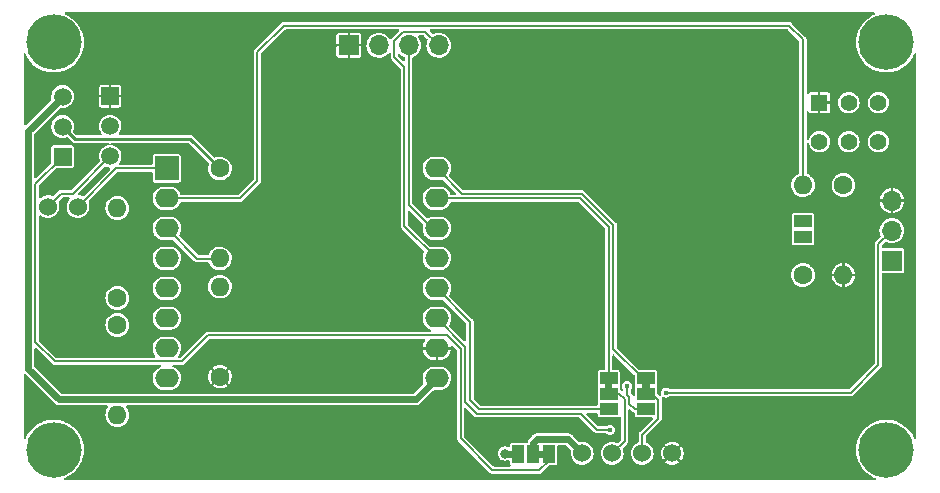
<source format=gbl>
G04 #@! TF.GenerationSoftware,KiCad,Pcbnew,6.0.2+dfsg-1*
G04 #@! TF.CreationDate,2023-06-14T18:40:43-07:00*
G04 #@! TF.ProjectId,DNS-DriveBy,444e532d-4472-4697-9665-42792e6b6963,rev?*
G04 #@! TF.SameCoordinates,Original*
G04 #@! TF.FileFunction,Copper,L2,Bot*
G04 #@! TF.FilePolarity,Positive*
%FSLAX46Y46*%
G04 Gerber Fmt 4.6, Leading zero omitted, Abs format (unit mm)*
G04 Created by KiCad (PCBNEW 6.0.2+dfsg-1) date 2023-06-14 18:40:44*
%MOMM*%
%LPD*%
G01*
G04 APERTURE LIST*
G04 #@! TA.AperFunction,ComponentPad*
%ADD10C,4.700000*%
G04 #@! TD*
G04 #@! TA.AperFunction,ComponentPad*
%ADD11C,1.600000*%
G04 #@! TD*
G04 #@! TA.AperFunction,ComponentPad*
%ADD12O,1.600000X1.600000*%
G04 #@! TD*
G04 #@! TA.AperFunction,ComponentPad*
%ADD13R,1.500000X1.500000*%
G04 #@! TD*
G04 #@! TA.AperFunction,ComponentPad*
%ADD14C,1.500000*%
G04 #@! TD*
G04 #@! TA.AperFunction,ComponentPad*
%ADD15R,1.700000X1.700000*%
G04 #@! TD*
G04 #@! TA.AperFunction,ComponentPad*
%ADD16O,1.700000X1.700000*%
G04 #@! TD*
G04 #@! TA.AperFunction,ComponentPad*
%ADD17C,1.524000*%
G04 #@! TD*
G04 #@! TA.AperFunction,ComponentPad*
%ADD18R,2.000000X2.000000*%
G04 #@! TD*
G04 #@! TA.AperFunction,ComponentPad*
%ADD19O,2.000000X1.600000*%
G04 #@! TD*
G04 #@! TA.AperFunction,ComponentPad*
%ADD20R,1.400000X1.400000*%
G04 #@! TD*
G04 #@! TA.AperFunction,ComponentPad*
%ADD21C,1.400000*%
G04 #@! TD*
G04 #@! TA.AperFunction,SMDPad,CuDef*
%ADD22R,1.500000X1.000000*%
G04 #@! TD*
G04 #@! TA.AperFunction,SMDPad,CuDef*
%ADD23R,1.000000X1.500000*%
G04 #@! TD*
G04 #@! TA.AperFunction,ViaPad*
%ADD24C,0.800000*%
G04 #@! TD*
G04 #@! TA.AperFunction,ViaPad*
%ADD25C,0.400000*%
G04 #@! TD*
G04 #@! TA.AperFunction,Conductor*
%ADD26C,0.600000*%
G04 #@! TD*
G04 #@! TA.AperFunction,Conductor*
%ADD27C,0.200000*%
G04 #@! TD*
G04 #@! TA.AperFunction,Conductor*
%ADD28C,0.250000*%
G04 #@! TD*
G04 APERTURE END LIST*
G36*
X50807500Y-32850000D02*
G01*
X50207500Y-32850000D01*
X50207500Y-32350000D01*
X50807500Y-32350000D01*
X50807500Y-32850000D01*
G37*
G36*
X45030200Y-38663200D02*
G01*
X44530200Y-38663200D01*
X44530200Y-38063200D01*
X45030200Y-38063200D01*
X45030200Y-38663200D01*
G37*
G36*
X53957500Y-32850000D02*
G01*
X53357500Y-32850000D01*
X53357500Y-32350000D01*
X53957500Y-32350000D01*
X53957500Y-32850000D01*
G37*
D10*
X3500000Y-3500000D03*
D11*
X8890000Y-25146000D03*
D12*
X8890000Y-17526000D03*
D13*
X4260000Y-13167200D03*
D14*
X4260000Y-10627200D03*
X4260000Y-8087200D03*
D11*
X70379000Y-15575000D03*
D12*
X70379000Y-23195000D03*
D15*
X28500000Y-3750000D03*
D16*
X31040000Y-3750000D03*
X33580000Y-3750000D03*
X36120000Y-3750000D03*
D17*
X48260000Y-38301200D03*
X50800000Y-38301200D03*
X53340000Y-38301200D03*
X55880000Y-38301200D03*
D18*
X13081000Y-14173200D03*
D19*
X13081000Y-16713200D03*
X13081000Y-19253200D03*
X13081000Y-21793200D03*
X13081000Y-24333200D03*
X13081000Y-26873200D03*
X13081000Y-29413200D03*
X13081000Y-31953200D03*
X35941000Y-31953200D03*
X35941000Y-29413200D03*
X35941000Y-26873200D03*
X35941000Y-24333200D03*
X35941000Y-21793200D03*
X35941000Y-19253200D03*
X35941000Y-16713200D03*
X35941000Y-14173200D03*
D11*
X17580200Y-14178200D03*
D12*
X17580200Y-21798200D03*
D11*
X17580200Y-31798200D03*
D12*
X17580200Y-24178200D03*
D10*
X74000000Y-3500000D03*
D15*
X74479000Y-21975000D03*
D16*
X74479000Y-19435000D03*
X74479000Y-16895000D03*
D20*
X68331500Y-8607800D03*
D21*
X70831500Y-8607800D03*
X73331500Y-8607800D03*
X68331500Y-11907800D03*
X70831500Y-11907800D03*
X73331500Y-11907800D03*
D11*
X66950000Y-23195000D03*
D12*
X66950000Y-15575000D03*
D11*
X8890000Y-27432000D03*
D12*
X8890000Y-35052000D03*
D17*
X5570000Y-17410400D03*
X3030000Y-17410400D03*
D13*
X8287600Y-8067200D03*
D14*
X8287600Y-10607200D03*
X8287600Y-13147200D03*
D10*
X74000000Y-38000000D03*
X3500000Y-38000000D03*
D22*
X50507500Y-31950000D03*
X50507500Y-33250000D03*
X50507500Y-34550000D03*
X66955200Y-19963200D03*
X66955200Y-18663200D03*
D23*
X45430200Y-38363200D03*
X44130200Y-38363200D03*
X42830200Y-38363200D03*
D22*
X53657500Y-31950000D03*
X53657500Y-33250000D03*
X53657500Y-34550000D03*
D24*
X41705200Y-38313200D03*
D25*
X55350000Y-33150000D03*
X50600000Y-36300000D03*
X52050000Y-32600000D03*
D26*
X4260000Y-8087200D02*
X1368969Y-10978231D01*
X41755200Y-38363200D02*
X41705200Y-38313200D01*
X1368969Y-10978231D02*
X1368969Y-31126969D01*
X3980200Y-33738200D02*
X34156000Y-33738200D01*
X1368969Y-31126969D02*
X3980200Y-33738200D01*
X34156000Y-33738200D02*
X35941000Y-31953200D01*
X42830200Y-38363200D02*
X41755200Y-38363200D01*
D27*
X20755200Y-15238200D02*
X19280200Y-16713200D01*
X19280200Y-16713200D02*
X13081000Y-16713200D01*
X66950000Y-3258000D02*
X65780200Y-2088200D01*
X66950000Y-15575000D02*
X66950000Y-3258000D01*
X65780200Y-2088200D02*
X23005200Y-2088200D01*
X23005200Y-2088200D02*
X20755200Y-4338200D01*
X20755200Y-4338200D02*
X20755200Y-15238200D01*
X48063200Y-16713200D02*
X50507500Y-19157500D01*
X35941000Y-16713200D02*
X48063200Y-16713200D01*
X50507500Y-19157500D02*
X50507500Y-31950000D01*
X48228687Y-16313681D02*
X38081480Y-16313680D01*
X53407500Y-31950000D02*
X50907020Y-29449520D01*
X53657500Y-31950000D02*
X53407500Y-31950000D01*
X50907020Y-18992014D02*
X48228687Y-16313681D01*
X38081480Y-16313680D02*
X35941000Y-14173200D01*
X50907020Y-29449520D02*
X50907020Y-18992014D01*
X13081000Y-19253200D02*
X15641000Y-21813200D01*
X15641000Y-21813200D02*
X17565200Y-21813200D01*
X17565200Y-21813200D02*
X17580200Y-21798200D01*
X8807200Y-14173200D02*
X13081000Y-14173200D01*
X5570000Y-17410400D02*
X8807200Y-14173200D01*
X37955681Y-37027940D02*
X37955680Y-29452886D01*
X45430200Y-38912222D02*
X44629222Y-39713200D01*
X3581778Y-30513200D02*
X1968489Y-28899911D01*
X40640941Y-39713200D02*
X37955681Y-37027940D01*
X37955680Y-29452886D02*
X36816474Y-28313680D01*
X44629222Y-39713200D02*
X40640941Y-39713200D01*
X1968489Y-15458711D02*
X1968489Y-28899911D01*
X45430200Y-38363200D02*
X45430200Y-38912222D01*
X4260000Y-13167200D02*
X1968489Y-15458711D01*
X14380200Y-30513200D02*
X3581778Y-30513200D01*
X16579720Y-28313680D02*
X14380200Y-30513200D01*
X36816474Y-28313680D02*
X16579720Y-28313680D01*
X4127200Y-16313200D02*
X5121600Y-16313200D01*
X5121600Y-16313200D02*
X8287600Y-13147200D01*
X3030000Y-17410400D02*
X4127200Y-16313200D01*
X35941000Y-19253200D02*
X35553200Y-19253200D01*
X33580000Y-17280000D02*
X33580000Y-3750000D01*
X35553200Y-19253200D02*
X33580000Y-17280000D01*
X33180480Y-19032680D02*
X35941000Y-21793200D01*
X36120000Y-3750000D02*
X34970489Y-2600489D01*
X33099511Y-2600489D02*
X32350000Y-3350000D01*
X32350000Y-4750000D02*
X33180480Y-5580480D01*
X33180480Y-5580480D02*
X33180480Y-19032680D01*
X32350000Y-3350000D02*
X32350000Y-4750000D01*
X34970489Y-2600489D02*
X33099511Y-2600489D01*
D28*
X4260000Y-10627200D02*
X5314511Y-11681711D01*
X5314511Y-11681711D02*
X15083711Y-11681711D01*
X15083711Y-11681711D02*
X17580200Y-14178200D01*
D26*
X44130200Y-37414178D02*
X44430689Y-37113689D01*
X47072489Y-37113689D02*
X48260000Y-38301200D01*
X44430689Y-37113689D02*
X47072489Y-37113689D01*
X44130200Y-38363200D02*
X44130200Y-37414178D01*
D27*
X38754720Y-33804720D02*
X39500000Y-34550000D01*
X35941000Y-24333200D02*
X38754720Y-27146920D01*
X39500000Y-34550000D02*
X50507500Y-34550000D01*
X38754720Y-27146920D02*
X38754720Y-33804720D01*
X73329489Y-20584511D02*
X73329489Y-30820511D01*
X74479000Y-19435000D02*
X73329489Y-20584511D01*
X53657500Y-34550000D02*
X52707500Y-34550000D01*
X52050000Y-33334994D02*
X52050000Y-32600000D01*
X52256531Y-34099031D02*
X52256531Y-33541525D01*
X52707500Y-34550000D02*
X52256531Y-34099031D01*
X38355200Y-29287400D02*
X38355200Y-33970206D01*
X73329489Y-30820511D02*
X71000000Y-33150000D01*
X39334513Y-34949519D02*
X48150000Y-34949520D01*
X52256531Y-33541525D02*
X52050000Y-33334994D01*
X35941000Y-26873200D02*
X38355200Y-29287400D01*
X71000000Y-33150000D02*
X55350000Y-33150000D01*
X48150000Y-34949520D02*
X49500480Y-36300000D01*
X38355200Y-33970206D02*
X39334513Y-34949519D01*
X49500480Y-36300000D02*
X50600000Y-36300000D01*
X51857011Y-33707011D02*
X51400000Y-33250000D01*
X51400000Y-33250000D02*
X50807500Y-33250000D01*
X51857011Y-37244189D02*
X51857011Y-33707011D01*
X50800000Y-38301200D02*
X51857011Y-37244189D01*
X53657500Y-33250000D02*
X54206522Y-33250000D01*
X53340000Y-36716522D02*
X53340000Y-38301200D01*
X54206522Y-33250000D02*
X54707011Y-33750489D01*
X54707011Y-33750489D02*
X54707011Y-35349511D01*
X54707011Y-35349511D02*
X53340000Y-36716522D01*
G04 #@! TA.AperFunction,Conductor*
G36*
X73026160Y-978907D02*
G01*
X73062124Y-1028407D01*
X73062124Y-1089593D01*
X73026160Y-1139093D01*
X73004413Y-1151048D01*
X72911903Y-1187676D01*
X72630672Y-1342284D01*
X72438946Y-1481581D01*
X72381007Y-1523676D01*
X72371036Y-1530920D01*
X72137089Y-1750610D01*
X72076665Y-1823650D01*
X71943519Y-1984597D01*
X71932522Y-1997890D01*
X71760561Y-2268858D01*
X71759244Y-2271658D01*
X71759239Y-2271666D01*
X71644822Y-2514814D01*
X71623916Y-2559242D01*
X71622954Y-2562203D01*
X71525702Y-2861512D01*
X71525700Y-2861520D01*
X71524744Y-2864462D01*
X71464608Y-3179706D01*
X71464413Y-3182809D01*
X71464412Y-3182815D01*
X71454036Y-3347749D01*
X71444457Y-3500000D01*
X71444652Y-3503099D01*
X71462069Y-3779930D01*
X71464608Y-3820294D01*
X71524744Y-4135538D01*
X71525700Y-4138480D01*
X71525702Y-4138488D01*
X71595811Y-4354260D01*
X71623916Y-4440758D01*
X71625243Y-4443578D01*
X71759239Y-4728334D01*
X71759244Y-4728342D01*
X71760561Y-4731142D01*
X71932522Y-5002110D01*
X71934499Y-5004499D01*
X71934502Y-5004504D01*
X72021508Y-5109676D01*
X72137089Y-5249390D01*
X72139355Y-5251518D01*
X72139356Y-5251519D01*
X72191725Y-5300696D01*
X72371036Y-5469080D01*
X72630672Y-5657716D01*
X72911903Y-5812324D01*
X73210294Y-5930466D01*
X73521139Y-6010277D01*
X73524220Y-6010666D01*
X73524224Y-6010667D01*
X73630933Y-6024147D01*
X73839536Y-6050500D01*
X74160464Y-6050500D01*
X74369067Y-6024147D01*
X74475776Y-6010667D01*
X74475780Y-6010666D01*
X74478861Y-6010277D01*
X74789706Y-5930466D01*
X75088097Y-5812324D01*
X75369328Y-5657716D01*
X75628964Y-5469080D01*
X75808275Y-5300696D01*
X75860644Y-5251519D01*
X75860645Y-5251518D01*
X75862911Y-5249390D01*
X75978492Y-5109676D01*
X76065498Y-5004504D01*
X76065501Y-5004499D01*
X76067478Y-5002110D01*
X76239439Y-4731142D01*
X76240756Y-4728342D01*
X76240761Y-4728334D01*
X76371409Y-4450693D01*
X76413294Y-4406091D01*
X76473395Y-4394626D01*
X76528757Y-4420677D01*
X76558233Y-4474294D01*
X76559987Y-4492845D01*
X76559987Y-37007155D01*
X76541080Y-37065346D01*
X76491580Y-37101310D01*
X76430394Y-37101310D01*
X76380894Y-37065346D01*
X76371409Y-37049307D01*
X76240761Y-36771666D01*
X76240756Y-36771658D01*
X76239439Y-36768858D01*
X76067478Y-36497890D01*
X76059700Y-36488487D01*
X75864892Y-36253005D01*
X75862911Y-36250610D01*
X75628964Y-36030920D01*
X75369328Y-35842284D01*
X75088097Y-35687676D01*
X74789706Y-35569534D01*
X74478861Y-35489723D01*
X74475780Y-35489334D01*
X74475776Y-35489333D01*
X74349374Y-35473365D01*
X74160464Y-35449500D01*
X73839536Y-35449500D01*
X73650626Y-35473365D01*
X73524224Y-35489333D01*
X73524220Y-35489334D01*
X73521139Y-35489723D01*
X73210294Y-35569534D01*
X72911903Y-35687676D01*
X72630672Y-35842284D01*
X72371036Y-36030920D01*
X72137089Y-36250610D01*
X72135108Y-36253005D01*
X71940301Y-36488487D01*
X71932522Y-36497890D01*
X71760561Y-36768858D01*
X71759244Y-36771658D01*
X71759239Y-36771666D01*
X71628591Y-37049307D01*
X71623916Y-37059242D01*
X71615217Y-37086015D01*
X71525702Y-37361512D01*
X71525700Y-37361520D01*
X71524744Y-37364462D01*
X71464608Y-37679706D01*
X71464413Y-37682809D01*
X71464412Y-37682815D01*
X71449732Y-37916154D01*
X71444457Y-38000000D01*
X71444652Y-38003099D01*
X71464162Y-38313200D01*
X71464608Y-38320294D01*
X71524744Y-38635538D01*
X71525700Y-38638480D01*
X71525702Y-38638488D01*
X71596349Y-38855916D01*
X71623916Y-38940758D01*
X71625243Y-38943578D01*
X71759239Y-39228334D01*
X71759244Y-39228342D01*
X71760561Y-39231142D01*
X71932522Y-39502110D01*
X71934499Y-39504499D01*
X71934502Y-39504504D01*
X71975289Y-39553807D01*
X72137089Y-39749390D01*
X72139355Y-39751518D01*
X72139356Y-39751519D01*
X72178275Y-39788066D01*
X72371036Y-39969080D01*
X72373555Y-39970910D01*
X72373556Y-39970911D01*
X72406439Y-39994802D01*
X72630672Y-40157716D01*
X72911903Y-40312324D01*
X72994860Y-40345169D01*
X73054933Y-40368954D01*
X73102077Y-40407955D01*
X73117293Y-40467219D01*
X73094769Y-40524107D01*
X73043108Y-40556892D01*
X73018488Y-40560002D01*
X4481512Y-40560002D01*
X4423321Y-40541095D01*
X4387357Y-40491595D01*
X4387357Y-40430409D01*
X4423321Y-40380909D01*
X4445067Y-40368954D01*
X4505140Y-40345169D01*
X4588097Y-40312324D01*
X4869328Y-40157716D01*
X5093561Y-39994802D01*
X5126444Y-39970911D01*
X5126445Y-39970910D01*
X5128964Y-39969080D01*
X5321725Y-39788066D01*
X5360644Y-39751519D01*
X5360645Y-39751518D01*
X5362911Y-39749390D01*
X5524711Y-39553807D01*
X5565498Y-39504504D01*
X5565501Y-39504499D01*
X5567478Y-39502110D01*
X5739439Y-39231142D01*
X5740756Y-39228342D01*
X5740761Y-39228334D01*
X5874757Y-38943578D01*
X5876084Y-38940758D01*
X5903651Y-38855916D01*
X5974298Y-38638488D01*
X5974300Y-38638480D01*
X5975256Y-38635538D01*
X6035392Y-38320294D01*
X6035839Y-38313200D01*
X6055348Y-38003099D01*
X6055543Y-38000000D01*
X6050268Y-37916154D01*
X6035588Y-37682815D01*
X6035587Y-37682809D01*
X6035392Y-37679706D01*
X5975256Y-37364462D01*
X5974300Y-37361520D01*
X5974298Y-37361512D01*
X5884783Y-37086015D01*
X5876084Y-37059242D01*
X5871409Y-37049307D01*
X5740761Y-36771666D01*
X5740756Y-36771658D01*
X5739439Y-36768858D01*
X5567478Y-36497890D01*
X5559700Y-36488487D01*
X5364892Y-36253005D01*
X5362911Y-36250610D01*
X5128964Y-36030920D01*
X4869328Y-35842284D01*
X4588097Y-35687676D01*
X4289706Y-35569534D01*
X3978861Y-35489723D01*
X3975780Y-35489334D01*
X3975776Y-35489333D01*
X3849374Y-35473365D01*
X3660464Y-35449500D01*
X3339536Y-35449500D01*
X3150626Y-35473365D01*
X3024224Y-35489333D01*
X3024220Y-35489334D01*
X3021139Y-35489723D01*
X2710294Y-35569534D01*
X2411903Y-35687676D01*
X2130672Y-35842284D01*
X1871036Y-36030920D01*
X1637089Y-36250610D01*
X1635108Y-36253005D01*
X1440301Y-36488487D01*
X1432522Y-36497890D01*
X1260561Y-36768858D01*
X1259244Y-36771658D01*
X1259239Y-36771666D01*
X1148576Y-37006837D01*
X1106691Y-37051439D01*
X1046590Y-37062904D01*
X991228Y-37036853D01*
X961752Y-36983236D01*
X959998Y-36964685D01*
X959998Y-31664820D01*
X978905Y-31606629D01*
X1028405Y-31570665D01*
X1089591Y-31570665D01*
X1129002Y-31594816D01*
X3578805Y-34044619D01*
X3586779Y-34054599D01*
X3586796Y-34054584D01*
X3591366Y-34059954D01*
X3595130Y-34065920D01*
X3600415Y-34070588D01*
X3600418Y-34070591D01*
X3635408Y-34101492D01*
X3639878Y-34105692D01*
X3651706Y-34117520D01*
X3660750Y-34124298D01*
X3666899Y-34129304D01*
X3702588Y-34160823D01*
X3711871Y-34165182D01*
X3729166Y-34175573D01*
X3737376Y-34181726D01*
X3743982Y-34184202D01*
X3743983Y-34184203D01*
X3781952Y-34198437D01*
X3789274Y-34201523D01*
X3825975Y-34218754D01*
X3825976Y-34218754D01*
X3832363Y-34221753D01*
X3842500Y-34223331D01*
X3862016Y-34228452D01*
X3865016Y-34229577D01*
X3865018Y-34229577D01*
X3871619Y-34232052D01*
X3919104Y-34235581D01*
X3926992Y-34236487D01*
X3937428Y-34238112D01*
X3937436Y-34238113D01*
X3941209Y-34238700D01*
X3957408Y-34238700D01*
X3964745Y-34238972D01*
X4014591Y-34242676D01*
X4021486Y-34241204D01*
X4021488Y-34241204D01*
X4023000Y-34240881D01*
X4043667Y-34238700D01*
X8054017Y-34238700D01*
X8112208Y-34257607D01*
X8148172Y-34307107D01*
X8148172Y-34368293D01*
X8129856Y-34401336D01*
X8063589Y-34480310D01*
X8063586Y-34480314D01*
X8060480Y-34484016D01*
X7965956Y-34655954D01*
X7964492Y-34660568D01*
X7964491Y-34660571D01*
X7944164Y-34724651D01*
X7906628Y-34842978D01*
X7906088Y-34847790D01*
X7906088Y-34847791D01*
X7886828Y-35019504D01*
X7884757Y-35037963D01*
X7887018Y-35064890D01*
X7899387Y-35212186D01*
X7901175Y-35233483D01*
X7902508Y-35238131D01*
X7902508Y-35238132D01*
X7948975Y-35400179D01*
X7955258Y-35422091D01*
X7957473Y-35426401D01*
X8042731Y-35592296D01*
X8042734Y-35592300D01*
X8044944Y-35596601D01*
X8166818Y-35750369D01*
X8170505Y-35753507D01*
X8170507Y-35753509D01*
X8312550Y-35874397D01*
X8312555Y-35874400D01*
X8316238Y-35877535D01*
X8320460Y-35879895D01*
X8320465Y-35879898D01*
X8361838Y-35903020D01*
X8487513Y-35973257D01*
X8568280Y-35999500D01*
X8669513Y-36032393D01*
X8669516Y-36032394D01*
X8674118Y-36033889D01*
X8868946Y-36057121D01*
X8873768Y-36056750D01*
X8873771Y-36056750D01*
X9059748Y-36042440D01*
X9059753Y-36042439D01*
X9064576Y-36042068D01*
X9253556Y-35989303D01*
X9257869Y-35987124D01*
X9257875Y-35987122D01*
X9424368Y-35903020D01*
X9424370Y-35903018D01*
X9428689Y-35900837D01*
X9432506Y-35897855D01*
X9579487Y-35783022D01*
X9579491Y-35783018D01*
X9583303Y-35780040D01*
X9608915Y-35750369D01*
X9708345Y-35635177D01*
X9708347Y-35635175D01*
X9711509Y-35631511D01*
X9713902Y-35627299D01*
X9806036Y-35465115D01*
X9806037Y-35465112D01*
X9808425Y-35460909D01*
X9812221Y-35449500D01*
X9868831Y-35279323D01*
X9868831Y-35279321D01*
X9870358Y-35274732D01*
X9871092Y-35268927D01*
X9887841Y-35136340D01*
X9894949Y-35080071D01*
X9895341Y-35052000D01*
X9894438Y-35042783D01*
X9882291Y-34918907D01*
X9876194Y-34856728D01*
X9819484Y-34668894D01*
X9766813Y-34569835D01*
X9729643Y-34499927D01*
X9729641Y-34499923D01*
X9727370Y-34495653D01*
X9702503Y-34465162D01*
X9649579Y-34400271D01*
X9627453Y-34343226D01*
X9643083Y-34284071D01*
X9690499Y-34245400D01*
X9726299Y-34238700D01*
X34088834Y-34238700D01*
X34101535Y-34240119D01*
X34101537Y-34240097D01*
X34108569Y-34240663D01*
X34115447Y-34242219D01*
X34169101Y-34238890D01*
X34175233Y-34238700D01*
X34191940Y-34238700D01*
X34195427Y-34238201D01*
X34195435Y-34238200D01*
X34203121Y-34237099D01*
X34211024Y-34236289D01*
X34251501Y-34233778D01*
X34251504Y-34233777D01*
X34258538Y-34233341D01*
X34265167Y-34230948D01*
X34265171Y-34230947D01*
X34268187Y-34229858D01*
X34287763Y-34224977D01*
X34288955Y-34224806D01*
X34290936Y-34224523D01*
X34290937Y-34224523D01*
X34297918Y-34223523D01*
X34304337Y-34220604D01*
X34304342Y-34220603D01*
X34341257Y-34203819D01*
X34348615Y-34200823D01*
X34362810Y-34195698D01*
X34393387Y-34184660D01*
X34401672Y-34178608D01*
X34419086Y-34168432D01*
X34428428Y-34164184D01*
X34444341Y-34150472D01*
X34464495Y-34133107D01*
X34470716Y-34128167D01*
X34472751Y-34126680D01*
X34482336Y-34119678D01*
X34493800Y-34108214D01*
X34499181Y-34103219D01*
X34531693Y-34075205D01*
X34531694Y-34075204D01*
X34537037Y-34070600D01*
X34541711Y-34063389D01*
X34554782Y-34047232D01*
X35619318Y-32982696D01*
X35673835Y-32954919D01*
X35689322Y-32953700D01*
X36191800Y-32953700D01*
X36194288Y-32953447D01*
X36194294Y-32953447D01*
X36254816Y-32947299D01*
X36343216Y-32938320D01*
X36537172Y-32877538D01*
X36714944Y-32778997D01*
X36869271Y-32646723D01*
X36993848Y-32486119D01*
X37083587Y-32303745D01*
X37134822Y-32107052D01*
X37145459Y-31904074D01*
X37115065Y-31703103D01*
X37044881Y-31512348D01*
X36937774Y-31339601D01*
X36863571Y-31261133D01*
X36801564Y-31195563D01*
X36798119Y-31191920D01*
X36794014Y-31189046D01*
X36794011Y-31189043D01*
X36635727Y-31078212D01*
X36631621Y-31075337D01*
X36627025Y-31073348D01*
X36627023Y-31073347D01*
X36474096Y-31007170D01*
X36445081Y-30994614D01*
X36246120Y-30953049D01*
X36241568Y-30952810D01*
X36240766Y-30952768D01*
X36240751Y-30952768D01*
X36239461Y-30952700D01*
X35690200Y-30952700D01*
X35687712Y-30952953D01*
X35687706Y-30952953D01*
X35627184Y-30959101D01*
X35538784Y-30968080D01*
X35344828Y-31028862D01*
X35167056Y-31127403D01*
X35012729Y-31259677D01*
X34888152Y-31420281D01*
X34798413Y-31602655D01*
X34782220Y-31664820D01*
X34750365Y-31787114D01*
X34747178Y-31799348D01*
X34746915Y-31804360D01*
X34746915Y-31804362D01*
X34743096Y-31877248D01*
X34736541Y-32002326D01*
X34766935Y-32203297D01*
X34768668Y-32208007D01*
X34803211Y-32301894D01*
X34805559Y-32363034D01*
X34780304Y-32406082D01*
X33977682Y-33208704D01*
X33923165Y-33236481D01*
X33907678Y-33237700D01*
X4228522Y-33237700D01*
X4170331Y-33218793D01*
X4158518Y-33208704D01*
X1898465Y-30948651D01*
X1870688Y-30894134D01*
X1869469Y-30878647D01*
X1869469Y-29464870D01*
X1888376Y-29406679D01*
X1937876Y-29370715D01*
X1999062Y-29370715D01*
X2038473Y-29394866D01*
X3331458Y-30687851D01*
X3334158Y-30690980D01*
X3336353Y-30695469D01*
X3343056Y-30701687D01*
X3372600Y-30729093D01*
X3375276Y-30731669D01*
X3389055Y-30745448D01*
X3392765Y-30747993D01*
X3396678Y-30751429D01*
X3418424Y-30771601D01*
X3426912Y-30774988D01*
X3426913Y-30774988D01*
X3429114Y-30775866D01*
X3448430Y-30786180D01*
X3450385Y-30787521D01*
X3450388Y-30787522D01*
X3457924Y-30792692D01*
X3483836Y-30798841D01*
X3497662Y-30803214D01*
X3515910Y-30810494D01*
X3515912Y-30810494D01*
X3522400Y-30813083D01*
X3528693Y-30813700D01*
X3534862Y-30813700D01*
X3557721Y-30816375D01*
X3557951Y-30816430D01*
X3557953Y-30816430D01*
X3566844Y-30818540D01*
X3595766Y-30814604D01*
X3609115Y-30813700D01*
X12524442Y-30813700D01*
X12582633Y-30832607D01*
X12618597Y-30882107D01*
X12618597Y-30943293D01*
X12582633Y-30992793D01*
X12554046Y-31007170D01*
X12484828Y-31028862D01*
X12307056Y-31127403D01*
X12152729Y-31259677D01*
X12028152Y-31420281D01*
X11938413Y-31602655D01*
X11922220Y-31664820D01*
X11890365Y-31787114D01*
X11887178Y-31799348D01*
X11886915Y-31804360D01*
X11886915Y-31804362D01*
X11883096Y-31877248D01*
X11876541Y-32002326D01*
X11906935Y-32203297D01*
X11977119Y-32394052D01*
X12084226Y-32566799D01*
X12087670Y-32570441D01*
X12122901Y-32607697D01*
X12223881Y-32714480D01*
X12227986Y-32717354D01*
X12227989Y-32717357D01*
X12348917Y-32802031D01*
X12390379Y-32831063D01*
X12394975Y-32833052D01*
X12394977Y-32833053D01*
X12469223Y-32865182D01*
X12576919Y-32911786D01*
X12775880Y-32953351D01*
X12780432Y-32953590D01*
X12781234Y-32953632D01*
X12781249Y-32953632D01*
X12782539Y-32953700D01*
X13331800Y-32953700D01*
X13334288Y-32953447D01*
X13334294Y-32953447D01*
X13394816Y-32947299D01*
X13483216Y-32938320D01*
X13677172Y-32877538D01*
X13854944Y-32778997D01*
X14009271Y-32646723D01*
X14066114Y-32573441D01*
X16952210Y-32573441D01*
X16952700Y-32576540D01*
X16954636Y-32578992D01*
X17003038Y-32620185D01*
X17010952Y-32625686D01*
X17173688Y-32716635D01*
X17182516Y-32720492D01*
X17359827Y-32778104D01*
X17369227Y-32780171D01*
X17554355Y-32802246D01*
X17563981Y-32802448D01*
X17749859Y-32788145D01*
X17759353Y-32786471D01*
X17938905Y-32736339D01*
X17947902Y-32732849D01*
X18114298Y-32648797D01*
X18122433Y-32643635D01*
X18200899Y-32582330D01*
X18208358Y-32571273D01*
X18208287Y-32569245D01*
X18205591Y-32565013D01*
X17591286Y-31950707D01*
X17579403Y-31944653D01*
X17574372Y-31945449D01*
X16958264Y-32561558D01*
X16952210Y-32573441D01*
X14066114Y-32573441D01*
X14133848Y-32486119D01*
X14223587Y-32303745D01*
X14274822Y-32107052D01*
X14285459Y-31904074D01*
X14268054Y-31788990D01*
X16575864Y-31788990D01*
X16591464Y-31974774D01*
X16593202Y-31984242D01*
X16644588Y-32163448D01*
X16648139Y-32172416D01*
X16733353Y-32338225D01*
X16738573Y-32346324D01*
X16796075Y-32418874D01*
X16807186Y-32426256D01*
X16809396Y-32426163D01*
X16813358Y-32423620D01*
X17427693Y-31809286D01*
X17432935Y-31798997D01*
X17726653Y-31798997D01*
X17727449Y-31804028D01*
X18343674Y-32420252D01*
X18355557Y-32426306D01*
X18358839Y-32425787D01*
X18361044Y-32424058D01*
X18398134Y-32381088D01*
X18403693Y-32373207D01*
X18495777Y-32211111D01*
X18499693Y-32202316D01*
X18558541Y-32025412D01*
X18560675Y-32016018D01*
X18584299Y-31829010D01*
X18584686Y-31823483D01*
X18585000Y-31800959D01*
X18584770Y-31795461D01*
X18566374Y-31607836D01*
X18564505Y-31598398D01*
X18510618Y-31419918D01*
X18506948Y-31411014D01*
X18419424Y-31246404D01*
X18414091Y-31238378D01*
X18364415Y-31177469D01*
X18353203Y-31170244D01*
X18350622Y-31170388D01*
X18347209Y-31172613D01*
X17732707Y-31787114D01*
X17726653Y-31798997D01*
X17432935Y-31798997D01*
X17433747Y-31797403D01*
X17432951Y-31792372D01*
X16816923Y-31176345D01*
X16805040Y-31170291D01*
X16802123Y-31170753D01*
X16799430Y-31172895D01*
X16754211Y-31226784D01*
X16748758Y-31234748D01*
X16658952Y-31398105D01*
X16655152Y-31406969D01*
X16598783Y-31584667D01*
X16596779Y-31594095D01*
X16575998Y-31779362D01*
X16575864Y-31788990D01*
X14268054Y-31788990D01*
X14255065Y-31703103D01*
X14184881Y-31512348D01*
X14077774Y-31339601D01*
X14003571Y-31261133D01*
X13941564Y-31195563D01*
X13938119Y-31191920D01*
X13934014Y-31189046D01*
X13934011Y-31189043D01*
X13775727Y-31078212D01*
X13771621Y-31075337D01*
X13767025Y-31073348D01*
X13767023Y-31073347D01*
X13661319Y-31027605D01*
X13655780Y-31025208D01*
X16952211Y-31025208D01*
X16952329Y-31027605D01*
X16954714Y-31031292D01*
X17569114Y-31645693D01*
X17580997Y-31651747D01*
X17586028Y-31650951D01*
X18202008Y-31034970D01*
X18208062Y-31023087D01*
X18207629Y-31020353D01*
X18205278Y-31017418D01*
X18145832Y-30968239D01*
X18137838Y-30962847D01*
X17973845Y-30874176D01*
X17964974Y-30870447D01*
X17786873Y-30815316D01*
X17777439Y-30813379D01*
X17592031Y-30793891D01*
X17582393Y-30793824D01*
X17396732Y-30810720D01*
X17387266Y-30812526D01*
X17208428Y-30865162D01*
X17199487Y-30868775D01*
X17034284Y-30955140D01*
X17026208Y-30960425D01*
X16959514Y-31014049D01*
X16952211Y-31025208D01*
X13655780Y-31025208D01*
X13605749Y-31003558D01*
X13559854Y-30963095D01*
X13546506Y-30903383D01*
X13570806Y-30847230D01*
X13623471Y-30816084D01*
X13645067Y-30813700D01*
X14326692Y-30813700D01*
X14330817Y-30814003D01*
X14335542Y-30815625D01*
X14384961Y-30813770D01*
X14388674Y-30813700D01*
X14408148Y-30813700D01*
X14412578Y-30812875D01*
X14417771Y-30812539D01*
X14433802Y-30811937D01*
X14438275Y-30811769D01*
X14447408Y-30811426D01*
X14455802Y-30807820D01*
X14455805Y-30807819D01*
X14457983Y-30806883D01*
X14478934Y-30800517D01*
X14490253Y-30798409D01*
X14512929Y-30784432D01*
X14525796Y-30777748D01*
X14543842Y-30769995D01*
X14543843Y-30769994D01*
X14550263Y-30767236D01*
X14555149Y-30763222D01*
X14559513Y-30758858D01*
X14577568Y-30744587D01*
X14585548Y-30739668D01*
X14603218Y-30716431D01*
X14612010Y-30706361D01*
X15793760Y-29524611D01*
X34746467Y-29524611D01*
X34766672Y-29658210D01*
X34769155Y-29667882D01*
X34835841Y-29849129D01*
X34840212Y-29858092D01*
X34941981Y-30022228D01*
X34948071Y-30030136D01*
X35080765Y-30170456D01*
X35088319Y-30176976D01*
X35246518Y-30287749D01*
X35255224Y-30292615D01*
X35432467Y-30369314D01*
X35441982Y-30372332D01*
X35632207Y-30412073D01*
X35639735Y-30413050D01*
X35641284Y-30413131D01*
X35643895Y-30413200D01*
X35825320Y-30413200D01*
X35838005Y-30409078D01*
X35841000Y-30404957D01*
X35841000Y-30397520D01*
X36041000Y-30397520D01*
X36045122Y-30410205D01*
X36049243Y-30413200D01*
X36189266Y-30413200D01*
X36194263Y-30412947D01*
X36338128Y-30398334D01*
X36347897Y-30396329D01*
X36532189Y-30338574D01*
X36541356Y-30334645D01*
X36710278Y-30241011D01*
X36718459Y-30235325D01*
X36865096Y-30109642D01*
X36871983Y-30102409D01*
X36990347Y-29949815D01*
X36995635Y-29941353D01*
X37080900Y-29768073D01*
X37084381Y-29758713D01*
X37133060Y-29571833D01*
X37134588Y-29561961D01*
X37136322Y-29528861D01*
X37132869Y-29515974D01*
X37129858Y-29513535D01*
X37128049Y-29513200D01*
X36056680Y-29513200D01*
X36043995Y-29517322D01*
X36041000Y-29521443D01*
X36041000Y-30397520D01*
X35841000Y-30397520D01*
X35841000Y-29528880D01*
X35836878Y-29516195D01*
X35832757Y-29513200D01*
X34760421Y-29513200D01*
X34747736Y-29517322D01*
X34746981Y-29518361D01*
X34746467Y-29524611D01*
X15793760Y-29524611D01*
X16675195Y-28643176D01*
X16729712Y-28615399D01*
X16745199Y-28614180D01*
X34893111Y-28614180D01*
X34951302Y-28633087D01*
X34987266Y-28682587D01*
X34987266Y-28743773D01*
X34971336Y-28773858D01*
X34891653Y-28876585D01*
X34886365Y-28885047D01*
X34801100Y-29058327D01*
X34797619Y-29067687D01*
X34748940Y-29254567D01*
X34747412Y-29264439D01*
X34745678Y-29297539D01*
X34749131Y-29310426D01*
X34752142Y-29312865D01*
X34753951Y-29313200D01*
X37121579Y-29313200D01*
X37134264Y-29309078D01*
X37135019Y-29308039D01*
X37136479Y-29290285D01*
X37140600Y-29290624D01*
X37147055Y-29251595D01*
X37190614Y-29208627D01*
X37251110Y-29199468D01*
X37304960Y-29227137D01*
X37626184Y-29548361D01*
X37653961Y-29602878D01*
X37655180Y-29618365D01*
X37655181Y-36974432D01*
X37654878Y-36978557D01*
X37653256Y-36983282D01*
X37653599Y-36992416D01*
X37655111Y-37032701D01*
X37655181Y-37036414D01*
X37655181Y-37055888D01*
X37656006Y-37060318D01*
X37656342Y-37065511D01*
X37657455Y-37095148D01*
X37661061Y-37103542D01*
X37661062Y-37103545D01*
X37661998Y-37105723D01*
X37668364Y-37126674D01*
X37670472Y-37137993D01*
X37680974Y-37155030D01*
X37684449Y-37160668D01*
X37691132Y-37173535D01*
X37701645Y-37198003D01*
X37705659Y-37202889D01*
X37710023Y-37207253D01*
X37724294Y-37225308D01*
X37729213Y-37233288D01*
X37752450Y-37250958D01*
X37762520Y-37259750D01*
X40390621Y-39887851D01*
X40393321Y-39890980D01*
X40395516Y-39895469D01*
X40402219Y-39901687D01*
X40431763Y-39929093D01*
X40434439Y-39931669D01*
X40448218Y-39945448D01*
X40451928Y-39947993D01*
X40455841Y-39951429D01*
X40477587Y-39971601D01*
X40486075Y-39974988D01*
X40486076Y-39974988D01*
X40488277Y-39975866D01*
X40507593Y-39986180D01*
X40509548Y-39987521D01*
X40509551Y-39987522D01*
X40517087Y-39992692D01*
X40542999Y-39998841D01*
X40556825Y-40003214D01*
X40575073Y-40010494D01*
X40575075Y-40010494D01*
X40581563Y-40013083D01*
X40587856Y-40013700D01*
X40594025Y-40013700D01*
X40616884Y-40016375D01*
X40617114Y-40016430D01*
X40617116Y-40016430D01*
X40626007Y-40018540D01*
X40654929Y-40014604D01*
X40668278Y-40013700D01*
X44575714Y-40013700D01*
X44579839Y-40014003D01*
X44584564Y-40015625D01*
X44633983Y-40013770D01*
X44637696Y-40013700D01*
X44657170Y-40013700D01*
X44661600Y-40012875D01*
X44666793Y-40012539D01*
X44682824Y-40011937D01*
X44687297Y-40011769D01*
X44696430Y-40011426D01*
X44704824Y-40007820D01*
X44704827Y-40007819D01*
X44707005Y-40006883D01*
X44727956Y-40000517D01*
X44739275Y-39998409D01*
X44761951Y-39984432D01*
X44774818Y-39977748D01*
X44792864Y-39969995D01*
X44792865Y-39969994D01*
X44799285Y-39967236D01*
X44804171Y-39963222D01*
X44808535Y-39958858D01*
X44826590Y-39944587D01*
X44834570Y-39939668D01*
X44852240Y-39916431D01*
X44861032Y-39906361D01*
X45424697Y-39342696D01*
X45479214Y-39314919D01*
X45494701Y-39313700D01*
X45949948Y-39313700D01*
X45976195Y-39308479D01*
X45998866Y-39303970D01*
X45998868Y-39303969D01*
X46008431Y-39302067D01*
X46074752Y-39257752D01*
X46119067Y-39191431D01*
X46130700Y-39132948D01*
X46130700Y-37713189D01*
X46149607Y-37654998D01*
X46199107Y-37619034D01*
X46229700Y-37614189D01*
X46824167Y-37614189D01*
X46882358Y-37633096D01*
X46894171Y-37643185D01*
X47284032Y-38033046D01*
X47311809Y-38087563D01*
X47312411Y-38114086D01*
X47297142Y-38250213D01*
X47292937Y-38287696D01*
X47295932Y-38323360D01*
X47308320Y-38470881D01*
X47308732Y-38475790D01*
X47310065Y-38480438D01*
X47310065Y-38480439D01*
X47355385Y-38638488D01*
X47360760Y-38657234D01*
X47362975Y-38661544D01*
X47444827Y-38820812D01*
X47444830Y-38820816D01*
X47447040Y-38825117D01*
X47564285Y-38973044D01*
X47567972Y-38976182D01*
X47567974Y-38976184D01*
X47704342Y-39092242D01*
X47704347Y-39092245D01*
X47708030Y-39095380D01*
X47712253Y-39097740D01*
X47712257Y-39097743D01*
X47835203Y-39166455D01*
X47872800Y-39187467D01*
X47913592Y-39200721D01*
X48047718Y-39244301D01*
X48047721Y-39244302D01*
X48052317Y-39245795D01*
X48057113Y-39246367D01*
X48057118Y-39246368D01*
X48146031Y-39256970D01*
X48239745Y-39268145D01*
X48244567Y-39267774D01*
X48244570Y-39267774D01*
X48306278Y-39263026D01*
X48427945Y-39253664D01*
X48609748Y-39202903D01*
X48778229Y-39117798D01*
X48926970Y-39001588D01*
X48930132Y-38997925D01*
X48930137Y-38997920D01*
X49012755Y-38902205D01*
X49050307Y-38858701D01*
X49052867Y-38854196D01*
X49141153Y-38698784D01*
X49141154Y-38698781D01*
X49143542Y-38694578D01*
X49145137Y-38689785D01*
X49201596Y-38520063D01*
X49201596Y-38520061D01*
X49203123Y-38515472D01*
X49226780Y-38328205D01*
X49226891Y-38320294D01*
X49227002Y-38312286D01*
X49227157Y-38301200D01*
X49212963Y-38156438D01*
X49209210Y-38118155D01*
X49209209Y-38118151D01*
X49208738Y-38113345D01*
X49154181Y-37932645D01*
X49065566Y-37765983D01*
X48946266Y-37619708D01*
X48843834Y-37534969D01*
X48804554Y-37502474D01*
X48804553Y-37502473D01*
X48800827Y-37499391D01*
X48634788Y-37409614D01*
X48454474Y-37353797D01*
X48449660Y-37353291D01*
X48271568Y-37334573D01*
X48271566Y-37334573D01*
X48266752Y-37334067D01*
X48203310Y-37339841D01*
X48083593Y-37350735D01*
X48083589Y-37350736D01*
X48078773Y-37351174D01*
X48078143Y-37351359D01*
X48018751Y-37343858D01*
X47990897Y-37324283D01*
X47473884Y-36807270D01*
X47465910Y-36797290D01*
X47465893Y-36797305D01*
X47461323Y-36791935D01*
X47457559Y-36785969D01*
X47452274Y-36781301D01*
X47452271Y-36781298D01*
X47417281Y-36750397D01*
X47412811Y-36746197D01*
X47400983Y-36734369D01*
X47391936Y-36727589D01*
X47385790Y-36722585D01*
X47350101Y-36691066D01*
X47340818Y-36686707D01*
X47323523Y-36676316D01*
X47315313Y-36670163D01*
X47293536Y-36661999D01*
X47270743Y-36653454D01*
X47263423Y-36650369D01*
X47226715Y-36633135D01*
X47226711Y-36633134D01*
X47220326Y-36630136D01*
X47213358Y-36629051D01*
X47213354Y-36629050D01*
X47210197Y-36628559D01*
X47190669Y-36623436D01*
X47187669Y-36622311D01*
X47187667Y-36622311D01*
X47181069Y-36619837D01*
X47133581Y-36616308D01*
X47125696Y-36615402D01*
X47115261Y-36613777D01*
X47115253Y-36613776D01*
X47111480Y-36613189D01*
X47095280Y-36613189D01*
X47087944Y-36612917D01*
X47084654Y-36612673D01*
X47038097Y-36609213D01*
X47031202Y-36610685D01*
X47031200Y-36610685D01*
X47029688Y-36611008D01*
X47009021Y-36613189D01*
X44497855Y-36613189D01*
X44485154Y-36611770D01*
X44485152Y-36611792D01*
X44478120Y-36611226D01*
X44471242Y-36609670D01*
X44420082Y-36612844D01*
X44417587Y-36612999D01*
X44411456Y-36613189D01*
X44394749Y-36613189D01*
X44391262Y-36613688D01*
X44391254Y-36613689D01*
X44383568Y-36614790D01*
X44375665Y-36615600D01*
X44335188Y-36618111D01*
X44335185Y-36618112D01*
X44328151Y-36618548D01*
X44321522Y-36620941D01*
X44321518Y-36620942D01*
X44318502Y-36622031D01*
X44298926Y-36626912D01*
X44298324Y-36626998D01*
X44295753Y-36627366D01*
X44295752Y-36627366D01*
X44288771Y-36628366D01*
X44282352Y-36631285D01*
X44282347Y-36631286D01*
X44245432Y-36648070D01*
X44238074Y-36651066D01*
X44223879Y-36656191D01*
X44193302Y-36667229D01*
X44185017Y-36673281D01*
X44167603Y-36683457D01*
X44158261Y-36687705D01*
X44142403Y-36701369D01*
X44122194Y-36718782D01*
X44115973Y-36723722D01*
X44104353Y-36732211D01*
X44092889Y-36743675D01*
X44087508Y-36748670D01*
X44049652Y-36781289D01*
X44045815Y-36787209D01*
X44044978Y-36788500D01*
X44031907Y-36804657D01*
X43823781Y-37012783D01*
X43813801Y-37020757D01*
X43813816Y-37020774D01*
X43808446Y-37025344D01*
X43802480Y-37029108D01*
X43797812Y-37034393D01*
X43797809Y-37034396D01*
X43766908Y-37069386D01*
X43762708Y-37073856D01*
X43750880Y-37085684D01*
X43744102Y-37094728D01*
X43739096Y-37100877D01*
X43707577Y-37136566D01*
X43703218Y-37145849D01*
X43692827Y-37163144D01*
X43686674Y-37171354D01*
X43684198Y-37177959D01*
X43669965Y-37215924D01*
X43666880Y-37223244D01*
X43649646Y-37259952D01*
X43649645Y-37259956D01*
X43646647Y-37266341D01*
X43645562Y-37273309D01*
X43645561Y-37273313D01*
X43645070Y-37276470D01*
X43639947Y-37295998D01*
X43636348Y-37305598D01*
X43634237Y-37334004D01*
X43611069Y-37390633D01*
X43569147Y-37415330D01*
X43570542Y-37418699D01*
X43561534Y-37422430D01*
X43551969Y-37424333D01*
X43535202Y-37435537D01*
X43476316Y-37452146D01*
X43425198Y-37435537D01*
X43408431Y-37424333D01*
X43398868Y-37422431D01*
X43398866Y-37422430D01*
X43376030Y-37417888D01*
X43349948Y-37412700D01*
X42310452Y-37412700D01*
X42284370Y-37417888D01*
X42261534Y-37422430D01*
X42261532Y-37422431D01*
X42251969Y-37424333D01*
X42185648Y-37468648D01*
X42141333Y-37534969D01*
X42139431Y-37544532D01*
X42139430Y-37544534D01*
X42137731Y-37553078D01*
X42129700Y-37593452D01*
X42129700Y-37690893D01*
X42110793Y-37749084D01*
X42061293Y-37785048D01*
X42000107Y-37785048D01*
X41992819Y-37782359D01*
X41861962Y-37728156D01*
X41705200Y-37707518D01*
X41548438Y-37728156D01*
X41402359Y-37788664D01*
X41276918Y-37884918D01*
X41180664Y-38010359D01*
X41120156Y-38156438D01*
X41099518Y-38313200D01*
X41120156Y-38469962D01*
X41180664Y-38616041D01*
X41276918Y-38741482D01*
X41402359Y-38837736D01*
X41548438Y-38898244D01*
X41705200Y-38918882D01*
X41861962Y-38898244D01*
X41927164Y-38871236D01*
X41965051Y-38863700D01*
X42030700Y-38863700D01*
X42088891Y-38882607D01*
X42124855Y-38932107D01*
X42129700Y-38962700D01*
X42129700Y-39132948D01*
X42141333Y-39191431D01*
X42182834Y-39253541D01*
X42185648Y-39257752D01*
X42182512Y-39259847D01*
X42202060Y-39298213D01*
X42192489Y-39358645D01*
X42149224Y-39401910D01*
X42104279Y-39412700D01*
X40806420Y-39412700D01*
X40748229Y-39393793D01*
X40736416Y-39383704D01*
X38285177Y-36932465D01*
X38257400Y-36877948D01*
X38256181Y-36862461D01*
X38256181Y-34535166D01*
X38275088Y-34476975D01*
X38324588Y-34441011D01*
X38385774Y-34441011D01*
X38425185Y-34465162D01*
X39084193Y-35124170D01*
X39086893Y-35127299D01*
X39089088Y-35131788D01*
X39095791Y-35138006D01*
X39125335Y-35165412D01*
X39128011Y-35167988D01*
X39141790Y-35181767D01*
X39145500Y-35184312D01*
X39149413Y-35187748D01*
X39160322Y-35197867D01*
X39171159Y-35207920D01*
X39179645Y-35211306D01*
X39179647Y-35211307D01*
X39181850Y-35212186D01*
X39201161Y-35222497D01*
X39203120Y-35223841D01*
X39203123Y-35223842D01*
X39210659Y-35229012D01*
X39219551Y-35231122D01*
X39219553Y-35231123D01*
X39236579Y-35235163D01*
X39250398Y-35239533D01*
X39275135Y-35249402D01*
X39281428Y-35250019D01*
X39287598Y-35250019D01*
X39310454Y-35252694D01*
X39319579Y-35254859D01*
X39348499Y-35250923D01*
X39361850Y-35250019D01*
X40574040Y-35250019D01*
X47984521Y-35250020D01*
X48042712Y-35268927D01*
X48054525Y-35279016D01*
X49250160Y-36474651D01*
X49252860Y-36477780D01*
X49255055Y-36482269D01*
X49261758Y-36488487D01*
X49291302Y-36515893D01*
X49293978Y-36518469D01*
X49307757Y-36532248D01*
X49311467Y-36534793D01*
X49315380Y-36538229D01*
X49337126Y-36558401D01*
X49345614Y-36561788D01*
X49345615Y-36561788D01*
X49347816Y-36562666D01*
X49367132Y-36572980D01*
X49369087Y-36574321D01*
X49369090Y-36574322D01*
X49376626Y-36579492D01*
X49392142Y-36583174D01*
X49402538Y-36585641D01*
X49416364Y-36590014D01*
X49434612Y-36597294D01*
X49434614Y-36597294D01*
X49441102Y-36599883D01*
X49447395Y-36600500D01*
X49453564Y-36600500D01*
X49476423Y-36603175D01*
X49476653Y-36603230D01*
X49476655Y-36603230D01*
X49485546Y-36605340D01*
X49514468Y-36601404D01*
X49527817Y-36600500D01*
X50264814Y-36600500D01*
X50323005Y-36619407D01*
X50334818Y-36629496D01*
X50349755Y-36644433D01*
X50356692Y-36647968D01*
X50356694Y-36647969D01*
X50450433Y-36695731D01*
X50468438Y-36704905D01*
X50476131Y-36706124D01*
X50476133Y-36706124D01*
X50592303Y-36724523D01*
X50600000Y-36725742D01*
X50607697Y-36724523D01*
X50723867Y-36706124D01*
X50723869Y-36706124D01*
X50731562Y-36704905D01*
X50749567Y-36695731D01*
X50843306Y-36647969D01*
X50843308Y-36647968D01*
X50850245Y-36644433D01*
X50944433Y-36550245D01*
X50950556Y-36538229D01*
X51001369Y-36438502D01*
X51001369Y-36438501D01*
X51004905Y-36431562D01*
X51025742Y-36300000D01*
X51004905Y-36168438D01*
X51001369Y-36161498D01*
X50947969Y-36056694D01*
X50947968Y-36056692D01*
X50944433Y-36049755D01*
X50850245Y-35955567D01*
X50843308Y-35952032D01*
X50843306Y-35952031D01*
X50738502Y-35898631D01*
X50738501Y-35898631D01*
X50731562Y-35895095D01*
X50723869Y-35893876D01*
X50723867Y-35893876D01*
X50607697Y-35875477D01*
X50600000Y-35874258D01*
X50592303Y-35875477D01*
X50476133Y-35893876D01*
X50476131Y-35893876D01*
X50468438Y-35895095D01*
X50461499Y-35898631D01*
X50461498Y-35898631D01*
X50356694Y-35952031D01*
X50356692Y-35952032D01*
X50349755Y-35955567D01*
X50334818Y-35970504D01*
X50280301Y-35998281D01*
X50264814Y-35999500D01*
X49665959Y-35999500D01*
X49607768Y-35980593D01*
X49595955Y-35970504D01*
X48644955Y-35019504D01*
X48617178Y-34964987D01*
X48626749Y-34904555D01*
X48670014Y-34861290D01*
X48714959Y-34850500D01*
X49458000Y-34850500D01*
X49516191Y-34869407D01*
X49552155Y-34918907D01*
X49557000Y-34949500D01*
X49557000Y-35069748D01*
X49568633Y-35128231D01*
X49612948Y-35194552D01*
X49679269Y-35238867D01*
X49688832Y-35240769D01*
X49688834Y-35240770D01*
X49711505Y-35245279D01*
X49737752Y-35250500D01*
X51277248Y-35250500D01*
X51303495Y-35245279D01*
X51326166Y-35240770D01*
X51326168Y-35240769D01*
X51335731Y-35238867D01*
X51402052Y-35194552D01*
X51404267Y-35197867D01*
X51442024Y-35178629D01*
X51502456Y-35188200D01*
X51545721Y-35231465D01*
X51556511Y-35276410D01*
X51556511Y-37078710D01*
X51537604Y-37136901D01*
X51527515Y-37148714D01*
X51286118Y-37390111D01*
X51231601Y-37417888D01*
X51178126Y-37411419D01*
X51174788Y-37409614D01*
X51165417Y-37406713D01*
X51113471Y-37390633D01*
X50994474Y-37353797D01*
X50989660Y-37353291D01*
X50811568Y-37334573D01*
X50811566Y-37334573D01*
X50806752Y-37334067D01*
X50751883Y-37339060D01*
X50623592Y-37350735D01*
X50623588Y-37350736D01*
X50618773Y-37351174D01*
X50561458Y-37368043D01*
X50442344Y-37403100D01*
X50442341Y-37403101D01*
X50437697Y-37404468D01*
X50421951Y-37412700D01*
X50274717Y-37489671D01*
X50274713Y-37489674D01*
X50270420Y-37491918D01*
X50266644Y-37494954D01*
X50266641Y-37494956D01*
X50138095Y-37598310D01*
X50123316Y-37610193D01*
X50120207Y-37613898D01*
X50120204Y-37613901D01*
X50006772Y-37749084D01*
X50001986Y-37754788D01*
X49999650Y-37759036D01*
X49999650Y-37759037D01*
X49942661Y-37862700D01*
X49911052Y-37920196D01*
X49853978Y-38100117D01*
X49843310Y-38195218D01*
X49837142Y-38250213D01*
X49832937Y-38287696D01*
X49835932Y-38323360D01*
X49848320Y-38470881D01*
X49848732Y-38475790D01*
X49850065Y-38480438D01*
X49850065Y-38480439D01*
X49895385Y-38638488D01*
X49900760Y-38657234D01*
X49902975Y-38661544D01*
X49984827Y-38820812D01*
X49984830Y-38820816D01*
X49987040Y-38825117D01*
X50104285Y-38973044D01*
X50107972Y-38976182D01*
X50107974Y-38976184D01*
X50244342Y-39092242D01*
X50244347Y-39092245D01*
X50248030Y-39095380D01*
X50252253Y-39097740D01*
X50252257Y-39097743D01*
X50375203Y-39166455D01*
X50412800Y-39187467D01*
X50453592Y-39200721D01*
X50587718Y-39244301D01*
X50587721Y-39244302D01*
X50592317Y-39245795D01*
X50597113Y-39246367D01*
X50597118Y-39246368D01*
X50686031Y-39256970D01*
X50779745Y-39268145D01*
X50784567Y-39267774D01*
X50784570Y-39267774D01*
X50846278Y-39263026D01*
X50967945Y-39253664D01*
X51149748Y-39202903D01*
X51318229Y-39117798D01*
X51466970Y-39001588D01*
X51470132Y-38997925D01*
X51470137Y-38997920D01*
X51552755Y-38902205D01*
X51590307Y-38858701D01*
X51592867Y-38854196D01*
X51681153Y-38698784D01*
X51681154Y-38698781D01*
X51683542Y-38694578D01*
X51685137Y-38689785D01*
X51741596Y-38520063D01*
X51741596Y-38520061D01*
X51743123Y-38515472D01*
X51766780Y-38328205D01*
X51766891Y-38320294D01*
X51767002Y-38312286D01*
X51767157Y-38301200D01*
X51752963Y-38156438D01*
X51749210Y-38118155D01*
X51749209Y-38118151D01*
X51748738Y-38113345D01*
X51694181Y-37932645D01*
X51691908Y-37928371D01*
X51690064Y-37923896D01*
X51692126Y-37923046D01*
X51683005Y-37871378D01*
X51711040Y-37815132D01*
X52031667Y-37494505D01*
X52034792Y-37491808D01*
X52039280Y-37489614D01*
X52072891Y-37453381D01*
X52075467Y-37450705D01*
X52089259Y-37436913D01*
X52091804Y-37433202D01*
X52095245Y-37429283D01*
X52109196Y-37414244D01*
X52109196Y-37414243D01*
X52115412Y-37407543D01*
X52118798Y-37399055D01*
X52118800Y-37399052D01*
X52119678Y-37396851D01*
X52129992Y-37377535D01*
X52131333Y-37375580D01*
X52131334Y-37375578D01*
X52136503Y-37368043D01*
X52142652Y-37342130D01*
X52147025Y-37328305D01*
X52154305Y-37310057D01*
X52154305Y-37310055D01*
X52156894Y-37303567D01*
X52157511Y-37297274D01*
X52157511Y-37291105D01*
X52160186Y-37268246D01*
X52160241Y-37268016D01*
X52160241Y-37268014D01*
X52162351Y-37259123D01*
X52158415Y-37230201D01*
X52157511Y-37216852D01*
X52157511Y-34663990D01*
X52176418Y-34605799D01*
X52225918Y-34569835D01*
X52287104Y-34569835D01*
X52326515Y-34593986D01*
X52457180Y-34724651D01*
X52459880Y-34727780D01*
X52462075Y-34732269D01*
X52468778Y-34738487D01*
X52498322Y-34765893D01*
X52500998Y-34768469D01*
X52514776Y-34782247D01*
X52518487Y-34784792D01*
X52522392Y-34788220D01*
X52544146Y-34808401D01*
X52552633Y-34811787D01*
X52554836Y-34812666D01*
X52574152Y-34822980D01*
X52576107Y-34824321D01*
X52576110Y-34824322D01*
X52583646Y-34829492D01*
X52609558Y-34835641D01*
X52623383Y-34840014D01*
X52644684Y-34848512D01*
X52691727Y-34887635D01*
X52707000Y-34940464D01*
X52707000Y-35069748D01*
X52718633Y-35128231D01*
X52762948Y-35194552D01*
X52829269Y-35238867D01*
X52838832Y-35240769D01*
X52838834Y-35240770D01*
X52861505Y-35245279D01*
X52887752Y-35250500D01*
X54142043Y-35250500D01*
X54200234Y-35269407D01*
X54236198Y-35318907D01*
X54236198Y-35380093D01*
X54212047Y-35419504D01*
X53165349Y-36466202D01*
X53162220Y-36468902D01*
X53157731Y-36471097D01*
X53151513Y-36477800D01*
X53124107Y-36507344D01*
X53121531Y-36510020D01*
X53107752Y-36523799D01*
X53105207Y-36527509D01*
X53101771Y-36531422D01*
X53081599Y-36553168D01*
X53078212Y-36561656D01*
X53078212Y-36561657D01*
X53077334Y-36563858D01*
X53067020Y-36583174D01*
X53065679Y-36585129D01*
X53065678Y-36585132D01*
X53060508Y-36592668D01*
X53055113Y-36615402D01*
X53054359Y-36618580D01*
X53049986Y-36632406D01*
X53042820Y-36650369D01*
X53040117Y-36657144D01*
X53039500Y-36663437D01*
X53039500Y-36669606D01*
X53036825Y-36692465D01*
X53034660Y-36701588D01*
X53037781Y-36724523D01*
X53038596Y-36730509D01*
X53039500Y-36743859D01*
X53039500Y-37313231D01*
X53020593Y-37371422D01*
X52978660Y-37404184D01*
X52977697Y-37404468D01*
X52973410Y-37406709D01*
X52973408Y-37406710D01*
X52814717Y-37489671D01*
X52814713Y-37489674D01*
X52810420Y-37491918D01*
X52806644Y-37494954D01*
X52806641Y-37494956D01*
X52678095Y-37598310D01*
X52663316Y-37610193D01*
X52660207Y-37613898D01*
X52660204Y-37613901D01*
X52546772Y-37749084D01*
X52541986Y-37754788D01*
X52539650Y-37759036D01*
X52539650Y-37759037D01*
X52482661Y-37862700D01*
X52451052Y-37920196D01*
X52393978Y-38100117D01*
X52383310Y-38195218D01*
X52377142Y-38250213D01*
X52372937Y-38287696D01*
X52375932Y-38323360D01*
X52388320Y-38470881D01*
X52388732Y-38475790D01*
X52390065Y-38480438D01*
X52390065Y-38480439D01*
X52435385Y-38638488D01*
X52440760Y-38657234D01*
X52442975Y-38661544D01*
X52524827Y-38820812D01*
X52524830Y-38820816D01*
X52527040Y-38825117D01*
X52644285Y-38973044D01*
X52647972Y-38976182D01*
X52647974Y-38976184D01*
X52784342Y-39092242D01*
X52784347Y-39092245D01*
X52788030Y-39095380D01*
X52792253Y-39097740D01*
X52792257Y-39097743D01*
X52915203Y-39166455D01*
X52952800Y-39187467D01*
X52993592Y-39200721D01*
X53127718Y-39244301D01*
X53127721Y-39244302D01*
X53132317Y-39245795D01*
X53137113Y-39246367D01*
X53137118Y-39246368D01*
X53226031Y-39256970D01*
X53319745Y-39268145D01*
X53324567Y-39267774D01*
X53324570Y-39267774D01*
X53386278Y-39263026D01*
X53507945Y-39253664D01*
X53689748Y-39202903D01*
X53858229Y-39117798D01*
X53945668Y-39049483D01*
X55278968Y-39049483D01*
X55279458Y-39052582D01*
X55281394Y-39055033D01*
X55324630Y-39091830D01*
X55332544Y-39097331D01*
X55488775Y-39184645D01*
X55497603Y-39188502D01*
X55667826Y-39243811D01*
X55677226Y-39245878D01*
X55854954Y-39267070D01*
X55864581Y-39267272D01*
X56043030Y-39253541D01*
X56052521Y-39251867D01*
X56224897Y-39203739D01*
X56233894Y-39200249D01*
X56393638Y-39119557D01*
X56401773Y-39114395D01*
X56473626Y-39058257D01*
X56481084Y-39047200D01*
X56481013Y-39045171D01*
X56478316Y-39040937D01*
X55891086Y-38453707D01*
X55879203Y-38447653D01*
X55874172Y-38448449D01*
X55285022Y-39037600D01*
X55278968Y-39049483D01*
X53945668Y-39049483D01*
X54006970Y-39001588D01*
X54010132Y-38997925D01*
X54010137Y-38997920D01*
X54092755Y-38902205D01*
X54130307Y-38858701D01*
X54132867Y-38854196D01*
X54221153Y-38698784D01*
X54221154Y-38698781D01*
X54223542Y-38694578D01*
X54225137Y-38689785D01*
X54281596Y-38520063D01*
X54281596Y-38520061D01*
X54283123Y-38515472D01*
X54306780Y-38328205D01*
X54306891Y-38320294D01*
X54307002Y-38312286D01*
X54307157Y-38301200D01*
X54306306Y-38292523D01*
X54913844Y-38292523D01*
X54928821Y-38470881D01*
X54930559Y-38480349D01*
X54979891Y-38652391D01*
X54983442Y-38661359D01*
X55065247Y-38820535D01*
X55070470Y-38828640D01*
X55122927Y-38894824D01*
X55134036Y-38902205D01*
X55136248Y-38902112D01*
X55140207Y-38899571D01*
X55727493Y-38312286D01*
X55732735Y-38301997D01*
X56026453Y-38301997D01*
X56027249Y-38307028D01*
X56616530Y-38896308D01*
X56628413Y-38902362D01*
X56631695Y-38901843D01*
X56633900Y-38900114D01*
X56666732Y-38862077D01*
X56672291Y-38854196D01*
X56760694Y-38698580D01*
X56764610Y-38689785D01*
X56821106Y-38519952D01*
X56823240Y-38510558D01*
X56845930Y-38330944D01*
X56846317Y-38325417D01*
X56846616Y-38303959D01*
X56846386Y-38298461D01*
X56828717Y-38118252D01*
X56826848Y-38108814D01*
X56775115Y-37937468D01*
X56771446Y-37928564D01*
X56687420Y-37770535D01*
X56682088Y-37762510D01*
X56637205Y-37707478D01*
X56625994Y-37700253D01*
X56623412Y-37700398D01*
X56620000Y-37702622D01*
X56032507Y-38290114D01*
X56026453Y-38301997D01*
X55732735Y-38301997D01*
X55733547Y-38300403D01*
X55732751Y-38295372D01*
X55143697Y-37706319D01*
X55131814Y-37700265D01*
X55128897Y-37700727D01*
X55126204Y-37702869D01*
X55085517Y-37751357D01*
X55080064Y-37759321D01*
X54993844Y-37916154D01*
X54990050Y-37925006D01*
X54935935Y-38095601D01*
X54933929Y-38105038D01*
X54913978Y-38282895D01*
X54913844Y-38292523D01*
X54306306Y-38292523D01*
X54292963Y-38156438D01*
X54289210Y-38118155D01*
X54289209Y-38118151D01*
X54288738Y-38113345D01*
X54234181Y-37932645D01*
X54145566Y-37765983D01*
X54026266Y-37619708D01*
X53948336Y-37555239D01*
X55279041Y-37555239D01*
X55279158Y-37557635D01*
X55281542Y-37561320D01*
X55868914Y-38148693D01*
X55880797Y-38154747D01*
X55885828Y-38153951D01*
X56474817Y-37564961D01*
X56480871Y-37553078D01*
X56480438Y-37550344D01*
X56478087Y-37547409D01*
X56424280Y-37502895D01*
X56416285Y-37497503D01*
X56258848Y-37412376D01*
X56249977Y-37408647D01*
X56078994Y-37355719D01*
X56069562Y-37353783D01*
X55891564Y-37335075D01*
X55881926Y-37335008D01*
X55703686Y-37351228D01*
X55694223Y-37353034D01*
X55522532Y-37403565D01*
X55513591Y-37407178D01*
X55354989Y-37490093D01*
X55346920Y-37495373D01*
X55286346Y-37544075D01*
X55279041Y-37555239D01*
X53948336Y-37555239D01*
X53923834Y-37534969D01*
X53884554Y-37502474D01*
X53884553Y-37502473D01*
X53880827Y-37499391D01*
X53756921Y-37432395D01*
X53719042Y-37411914D01*
X53719041Y-37411914D01*
X53714788Y-37409614D01*
X53710171Y-37408185D01*
X53705697Y-37406304D01*
X53706118Y-37405301D01*
X53660233Y-37372940D01*
X53640500Y-37313629D01*
X53640500Y-36882001D01*
X53659407Y-36823810D01*
X53669496Y-36811997D01*
X54881662Y-35599831D01*
X54884791Y-35597131D01*
X54889280Y-35594936D01*
X54922904Y-35558689D01*
X54925480Y-35556013D01*
X54939258Y-35542235D01*
X54941803Y-35538524D01*
X54945231Y-35534619D01*
X54965412Y-35512865D01*
X54969677Y-35502175D01*
X54979991Y-35482859D01*
X54981332Y-35480904D01*
X54981333Y-35480901D01*
X54986503Y-35473365D01*
X54992652Y-35447452D01*
X54997025Y-35433627D01*
X55004305Y-35415379D01*
X55004305Y-35415377D01*
X55006894Y-35408889D01*
X55007511Y-35402596D01*
X55007511Y-35396427D01*
X55010186Y-35373568D01*
X55010241Y-35373338D01*
X55010241Y-35373336D01*
X55012351Y-35364445D01*
X55008415Y-35335523D01*
X55007511Y-35322174D01*
X55007511Y-33803997D01*
X55007814Y-33799872D01*
X55009436Y-33795147D01*
X55007581Y-33745727D01*
X55007511Y-33742014D01*
X55007511Y-33722541D01*
X55006686Y-33718111D01*
X55006349Y-33712906D01*
X55005580Y-33692415D01*
X55005237Y-33683280D01*
X55000692Y-33672701D01*
X54994328Y-33651752D01*
X54993894Y-33649422D01*
X54993893Y-33649419D01*
X54992220Y-33640436D01*
X54987426Y-33632659D01*
X54986633Y-33630603D01*
X54983326Y-33569507D01*
X55016561Y-33518136D01*
X55073645Y-33496111D01*
X55123940Y-33506756D01*
X55218438Y-33554905D01*
X55226131Y-33556124D01*
X55226133Y-33556124D01*
X55342303Y-33574523D01*
X55350000Y-33575742D01*
X55357697Y-33574523D01*
X55473867Y-33556124D01*
X55473869Y-33556124D01*
X55481562Y-33554905D01*
X55543363Y-33523416D01*
X55593306Y-33497969D01*
X55593308Y-33497968D01*
X55600245Y-33494433D01*
X55615182Y-33479496D01*
X55669699Y-33451719D01*
X55685186Y-33450500D01*
X70946492Y-33450500D01*
X70950617Y-33450803D01*
X70955342Y-33452425D01*
X71004761Y-33450570D01*
X71008474Y-33450500D01*
X71027948Y-33450500D01*
X71032378Y-33449675D01*
X71037571Y-33449339D01*
X71053602Y-33448737D01*
X71058075Y-33448569D01*
X71067208Y-33448226D01*
X71075602Y-33444620D01*
X71075605Y-33444619D01*
X71077783Y-33443683D01*
X71098734Y-33437317D01*
X71110053Y-33435209D01*
X71132729Y-33421232D01*
X71145596Y-33414548D01*
X71163642Y-33406795D01*
X71163643Y-33406794D01*
X71170063Y-33404036D01*
X71174949Y-33400022D01*
X71179313Y-33395658D01*
X71197368Y-33381387D01*
X71205348Y-33376468D01*
X71223018Y-33353231D01*
X71231810Y-33343161D01*
X73504140Y-31070831D01*
X73507269Y-31068131D01*
X73511758Y-31065936D01*
X73545382Y-31029689D01*
X73547958Y-31027013D01*
X73561737Y-31013234D01*
X73564282Y-31009524D01*
X73567718Y-31005611D01*
X73581674Y-30990566D01*
X73587890Y-30983865D01*
X73592155Y-30973175D01*
X73602469Y-30953859D01*
X73603810Y-30951904D01*
X73603811Y-30951901D01*
X73608981Y-30944365D01*
X73615130Y-30918452D01*
X73619503Y-30904627D01*
X73626783Y-30886379D01*
X73626783Y-30886377D01*
X73629372Y-30879889D01*
X73629989Y-30873596D01*
X73629989Y-30867427D01*
X73632664Y-30844568D01*
X73632719Y-30844338D01*
X73632719Y-30844336D01*
X73634829Y-30835445D01*
X73630893Y-30806523D01*
X73629989Y-30793174D01*
X73629989Y-23124500D01*
X73648896Y-23066309D01*
X73698396Y-23030345D01*
X73728989Y-23025500D01*
X75348748Y-23025500D01*
X75374995Y-23020279D01*
X75397666Y-23015770D01*
X75397668Y-23015769D01*
X75407231Y-23013867D01*
X75473552Y-22969552D01*
X75517867Y-22903231D01*
X75529500Y-22844748D01*
X75529500Y-21105252D01*
X75517867Y-21046769D01*
X75473552Y-20980448D01*
X75407231Y-20936133D01*
X75397668Y-20934231D01*
X75397666Y-20934230D01*
X75374995Y-20929721D01*
X75348748Y-20924500D01*
X73728989Y-20924500D01*
X73670798Y-20905593D01*
X73634834Y-20856093D01*
X73629989Y-20825500D01*
X73629989Y-20749990D01*
X73648896Y-20691799D01*
X73658985Y-20679986D01*
X73926654Y-20412317D01*
X73981171Y-20384540D01*
X74044957Y-20395903D01*
X74056398Y-20402297D01*
X74060996Y-20403791D01*
X74247724Y-20464463D01*
X74247726Y-20464464D01*
X74252329Y-20465959D01*
X74456894Y-20490351D01*
X74461716Y-20489980D01*
X74461719Y-20489980D01*
X74529541Y-20484761D01*
X74662300Y-20474546D01*
X74860725Y-20419145D01*
X74865038Y-20416966D01*
X74865044Y-20416964D01*
X75040289Y-20328441D01*
X75040291Y-20328440D01*
X75044610Y-20326258D01*
X75137673Y-20253550D01*
X75203135Y-20202406D01*
X75203139Y-20202402D01*
X75206951Y-20199424D01*
X75224549Y-20179037D01*
X75313718Y-20075732D01*
X75341564Y-20043472D01*
X75343957Y-20039260D01*
X75440934Y-19868550D01*
X75440935Y-19868547D01*
X75443323Y-19864344D01*
X75456882Y-19823586D01*
X75506824Y-19673454D01*
X75506824Y-19673452D01*
X75508351Y-19668863D01*
X75517191Y-19598891D01*
X75533823Y-19467228D01*
X75534171Y-19464474D01*
X75534583Y-19435000D01*
X75531351Y-19402038D01*
X75514952Y-19234780D01*
X75514951Y-19234776D01*
X75514480Y-19229970D01*
X75509053Y-19211993D01*
X75457812Y-19042279D01*
X75454935Y-19032749D01*
X75358218Y-18850849D01*
X75228011Y-18691200D01*
X75161236Y-18635959D01*
X75073002Y-18562965D01*
X75073000Y-18562964D01*
X75069275Y-18559882D01*
X74888055Y-18461897D01*
X74824855Y-18442333D01*
X74695875Y-18402407D01*
X74695871Y-18402406D01*
X74691254Y-18400977D01*
X74686446Y-18400472D01*
X74686443Y-18400471D01*
X74491185Y-18379949D01*
X74491183Y-18379949D01*
X74486369Y-18379443D01*
X74426354Y-18384905D01*
X74286022Y-18397675D01*
X74286017Y-18397676D01*
X74281203Y-18398114D01*
X74083572Y-18456280D01*
X74079288Y-18458519D01*
X74079287Y-18458520D01*
X74070138Y-18463303D01*
X73901002Y-18551726D01*
X73897231Y-18554758D01*
X73744220Y-18677781D01*
X73744217Y-18677783D01*
X73740447Y-18680815D01*
X73737333Y-18684526D01*
X73737332Y-18684527D01*
X73616632Y-18828372D01*
X73608024Y-18838630D01*
X73605689Y-18842878D01*
X73605688Y-18842879D01*
X73600069Y-18853100D01*
X73508776Y-19019162D01*
X73507313Y-19023775D01*
X73507311Y-19023779D01*
X73462384Y-19165408D01*
X73446484Y-19215532D01*
X73445944Y-19220344D01*
X73445944Y-19220345D01*
X73425002Y-19407052D01*
X73423520Y-19420262D01*
X73425875Y-19448310D01*
X73439306Y-19608244D01*
X73440759Y-19625553D01*
X73497544Y-19823586D01*
X73521542Y-19870282D01*
X73531323Y-19930678D01*
X73503493Y-19985536D01*
X73154838Y-20334191D01*
X73151709Y-20336891D01*
X73147220Y-20339086D01*
X73141002Y-20345789D01*
X73113596Y-20375333D01*
X73111020Y-20378009D01*
X73097241Y-20391788D01*
X73094696Y-20395498D01*
X73091260Y-20399411D01*
X73071088Y-20421157D01*
X73067701Y-20429645D01*
X73067701Y-20429646D01*
X73066823Y-20431847D01*
X73056509Y-20451163D01*
X73055168Y-20453118D01*
X73055167Y-20453121D01*
X73049997Y-20460657D01*
X73047887Y-20469549D01*
X73043848Y-20486569D01*
X73039475Y-20500395D01*
X73032195Y-20518643D01*
X73029606Y-20525133D01*
X73028989Y-20531426D01*
X73028989Y-20537595D01*
X73026314Y-20560454D01*
X73024149Y-20569577D01*
X73028085Y-20598498D01*
X73028989Y-20611848D01*
X73028989Y-30655032D01*
X73010082Y-30713223D01*
X72999993Y-30725036D01*
X70904525Y-32820504D01*
X70850008Y-32848281D01*
X70834521Y-32849500D01*
X55685186Y-32849500D01*
X55626995Y-32830593D01*
X55615182Y-32820504D01*
X55600245Y-32805567D01*
X55593308Y-32802032D01*
X55593306Y-32802031D01*
X55488502Y-32748631D01*
X55488501Y-32748631D01*
X55481562Y-32745095D01*
X55473869Y-32743876D01*
X55473867Y-32743876D01*
X55357697Y-32725477D01*
X55350000Y-32724258D01*
X55342303Y-32725477D01*
X55226133Y-32743876D01*
X55226131Y-32743876D01*
X55218438Y-32745095D01*
X55211499Y-32748631D01*
X55211498Y-32748631D01*
X55106694Y-32802031D01*
X55106692Y-32802032D01*
X55099755Y-32805567D01*
X55005567Y-32899755D01*
X55002032Y-32906692D01*
X55002031Y-32906694D01*
X54948631Y-33011498D01*
X54945095Y-33018438D01*
X54924258Y-33150000D01*
X54925477Y-33157697D01*
X54935154Y-33218793D01*
X54945095Y-33281562D01*
X54948631Y-33288502D01*
X54948633Y-33288508D01*
X54954316Y-33299661D01*
X54963888Y-33360093D01*
X54936111Y-33414609D01*
X54881594Y-33442387D01*
X54821162Y-33432816D01*
X54796103Y-33414610D01*
X54636996Y-33255503D01*
X54609219Y-33200986D01*
X54608000Y-33185499D01*
X54608000Y-32730252D01*
X54602779Y-32704005D01*
X54598270Y-32681334D01*
X54598269Y-32681332D01*
X54596367Y-32671769D01*
X54585163Y-32655002D01*
X54568554Y-32596116D01*
X54585163Y-32544998D01*
X54596367Y-32528231D01*
X54608000Y-32469748D01*
X54608000Y-31430252D01*
X54596367Y-31371769D01*
X54552052Y-31305448D01*
X54485731Y-31261133D01*
X54476168Y-31259231D01*
X54476166Y-31259230D01*
X54453495Y-31254721D01*
X54427248Y-31249500D01*
X53172980Y-31249500D01*
X53114789Y-31230593D01*
X53102976Y-31220504D01*
X51236516Y-29354045D01*
X51208739Y-29299528D01*
X51207520Y-29284041D01*
X51207520Y-23180963D01*
X65944757Y-23180963D01*
X65948060Y-23220296D01*
X65960763Y-23371574D01*
X65961175Y-23376483D01*
X65962508Y-23381131D01*
X65962508Y-23381132D01*
X65987049Y-23466714D01*
X66015258Y-23565091D01*
X66017473Y-23569401D01*
X66102731Y-23735296D01*
X66102734Y-23735300D01*
X66104944Y-23739601D01*
X66226818Y-23893369D01*
X66230505Y-23896507D01*
X66230507Y-23896509D01*
X66372550Y-24017397D01*
X66372555Y-24017400D01*
X66376238Y-24020535D01*
X66380460Y-24022895D01*
X66380465Y-24022898D01*
X66421081Y-24045597D01*
X66547513Y-24116257D01*
X66648549Y-24149086D01*
X66729513Y-24175393D01*
X66729516Y-24175394D01*
X66734118Y-24176889D01*
X66928946Y-24200121D01*
X66933768Y-24199750D01*
X66933771Y-24199750D01*
X67119748Y-24185440D01*
X67119753Y-24185439D01*
X67124576Y-24185068D01*
X67313556Y-24132303D01*
X67317869Y-24130124D01*
X67317875Y-24130122D01*
X67484368Y-24046020D01*
X67484370Y-24046018D01*
X67488689Y-24043837D01*
X67492506Y-24040855D01*
X67639487Y-23926022D01*
X67639491Y-23926018D01*
X67643303Y-23923040D01*
X67646777Y-23919016D01*
X67768345Y-23778177D01*
X67768347Y-23778175D01*
X67771509Y-23774511D01*
X67774068Y-23770007D01*
X67866036Y-23608115D01*
X67866037Y-23608112D01*
X67868425Y-23603909D01*
X67870020Y-23599116D01*
X67928831Y-23422323D01*
X67928831Y-23422321D01*
X67930358Y-23417732D01*
X67931172Y-23411294D01*
X67944619Y-23304845D01*
X69384661Y-23304845D01*
X69390264Y-23371574D01*
X69392002Y-23381042D01*
X69443388Y-23560248D01*
X69446939Y-23569216D01*
X69532151Y-23735020D01*
X69537374Y-23743125D01*
X69653178Y-23889233D01*
X69659861Y-23896154D01*
X69801837Y-24016985D01*
X69809752Y-24022486D01*
X69972488Y-24113435D01*
X69981316Y-24117292D01*
X70158625Y-24174903D01*
X70168028Y-24176971D01*
X70263431Y-24188347D01*
X70276516Y-24185757D01*
X70277954Y-24184203D01*
X70279000Y-24179447D01*
X70279000Y-24174625D01*
X70479000Y-24174625D01*
X70483122Y-24187310D01*
X70485735Y-24189209D01*
X70488680Y-24189560D01*
X70548659Y-24184945D01*
X70558153Y-24183271D01*
X70737705Y-24133139D01*
X70746702Y-24129649D01*
X70913098Y-24045597D01*
X70921233Y-24040435D01*
X71068146Y-23925653D01*
X71075116Y-23919016D01*
X71196934Y-23777888D01*
X71202493Y-23770007D01*
X71294577Y-23607911D01*
X71298493Y-23599116D01*
X71357341Y-23422212D01*
X71359475Y-23412818D01*
X71372394Y-23310557D01*
X71369894Y-23297454D01*
X71368484Y-23296130D01*
X71363429Y-23295000D01*
X70494680Y-23295000D01*
X70481995Y-23299122D01*
X70479000Y-23303243D01*
X70479000Y-24174625D01*
X70279000Y-24174625D01*
X70279000Y-23310680D01*
X70274878Y-23297995D01*
X70270757Y-23295000D01*
X69399514Y-23295000D01*
X69386829Y-23299122D01*
X69385038Y-23301586D01*
X69384661Y-23304845D01*
X67944619Y-23304845D01*
X67951078Y-23253713D01*
X67954949Y-23223071D01*
X67955341Y-23195000D01*
X67955051Y-23192033D01*
X67945242Y-23092005D01*
X67944008Y-23079417D01*
X69385650Y-23079417D01*
X69388332Y-23092483D01*
X69390035Y-23094039D01*
X69394481Y-23095000D01*
X70263320Y-23095000D01*
X70276005Y-23090878D01*
X70279000Y-23086757D01*
X70279000Y-23079320D01*
X70479000Y-23079320D01*
X70483122Y-23092005D01*
X70487243Y-23095000D01*
X71358354Y-23095000D01*
X71371039Y-23090878D01*
X71372613Y-23088712D01*
X71373036Y-23084820D01*
X71365174Y-23004636D01*
X71363305Y-22995198D01*
X71309418Y-22816718D01*
X71305748Y-22807814D01*
X71218224Y-22643204D01*
X71212891Y-22635178D01*
X71095064Y-22490708D01*
X71088275Y-22483871D01*
X70944626Y-22365034D01*
X70936643Y-22359650D01*
X70772645Y-22270976D01*
X70763774Y-22267247D01*
X70585672Y-22212115D01*
X70576240Y-22210179D01*
X70494594Y-22201598D01*
X70481548Y-22204371D01*
X70479881Y-22206223D01*
X70479000Y-22210366D01*
X70479000Y-23079320D01*
X70279000Y-23079320D01*
X70279000Y-22215604D01*
X70274878Y-22202919D01*
X70272563Y-22201236D01*
X70268988Y-22200835D01*
X70195532Y-22207520D01*
X70186066Y-22209326D01*
X70007228Y-22261962D01*
X69998287Y-22265575D01*
X69833078Y-22351944D01*
X69825017Y-22357218D01*
X69679724Y-22474036D01*
X69672836Y-22480782D01*
X69553011Y-22623584D01*
X69547558Y-22631548D01*
X69457752Y-22794905D01*
X69453952Y-22803769D01*
X69397583Y-22981467D01*
X69395579Y-22990895D01*
X69385650Y-23079417D01*
X67944008Y-23079417D01*
X67936194Y-22999728D01*
X67879484Y-22811894D01*
X67791828Y-22647037D01*
X67789643Y-22642927D01*
X67789641Y-22642923D01*
X67787370Y-22638653D01*
X67781576Y-22631548D01*
X67666422Y-22490355D01*
X67666421Y-22490354D01*
X67663361Y-22486602D01*
X67566895Y-22406799D01*
X67515907Y-22364618D01*
X67515906Y-22364617D01*
X67512180Y-22361535D01*
X67339585Y-22268213D01*
X67152152Y-22210193D01*
X67147342Y-22209687D01*
X67147340Y-22209687D01*
X66961835Y-22190189D01*
X66961833Y-22190189D01*
X66957019Y-22189683D01*
X66892891Y-22195519D01*
X66766438Y-22207027D01*
X66766435Y-22207028D01*
X66761618Y-22207466D01*
X66756976Y-22208832D01*
X66756972Y-22208833D01*
X66578040Y-22261496D01*
X66578037Y-22261497D01*
X66573393Y-22262864D01*
X66399512Y-22353767D01*
X66395743Y-22356797D01*
X66395742Y-22356798D01*
X66386016Y-22364618D01*
X66246600Y-22476711D01*
X66234855Y-22490708D01*
X66123589Y-22623310D01*
X66123586Y-22623314D01*
X66120480Y-22627016D01*
X66025956Y-22798954D01*
X66024492Y-22803568D01*
X66024491Y-22803571D01*
X66020321Y-22816718D01*
X65966628Y-22985978D01*
X65966088Y-22990790D01*
X65966088Y-22990791D01*
X65945607Y-23173389D01*
X65944757Y-23180963D01*
X51207520Y-23180963D01*
X51207520Y-20482948D01*
X66004700Y-20482948D01*
X66009921Y-20509195D01*
X66014343Y-20531426D01*
X66016333Y-20541431D01*
X66060648Y-20607752D01*
X66126969Y-20652067D01*
X66136532Y-20653969D01*
X66136534Y-20653970D01*
X66159205Y-20658479D01*
X66185452Y-20663700D01*
X67724948Y-20663700D01*
X67751195Y-20658479D01*
X67773866Y-20653970D01*
X67773868Y-20653969D01*
X67783431Y-20652067D01*
X67849752Y-20607752D01*
X67894067Y-20541431D01*
X67896058Y-20531426D01*
X67900479Y-20509195D01*
X67905700Y-20482948D01*
X67905700Y-19443452D01*
X67898460Y-19407052D01*
X67895970Y-19394534D01*
X67895969Y-19394532D01*
X67894067Y-19384969D01*
X67882863Y-19368202D01*
X67866254Y-19309316D01*
X67882863Y-19258198D01*
X67894067Y-19241431D01*
X67896332Y-19230048D01*
X67901498Y-19204074D01*
X67905700Y-19182948D01*
X67905700Y-18143452D01*
X67898153Y-18105511D01*
X67895970Y-18094534D01*
X67895969Y-18094532D01*
X67894067Y-18084969D01*
X67849752Y-18018648D01*
X67783431Y-17974333D01*
X67773868Y-17972431D01*
X67773866Y-17972430D01*
X67751095Y-17967901D01*
X67724948Y-17962700D01*
X66185452Y-17962700D01*
X66159305Y-17967901D01*
X66136534Y-17972430D01*
X66136532Y-17972431D01*
X66126969Y-17974333D01*
X66060648Y-18018648D01*
X66016333Y-18084969D01*
X66014431Y-18094532D01*
X66014430Y-18094534D01*
X66012247Y-18105511D01*
X66004700Y-18143452D01*
X66004700Y-19182948D01*
X66008902Y-19204074D01*
X66014069Y-19230048D01*
X66016333Y-19241431D01*
X66027537Y-19258198D01*
X66044146Y-19317084D01*
X66027537Y-19368202D01*
X66016333Y-19384969D01*
X66014431Y-19394532D01*
X66014430Y-19394534D01*
X66011940Y-19407052D01*
X66004700Y-19443452D01*
X66004700Y-20482948D01*
X51207520Y-20482948D01*
X51207520Y-19045522D01*
X51207823Y-19041397D01*
X51209445Y-19036672D01*
X51207590Y-18987253D01*
X51207520Y-18983540D01*
X51207520Y-18964066D01*
X51206695Y-18959636D01*
X51206358Y-18954431D01*
X51205589Y-18933939D01*
X51205246Y-18924806D01*
X51201640Y-18916412D01*
X51201639Y-18916409D01*
X51200703Y-18914231D01*
X51194337Y-18893280D01*
X51192229Y-18881961D01*
X51178252Y-18859285D01*
X51171568Y-18846418D01*
X51163815Y-18828372D01*
X51163814Y-18828371D01*
X51161056Y-18821951D01*
X51157042Y-18817065D01*
X51152678Y-18812701D01*
X51138407Y-18794646D01*
X51138284Y-18794447D01*
X51133488Y-18786666D01*
X51110251Y-18768996D01*
X51100181Y-18760204D01*
X49344823Y-17004846D01*
X73434483Y-17004846D01*
X73440847Y-17080644D01*
X73442585Y-17090111D01*
X73496674Y-17278743D01*
X73500225Y-17287711D01*
X73589919Y-17462236D01*
X73595142Y-17470341D01*
X73717037Y-17624134D01*
X73723720Y-17631055D01*
X73873164Y-17758241D01*
X73881078Y-17763742D01*
X74052373Y-17859475D01*
X74061201Y-17863332D01*
X74247838Y-17923974D01*
X74257238Y-17926041D01*
X74363432Y-17938704D01*
X74376514Y-17936113D01*
X74377955Y-17934557D01*
X74379000Y-17929803D01*
X74379000Y-17924775D01*
X74579000Y-17924775D01*
X74583122Y-17937460D01*
X74585735Y-17939359D01*
X74588679Y-17939710D01*
X74657385Y-17934424D01*
X74666876Y-17932750D01*
X74855882Y-17879978D01*
X74864862Y-17876496D01*
X75040020Y-17788017D01*
X75048155Y-17782854D01*
X75202787Y-17662042D01*
X75209771Y-17655391D01*
X75337990Y-17506848D01*
X75343546Y-17498973D01*
X75440471Y-17328353D01*
X75444392Y-17319546D01*
X75506334Y-17133346D01*
X75508469Y-17123944D01*
X75522794Y-17010556D01*
X75520294Y-16997455D01*
X75518884Y-16996130D01*
X75513829Y-16995000D01*
X74594680Y-16995000D01*
X74581995Y-16999122D01*
X74579000Y-17003243D01*
X74579000Y-17924775D01*
X74379000Y-17924775D01*
X74379000Y-17010680D01*
X74374878Y-16997995D01*
X74370757Y-16995000D01*
X73449336Y-16995000D01*
X73436651Y-16999122D01*
X73434860Y-17001586D01*
X73434483Y-17004846D01*
X49344823Y-17004846D01*
X49119394Y-16779417D01*
X73435334Y-16779417D01*
X73438016Y-16792484D01*
X73439719Y-16794039D01*
X73444165Y-16795000D01*
X74363320Y-16795000D01*
X74376005Y-16790878D01*
X74379000Y-16786757D01*
X74379000Y-16779320D01*
X74579000Y-16779320D01*
X74583122Y-16792005D01*
X74587243Y-16795000D01*
X75508596Y-16795000D01*
X75521281Y-16790878D01*
X75522854Y-16788713D01*
X75523278Y-16784818D01*
X75514459Y-16694885D01*
X75512589Y-16685437D01*
X75455869Y-16497572D01*
X75452199Y-16488668D01*
X75360072Y-16315401D01*
X75354740Y-16307376D01*
X75230716Y-16155307D01*
X75223922Y-16148466D01*
X75072721Y-16023381D01*
X75064738Y-16017997D01*
X74892114Y-15924660D01*
X74883243Y-15920931D01*
X74695775Y-15862900D01*
X74686341Y-15860963D01*
X74594594Y-15851320D01*
X74581548Y-15854093D01*
X74579881Y-15855945D01*
X74579000Y-15860088D01*
X74579000Y-16779320D01*
X74379000Y-16779320D01*
X74379000Y-15865396D01*
X74374878Y-15852711D01*
X74372563Y-15851028D01*
X74368987Y-15850627D01*
X74286117Y-15858168D01*
X74276654Y-15859974D01*
X74088407Y-15915378D01*
X74079466Y-15918991D01*
X73905573Y-16009899D01*
X73897497Y-16015184D01*
X73744571Y-16138140D01*
X73737687Y-16144881D01*
X73611551Y-16295205D01*
X73606104Y-16303159D01*
X73511573Y-16475111D01*
X73507773Y-16483976D01*
X73448440Y-16671019D01*
X73446435Y-16680450D01*
X73435334Y-16779417D01*
X49119394Y-16779417D01*
X48479007Y-16139030D01*
X48476307Y-16135901D01*
X48474112Y-16131412D01*
X48437865Y-16097788D01*
X48435189Y-16095212D01*
X48421410Y-16081433D01*
X48417700Y-16078888D01*
X48413787Y-16075452D01*
X48398742Y-16061496D01*
X48392041Y-16055280D01*
X48381351Y-16051015D01*
X48362035Y-16040701D01*
X48360080Y-16039360D01*
X48360077Y-16039359D01*
X48352541Y-16034189D01*
X48326628Y-16028040D01*
X48312803Y-16023667D01*
X48294555Y-16016387D01*
X48294553Y-16016387D01*
X48288065Y-16013798D01*
X48281772Y-16013181D01*
X48275603Y-16013181D01*
X48252744Y-16010506D01*
X48252514Y-16010451D01*
X48252512Y-16010451D01*
X48243621Y-16008341D01*
X48219396Y-16011638D01*
X48214700Y-16012277D01*
X48201350Y-16013181D01*
X46801944Y-16013181D01*
X38246959Y-16013180D01*
X38188768Y-15994273D01*
X38176955Y-15984184D01*
X37012646Y-14819875D01*
X36984869Y-14765358D01*
X36994222Y-14706303D01*
X36993848Y-14706119D01*
X37083587Y-14523745D01*
X37116829Y-14396129D01*
X37133557Y-14331910D01*
X37133558Y-14331906D01*
X37134822Y-14327052D01*
X37145459Y-14124074D01*
X37115065Y-13923103D01*
X37044881Y-13732348D01*
X36937774Y-13559601D01*
X36798119Y-13411920D01*
X36794014Y-13409046D01*
X36794011Y-13409043D01*
X36635727Y-13298212D01*
X36631621Y-13295337D01*
X36627025Y-13293348D01*
X36627023Y-13293347D01*
X36449677Y-13216603D01*
X36449678Y-13216603D01*
X36445081Y-13214614D01*
X36246120Y-13173049D01*
X36241568Y-13172810D01*
X36240766Y-13172768D01*
X36240751Y-13172768D01*
X36239461Y-13172700D01*
X35690200Y-13172700D01*
X35687712Y-13172953D01*
X35687706Y-13172953D01*
X35627184Y-13179101D01*
X35538784Y-13188080D01*
X35534004Y-13189578D01*
X35358119Y-13244697D01*
X35344828Y-13248862D01*
X35167056Y-13347403D01*
X35012729Y-13479677D01*
X34888152Y-13640281D01*
X34798413Y-13822655D01*
X34794193Y-13838856D01*
X34751296Y-14003540D01*
X34747178Y-14019348D01*
X34746915Y-14024360D01*
X34746915Y-14024362D01*
X34743879Y-14082293D01*
X34736541Y-14222326D01*
X34766935Y-14423297D01*
X34837119Y-14614052D01*
X34944226Y-14786799D01*
X34947670Y-14790441D01*
X35013840Y-14860414D01*
X35083881Y-14934480D01*
X35087986Y-14937354D01*
X35087989Y-14937357D01*
X35216066Y-15027037D01*
X35250379Y-15051063D01*
X35254975Y-15053052D01*
X35254977Y-15053053D01*
X35356755Y-15097096D01*
X35436919Y-15131786D01*
X35635880Y-15173351D01*
X35640432Y-15173590D01*
X35641234Y-15173632D01*
X35641249Y-15173632D01*
X35642539Y-15173700D01*
X36191800Y-15173700D01*
X36194288Y-15173447D01*
X36194294Y-15173447D01*
X36258096Y-15166966D01*
X36343216Y-15158320D01*
X36351797Y-15155631D01*
X36406252Y-15138566D01*
X36467434Y-15139207D01*
X36505861Y-15163032D01*
X37586525Y-16243696D01*
X37614302Y-16298213D01*
X37604731Y-16358645D01*
X37561466Y-16401910D01*
X37516521Y-16412700D01*
X37165584Y-16412700D01*
X37107393Y-16393793D01*
X37072673Y-16347885D01*
X37057769Y-16307376D01*
X37044881Y-16272348D01*
X36937774Y-16099601D01*
X36903331Y-16063178D01*
X36801564Y-15955563D01*
X36798119Y-15951920D01*
X36794014Y-15949046D01*
X36794011Y-15949043D01*
X36635727Y-15838212D01*
X36631621Y-15835337D01*
X36627025Y-15833348D01*
X36627023Y-15833347D01*
X36449677Y-15756603D01*
X36449678Y-15756603D01*
X36445081Y-15754614D01*
X36246120Y-15713049D01*
X36241568Y-15712810D01*
X36240766Y-15712768D01*
X36240751Y-15712768D01*
X36239461Y-15712700D01*
X35690200Y-15712700D01*
X35687712Y-15712953D01*
X35687706Y-15712953D01*
X35627184Y-15719101D01*
X35538784Y-15728080D01*
X35344828Y-15788862D01*
X35167056Y-15887403D01*
X35012729Y-16019677D01*
X34888152Y-16180281D01*
X34798413Y-16362655D01*
X34785695Y-16411481D01*
X34752039Y-16540687D01*
X34747178Y-16559348D01*
X34746915Y-16564360D01*
X34746915Y-16564362D01*
X34745164Y-16597784D01*
X34736541Y-16762326D01*
X34766935Y-16963297D01*
X34837119Y-17154052D01*
X34944226Y-17326799D01*
X35083881Y-17474480D01*
X35087986Y-17477354D01*
X35087989Y-17477357D01*
X35241706Y-17584990D01*
X35250379Y-17591063D01*
X35254975Y-17593052D01*
X35254977Y-17593053D01*
X35328045Y-17624672D01*
X35436919Y-17671786D01*
X35635880Y-17713351D01*
X35640432Y-17713590D01*
X35641234Y-17713632D01*
X35641249Y-17713632D01*
X35642539Y-17713700D01*
X36191800Y-17713700D01*
X36194288Y-17713447D01*
X36194294Y-17713447D01*
X36254816Y-17707299D01*
X36343216Y-17698320D01*
X36434233Y-17669797D01*
X36532389Y-17639037D01*
X36532390Y-17639037D01*
X36537172Y-17637538D01*
X36714944Y-17538997D01*
X36869271Y-17406723D01*
X36993848Y-17246119D01*
X37051008Y-17129954D01*
X37081006Y-17068991D01*
X37123663Y-17025126D01*
X37169835Y-17013700D01*
X47897721Y-17013700D01*
X47955912Y-17032607D01*
X47967725Y-17042696D01*
X50178004Y-19252976D01*
X50205781Y-19307493D01*
X50207000Y-19322980D01*
X50207000Y-31150500D01*
X50188093Y-31208691D01*
X50138593Y-31244655D01*
X50108000Y-31249500D01*
X49737752Y-31249500D01*
X49711505Y-31254721D01*
X49688834Y-31259230D01*
X49688832Y-31259231D01*
X49679269Y-31261133D01*
X49612948Y-31305448D01*
X49568633Y-31371769D01*
X49557000Y-31430252D01*
X49557000Y-32469748D01*
X49568633Y-32528231D01*
X49579837Y-32544998D01*
X49596446Y-32603884D01*
X49579837Y-32655002D01*
X49568633Y-32671769D01*
X49566731Y-32681332D01*
X49566730Y-32681334D01*
X49562221Y-32704005D01*
X49557000Y-32730252D01*
X49557000Y-33769748D01*
X49557948Y-33774512D01*
X49563813Y-33803997D01*
X49568633Y-33828231D01*
X49579837Y-33844998D01*
X49596446Y-33903884D01*
X49579837Y-33955002D01*
X49568633Y-33971769D01*
X49557000Y-34030252D01*
X49557000Y-34150500D01*
X49538093Y-34208691D01*
X49488593Y-34244655D01*
X49458000Y-34249500D01*
X39665479Y-34249500D01*
X39607288Y-34230593D01*
X39595475Y-34220504D01*
X39084216Y-33709245D01*
X39056439Y-33654728D01*
X39055220Y-33639241D01*
X39055220Y-27200428D01*
X39055523Y-27196303D01*
X39057145Y-27191578D01*
X39055290Y-27142159D01*
X39055220Y-27138446D01*
X39055220Y-27118972D01*
X39054395Y-27114542D01*
X39054058Y-27109337D01*
X39053289Y-27088845D01*
X39052946Y-27079712D01*
X39049340Y-27071318D01*
X39049339Y-27071315D01*
X39048403Y-27069137D01*
X39042037Y-27048186D01*
X39039929Y-27036867D01*
X39025952Y-27014191D01*
X39019268Y-27001324D01*
X39011515Y-26983278D01*
X39011514Y-26983277D01*
X39008756Y-26976857D01*
X39004742Y-26971971D01*
X39000378Y-26967607D01*
X38986107Y-26949552D01*
X38985984Y-26949353D01*
X38981188Y-26941572D01*
X38957951Y-26923902D01*
X38947881Y-26915110D01*
X37012646Y-24979875D01*
X36984869Y-24925358D01*
X36994222Y-24866303D01*
X36993848Y-24866119D01*
X37037056Y-24778309D01*
X37083587Y-24683745D01*
X37117748Y-24552601D01*
X37133557Y-24491910D01*
X37133558Y-24491906D01*
X37134822Y-24487052D01*
X37137414Y-24437602D01*
X37138904Y-24409152D01*
X37145459Y-24284074D01*
X37115065Y-24083103D01*
X37044881Y-23892348D01*
X36937774Y-23719601D01*
X36828370Y-23603909D01*
X36801564Y-23575563D01*
X36798119Y-23571920D01*
X36794014Y-23569046D01*
X36794011Y-23569043D01*
X36635727Y-23458212D01*
X36631621Y-23455337D01*
X36627025Y-23453348D01*
X36627023Y-23453347D01*
X36449677Y-23376603D01*
X36449678Y-23376603D01*
X36445081Y-23374614D01*
X36246120Y-23333049D01*
X36241568Y-23332810D01*
X36240766Y-23332768D01*
X36240751Y-23332768D01*
X36239461Y-23332700D01*
X35690200Y-23332700D01*
X35687712Y-23332953D01*
X35687706Y-23332953D01*
X35627184Y-23339101D01*
X35538784Y-23348080D01*
X35344828Y-23408862D01*
X35167056Y-23507403D01*
X35012729Y-23639677D01*
X34888152Y-23800281D01*
X34798413Y-23982655D01*
X34783362Y-24040435D01*
X34749878Y-24168983D01*
X34747178Y-24179348D01*
X34746915Y-24184360D01*
X34746915Y-24184362D01*
X34745164Y-24217784D01*
X34736541Y-24382326D01*
X34766935Y-24583297D01*
X34837119Y-24774052D01*
X34944226Y-24946799D01*
X35083881Y-25094480D01*
X35087986Y-25097354D01*
X35087989Y-25097357D01*
X35209941Y-25182748D01*
X35250379Y-25211063D01*
X35254975Y-25213052D01*
X35254977Y-25213053D01*
X35352156Y-25255106D01*
X35436919Y-25291786D01*
X35635880Y-25333351D01*
X35640432Y-25333590D01*
X35641234Y-25333632D01*
X35641249Y-25333632D01*
X35642539Y-25333700D01*
X36191800Y-25333700D01*
X36194288Y-25333447D01*
X36194294Y-25333447D01*
X36254816Y-25327299D01*
X36343216Y-25318320D01*
X36351797Y-25315631D01*
X36406252Y-25298566D01*
X36467434Y-25299207D01*
X36505861Y-25323032D01*
X38425224Y-27242395D01*
X38453001Y-27296912D01*
X38454220Y-27312399D01*
X38454220Y-28722441D01*
X38435313Y-28780632D01*
X38385813Y-28816596D01*
X38324627Y-28816596D01*
X38285216Y-28792445D01*
X37012646Y-27519875D01*
X36984869Y-27465358D01*
X36994222Y-27406303D01*
X36993848Y-27406119D01*
X37037056Y-27318309D01*
X37083587Y-27223745D01*
X37109752Y-27123297D01*
X37133557Y-27031910D01*
X37133558Y-27031906D01*
X37134822Y-27027052D01*
X37137453Y-26976857D01*
X37142756Y-26875653D01*
X37145459Y-26824074D01*
X37115065Y-26623103D01*
X37044881Y-26432348D01*
X36937774Y-26259601D01*
X36798119Y-26111920D01*
X36794014Y-26109046D01*
X36794011Y-26109043D01*
X36635727Y-25998212D01*
X36631621Y-25995337D01*
X36627025Y-25993348D01*
X36627023Y-25993347D01*
X36449677Y-25916603D01*
X36449678Y-25916603D01*
X36445081Y-25914614D01*
X36246120Y-25873049D01*
X36241568Y-25872810D01*
X36240766Y-25872768D01*
X36240751Y-25872768D01*
X36239461Y-25872700D01*
X35690200Y-25872700D01*
X35687712Y-25872953D01*
X35687706Y-25872953D01*
X35627184Y-25879101D01*
X35538784Y-25888080D01*
X35344828Y-25948862D01*
X35167056Y-26047403D01*
X35012729Y-26179677D01*
X34888152Y-26340281D01*
X34798413Y-26522655D01*
X34747178Y-26719348D01*
X34736541Y-26922326D01*
X34766935Y-27123297D01*
X34837119Y-27314052D01*
X34944226Y-27486799D01*
X35083881Y-27634480D01*
X35087986Y-27637354D01*
X35087989Y-27637357D01*
X35171358Y-27695732D01*
X35250379Y-27751063D01*
X35254975Y-27753052D01*
X35254977Y-27753053D01*
X35417360Y-27823322D01*
X35463255Y-27863785D01*
X35476603Y-27923497D01*
X35452303Y-27979650D01*
X35399638Y-28010796D01*
X35378042Y-28013180D01*
X16633228Y-28013180D01*
X16629103Y-28012877D01*
X16624378Y-28011255D01*
X16574959Y-28013110D01*
X16571246Y-28013180D01*
X16551772Y-28013180D01*
X16547342Y-28014005D01*
X16542149Y-28014341D01*
X16526118Y-28014943D01*
X16521645Y-28015111D01*
X16512512Y-28015454D01*
X16504118Y-28019060D01*
X16504115Y-28019061D01*
X16501937Y-28019997D01*
X16480986Y-28026363D01*
X16469667Y-28028471D01*
X16461884Y-28033268D01*
X16461885Y-28033268D01*
X16446992Y-28042448D01*
X16434124Y-28049132D01*
X16416078Y-28056885D01*
X16416077Y-28056886D01*
X16409657Y-28059644D01*
X16404771Y-28063658D01*
X16400407Y-28068022D01*
X16382352Y-28082293D01*
X16374372Y-28087212D01*
X16356702Y-28110449D01*
X16347910Y-28120519D01*
X14284725Y-30183704D01*
X14230208Y-30211481D01*
X14214721Y-30212700D01*
X14129151Y-30212700D01*
X14070960Y-30193793D01*
X14034996Y-30144293D01*
X14034996Y-30083107D01*
X14050924Y-30053025D01*
X14133848Y-29946119D01*
X14223587Y-29763745D01*
X14274822Y-29567052D01*
X14275802Y-29548361D01*
X14285196Y-29369085D01*
X14285459Y-29364074D01*
X14255065Y-29163103D01*
X14184881Y-28972348D01*
X14077774Y-28799601D01*
X13938119Y-28651920D01*
X13934014Y-28649046D01*
X13934011Y-28649043D01*
X13775727Y-28538212D01*
X13771621Y-28535337D01*
X13767025Y-28533348D01*
X13767023Y-28533347D01*
X13589677Y-28456603D01*
X13589678Y-28456603D01*
X13585081Y-28454614D01*
X13386120Y-28413049D01*
X13381568Y-28412810D01*
X13380766Y-28412768D01*
X13380751Y-28412768D01*
X13379461Y-28412700D01*
X12830200Y-28412700D01*
X12827712Y-28412953D01*
X12827706Y-28412953D01*
X12767184Y-28419101D01*
X12678784Y-28428080D01*
X12484828Y-28488862D01*
X12307056Y-28587403D01*
X12152729Y-28719677D01*
X12028152Y-28880281D01*
X11938413Y-29062655D01*
X11914069Y-29156111D01*
X11889198Y-29251595D01*
X11887178Y-29259348D01*
X11886915Y-29264360D01*
X11886915Y-29264362D01*
X11885072Y-29299528D01*
X11876541Y-29462326D01*
X11906935Y-29663297D01*
X11977119Y-29854052D01*
X12084226Y-30026799D01*
X12087670Y-30030441D01*
X12102079Y-30045678D01*
X12128323Y-30100949D01*
X12117068Y-30161090D01*
X12072613Y-30203130D01*
X12030148Y-30212700D01*
X3747257Y-30212700D01*
X3689066Y-30193793D01*
X3677253Y-30183704D01*
X2297985Y-28804436D01*
X2270208Y-28749919D01*
X2268989Y-28734432D01*
X2268989Y-27417963D01*
X7884757Y-27417963D01*
X7888060Y-27457296D01*
X7897523Y-27569988D01*
X7901175Y-27613483D01*
X7902508Y-27618131D01*
X7902508Y-27618132D01*
X7914320Y-27659323D01*
X7955258Y-27802091D01*
X7957473Y-27806401D01*
X8042731Y-27972296D01*
X8042734Y-27972300D01*
X8044944Y-27976601D01*
X8166818Y-28130369D01*
X8170505Y-28133507D01*
X8170507Y-28133509D01*
X8312550Y-28254397D01*
X8312555Y-28254400D01*
X8316238Y-28257535D01*
X8320460Y-28259895D01*
X8320465Y-28259898D01*
X8361838Y-28283020D01*
X8487513Y-28353257D01*
X8588549Y-28386086D01*
X8669513Y-28412393D01*
X8669516Y-28412394D01*
X8674118Y-28413889D01*
X8868946Y-28437121D01*
X8873768Y-28436750D01*
X8873771Y-28436750D01*
X9059748Y-28422440D01*
X9059753Y-28422439D01*
X9064576Y-28422068D01*
X9253556Y-28369303D01*
X9257869Y-28367124D01*
X9257875Y-28367122D01*
X9424368Y-28283020D01*
X9424370Y-28283018D01*
X9428689Y-28280837D01*
X9455490Y-28259898D01*
X9579487Y-28163022D01*
X9579491Y-28163018D01*
X9583303Y-28160040D01*
X9608915Y-28130369D01*
X9708345Y-28015177D01*
X9708347Y-28015175D01*
X9711509Y-28011511D01*
X9713902Y-28007299D01*
X9806036Y-27845115D01*
X9806037Y-27845112D01*
X9808425Y-27840909D01*
X9811120Y-27832810D01*
X9868831Y-27659323D01*
X9868831Y-27659321D01*
X9870358Y-27654732D01*
X9872917Y-27634480D01*
X9891112Y-27490441D01*
X9894949Y-27460071D01*
X9895341Y-27432000D01*
X9894438Y-27422783D01*
X9879593Y-27271391D01*
X9876194Y-27236728D01*
X9819484Y-27048894D01*
X9762420Y-26941572D01*
X9752187Y-26922326D01*
X11876541Y-26922326D01*
X11906935Y-27123297D01*
X11977119Y-27314052D01*
X12084226Y-27486799D01*
X12223881Y-27634480D01*
X12227986Y-27637354D01*
X12227989Y-27637357D01*
X12311358Y-27695732D01*
X12390379Y-27751063D01*
X12394975Y-27753052D01*
X12394977Y-27753053D01*
X12492156Y-27795106D01*
X12576919Y-27831786D01*
X12775880Y-27873351D01*
X12780432Y-27873590D01*
X12781234Y-27873632D01*
X12781249Y-27873632D01*
X12782539Y-27873700D01*
X13331800Y-27873700D01*
X13334288Y-27873447D01*
X13334294Y-27873447D01*
X13394816Y-27867299D01*
X13483216Y-27858320D01*
X13648890Y-27806401D01*
X13672389Y-27799037D01*
X13672390Y-27799037D01*
X13677172Y-27797538D01*
X13854944Y-27698997D01*
X14009271Y-27566723D01*
X14133848Y-27406119D01*
X14223587Y-27223745D01*
X14249752Y-27123297D01*
X14273557Y-27031910D01*
X14273558Y-27031906D01*
X14274822Y-27027052D01*
X14277453Y-26976857D01*
X14282756Y-26875653D01*
X14285459Y-26824074D01*
X14255065Y-26623103D01*
X14184881Y-26432348D01*
X14077774Y-26259601D01*
X13938119Y-26111920D01*
X13934014Y-26109046D01*
X13934011Y-26109043D01*
X13775727Y-25998212D01*
X13771621Y-25995337D01*
X13767025Y-25993348D01*
X13767023Y-25993347D01*
X13589677Y-25916603D01*
X13589678Y-25916603D01*
X13585081Y-25914614D01*
X13386120Y-25873049D01*
X13381568Y-25872810D01*
X13380766Y-25872768D01*
X13380751Y-25872768D01*
X13379461Y-25872700D01*
X12830200Y-25872700D01*
X12827712Y-25872953D01*
X12827706Y-25872953D01*
X12767184Y-25879101D01*
X12678784Y-25888080D01*
X12484828Y-25948862D01*
X12307056Y-26047403D01*
X12152729Y-26179677D01*
X12028152Y-26340281D01*
X11938413Y-26522655D01*
X11887178Y-26719348D01*
X11876541Y-26922326D01*
X9752187Y-26922326D01*
X9729643Y-26879927D01*
X9729641Y-26879923D01*
X9727370Y-26875653D01*
X9689391Y-26829085D01*
X9606422Y-26727355D01*
X9606421Y-26727354D01*
X9603361Y-26723602D01*
X9481878Y-26623103D01*
X9455907Y-26601618D01*
X9455906Y-26601617D01*
X9452180Y-26598535D01*
X9346869Y-26541594D01*
X9283839Y-26507513D01*
X9283838Y-26507513D01*
X9279585Y-26505213D01*
X9092152Y-26447193D01*
X9087342Y-26446687D01*
X9087340Y-26446687D01*
X8901835Y-26427189D01*
X8901833Y-26427189D01*
X8897019Y-26426683D01*
X8834772Y-26432348D01*
X8706438Y-26444027D01*
X8706435Y-26444028D01*
X8701618Y-26444466D01*
X8696976Y-26445832D01*
X8696972Y-26445833D01*
X8518040Y-26498496D01*
X8518037Y-26498497D01*
X8513393Y-26499864D01*
X8339512Y-26590767D01*
X8335743Y-26593797D01*
X8335742Y-26593798D01*
X8326016Y-26601618D01*
X8186600Y-26713711D01*
X8160186Y-26745190D01*
X8063589Y-26860310D01*
X8063586Y-26860314D01*
X8060480Y-26864016D01*
X7965956Y-27035954D01*
X7964492Y-27040568D01*
X7964491Y-27040571D01*
X7919486Y-27182444D01*
X7906628Y-27222978D01*
X7906088Y-27227790D01*
X7906088Y-27227791D01*
X7886086Y-27406119D01*
X7884757Y-27417963D01*
X2268989Y-27417963D01*
X2268989Y-25131963D01*
X7884757Y-25131963D01*
X7889070Y-25183321D01*
X7900406Y-25318320D01*
X7901175Y-25327483D01*
X7902508Y-25332131D01*
X7902508Y-25332132D01*
X7914320Y-25373323D01*
X7955258Y-25516091D01*
X7957473Y-25520401D01*
X8042731Y-25686296D01*
X8042734Y-25686300D01*
X8044944Y-25690601D01*
X8166818Y-25844369D01*
X8170505Y-25847507D01*
X8170507Y-25847509D01*
X8312550Y-25968397D01*
X8312555Y-25968400D01*
X8316238Y-25971535D01*
X8320460Y-25973895D01*
X8320465Y-25973898D01*
X8430692Y-26035501D01*
X8487513Y-26067257D01*
X8588549Y-26100086D01*
X8669513Y-26126393D01*
X8669516Y-26126394D01*
X8674118Y-26127889D01*
X8868946Y-26151121D01*
X8873768Y-26150750D01*
X8873771Y-26150750D01*
X9059748Y-26136440D01*
X9059753Y-26136439D01*
X9064576Y-26136068D01*
X9253556Y-26083303D01*
X9257869Y-26081124D01*
X9257875Y-26081122D01*
X9424368Y-25997020D01*
X9424370Y-25997018D01*
X9428689Y-25994837D01*
X9455490Y-25973898D01*
X9579487Y-25877022D01*
X9579491Y-25877018D01*
X9583303Y-25874040D01*
X9608915Y-25844369D01*
X9708345Y-25729177D01*
X9708347Y-25729175D01*
X9711509Y-25725511D01*
X9713902Y-25721299D01*
X9806036Y-25559115D01*
X9806037Y-25559112D01*
X9808425Y-25554909D01*
X9819905Y-25520401D01*
X9868831Y-25373323D01*
X9868831Y-25373321D01*
X9870358Y-25368732D01*
X9874784Y-25333700D01*
X9884712Y-25255106D01*
X9894949Y-25174071D01*
X9895341Y-25146000D01*
X9894438Y-25136783D01*
X9883676Y-25027037D01*
X9876194Y-24950728D01*
X9819484Y-24762894D01*
X9727370Y-24589653D01*
X9718140Y-24578335D01*
X9606422Y-24441355D01*
X9606421Y-24441354D01*
X9603361Y-24437602D01*
X9536543Y-24382326D01*
X11876541Y-24382326D01*
X11906935Y-24583297D01*
X11977119Y-24774052D01*
X12084226Y-24946799D01*
X12223881Y-25094480D01*
X12227986Y-25097354D01*
X12227989Y-25097357D01*
X12349941Y-25182748D01*
X12390379Y-25211063D01*
X12394975Y-25213052D01*
X12394977Y-25213053D01*
X12492156Y-25255106D01*
X12576919Y-25291786D01*
X12775880Y-25333351D01*
X12780432Y-25333590D01*
X12781234Y-25333632D01*
X12781249Y-25333632D01*
X12782539Y-25333700D01*
X13331800Y-25333700D01*
X13334288Y-25333447D01*
X13334294Y-25333447D01*
X13394816Y-25327299D01*
X13483216Y-25318320D01*
X13677172Y-25257538D01*
X13854944Y-25158997D01*
X14009271Y-25026723D01*
X14133848Y-24866119D01*
X14223587Y-24683745D01*
X14257748Y-24552601D01*
X14273557Y-24491910D01*
X14273558Y-24491906D01*
X14274822Y-24487052D01*
X14277414Y-24437602D01*
X14278904Y-24409152D01*
X14285459Y-24284074D01*
X14267324Y-24164163D01*
X16574957Y-24164163D01*
X16579319Y-24216109D01*
X16586764Y-24304767D01*
X16591375Y-24359683D01*
X16592708Y-24364331D01*
X16592708Y-24364332D01*
X16612833Y-24434514D01*
X16645458Y-24548291D01*
X16647673Y-24552601D01*
X16732931Y-24718496D01*
X16732934Y-24718500D01*
X16735144Y-24722801D01*
X16857018Y-24876569D01*
X16860705Y-24879707D01*
X16860707Y-24879709D01*
X17002750Y-25000597D01*
X17002755Y-25000600D01*
X17006438Y-25003735D01*
X17010660Y-25006095D01*
X17010665Y-25006098D01*
X17052038Y-25029220D01*
X17177713Y-25099457D01*
X17262958Y-25127155D01*
X17359713Y-25158593D01*
X17359716Y-25158594D01*
X17364318Y-25160089D01*
X17559146Y-25183321D01*
X17563968Y-25182950D01*
X17563971Y-25182950D01*
X17749948Y-25168640D01*
X17749953Y-25168639D01*
X17754776Y-25168268D01*
X17943756Y-25115503D01*
X17948069Y-25113324D01*
X17948075Y-25113322D01*
X18114568Y-25029220D01*
X18114570Y-25029218D01*
X18118889Y-25027037D01*
X18122706Y-25024055D01*
X18269687Y-24909222D01*
X18269691Y-24909218D01*
X18273503Y-24906240D01*
X18299115Y-24876569D01*
X18398545Y-24761377D01*
X18398547Y-24761375D01*
X18401709Y-24757711D01*
X18408528Y-24745708D01*
X18496236Y-24591315D01*
X18496237Y-24591312D01*
X18498625Y-24587109D01*
X18510105Y-24552601D01*
X18559031Y-24405523D01*
X18559031Y-24405521D01*
X18560558Y-24400932D01*
X18562909Y-24382326D01*
X18575947Y-24279115D01*
X18585149Y-24206271D01*
X18585541Y-24178200D01*
X18585191Y-24174625D01*
X18566866Y-23987746D01*
X18566394Y-23982928D01*
X18509684Y-23795094D01*
X18460864Y-23703278D01*
X18419843Y-23626127D01*
X18419841Y-23626123D01*
X18417570Y-23621853D01*
X18402936Y-23603909D01*
X18296622Y-23473555D01*
X18296621Y-23473554D01*
X18293561Y-23469802D01*
X18148234Y-23349578D01*
X18146107Y-23347818D01*
X18146106Y-23347817D01*
X18142380Y-23344735D01*
X17969785Y-23251413D01*
X17782352Y-23193393D01*
X17777542Y-23192887D01*
X17777540Y-23192887D01*
X17592035Y-23173389D01*
X17592033Y-23173389D01*
X17587219Y-23172883D01*
X17523091Y-23178719D01*
X17396638Y-23190227D01*
X17396635Y-23190228D01*
X17391818Y-23190666D01*
X17387176Y-23192032D01*
X17387172Y-23192033D01*
X17208240Y-23244696D01*
X17208237Y-23244697D01*
X17203593Y-23246064D01*
X17029712Y-23336967D01*
X17025943Y-23339997D01*
X17025942Y-23339998D01*
X17016216Y-23347818D01*
X16876800Y-23459911D01*
X16850386Y-23491390D01*
X16753789Y-23606510D01*
X16753786Y-23606514D01*
X16750680Y-23610216D01*
X16656156Y-23782154D01*
X16654692Y-23786768D01*
X16654691Y-23786771D01*
X16611464Y-23923040D01*
X16596828Y-23969178D01*
X16596288Y-23973990D01*
X16596288Y-23973991D01*
X16577591Y-24140683D01*
X16574957Y-24164163D01*
X14267324Y-24164163D01*
X14255065Y-24083103D01*
X14184881Y-23892348D01*
X14077774Y-23719601D01*
X13968370Y-23603909D01*
X13941564Y-23575563D01*
X13938119Y-23571920D01*
X13934014Y-23569046D01*
X13934011Y-23569043D01*
X13775727Y-23458212D01*
X13771621Y-23455337D01*
X13767025Y-23453348D01*
X13767023Y-23453347D01*
X13589677Y-23376603D01*
X13589678Y-23376603D01*
X13585081Y-23374614D01*
X13386120Y-23333049D01*
X13381568Y-23332810D01*
X13380766Y-23332768D01*
X13380751Y-23332768D01*
X13379461Y-23332700D01*
X12830200Y-23332700D01*
X12827712Y-23332953D01*
X12827706Y-23332953D01*
X12767184Y-23339101D01*
X12678784Y-23348080D01*
X12484828Y-23408862D01*
X12307056Y-23507403D01*
X12152729Y-23639677D01*
X12028152Y-23800281D01*
X11938413Y-23982655D01*
X11923362Y-24040435D01*
X11889878Y-24168983D01*
X11887178Y-24179348D01*
X11886915Y-24184360D01*
X11886915Y-24184362D01*
X11885164Y-24217784D01*
X11876541Y-24382326D01*
X9536543Y-24382326D01*
X9452180Y-24312535D01*
X9279585Y-24219213D01*
X9092152Y-24161193D01*
X9087342Y-24160687D01*
X9087340Y-24160687D01*
X8901835Y-24141189D01*
X8901833Y-24141189D01*
X8897019Y-24140683D01*
X8832891Y-24146519D01*
X8706438Y-24158027D01*
X8706435Y-24158028D01*
X8701618Y-24158466D01*
X8696976Y-24159832D01*
X8696972Y-24159833D01*
X8518040Y-24212496D01*
X8518037Y-24212497D01*
X8513393Y-24213864D01*
X8339512Y-24304767D01*
X8335743Y-24307797D01*
X8335742Y-24307798D01*
X8326016Y-24315618D01*
X8186600Y-24427711D01*
X8160186Y-24459190D01*
X8063589Y-24574310D01*
X8063586Y-24574314D01*
X8060480Y-24578016D01*
X7965956Y-24749954D01*
X7964492Y-24754568D01*
X7964491Y-24754571D01*
X7925791Y-24876569D01*
X7906628Y-24936978D01*
X7906088Y-24941790D01*
X7906088Y-24941791D01*
X7888236Y-25100951D01*
X7884757Y-25131963D01*
X2268989Y-25131963D01*
X2268989Y-21842326D01*
X11876541Y-21842326D01*
X11906935Y-22043297D01*
X11977119Y-22234052D01*
X12084226Y-22406799D01*
X12087670Y-22410441D01*
X12153840Y-22480414D01*
X12223881Y-22554480D01*
X12227986Y-22557354D01*
X12227989Y-22557357D01*
X12356066Y-22647037D01*
X12390379Y-22671063D01*
X12394975Y-22673052D01*
X12394977Y-22673053D01*
X12492156Y-22715106D01*
X12576919Y-22751786D01*
X12775880Y-22793351D01*
X12780432Y-22793590D01*
X12781234Y-22793632D01*
X12781249Y-22793632D01*
X12782539Y-22793700D01*
X13331800Y-22793700D01*
X13334288Y-22793447D01*
X13334294Y-22793447D01*
X13398096Y-22786966D01*
X13483216Y-22778320D01*
X13615694Y-22736804D01*
X13672389Y-22719037D01*
X13672390Y-22719037D01*
X13677172Y-22717538D01*
X13854944Y-22618997D01*
X14009271Y-22486723D01*
X14133848Y-22326119D01*
X14223587Y-22143745D01*
X14274822Y-21947052D01*
X14285459Y-21744074D01*
X14255065Y-21543103D01*
X14184881Y-21352348D01*
X14077774Y-21179601D01*
X13938119Y-21031920D01*
X13934014Y-21029046D01*
X13934011Y-21029043D01*
X13775727Y-20918212D01*
X13771621Y-20915337D01*
X13767025Y-20913348D01*
X13767023Y-20913347D01*
X13589677Y-20836603D01*
X13589678Y-20836603D01*
X13585081Y-20834614D01*
X13386120Y-20793049D01*
X13381568Y-20792810D01*
X13380766Y-20792768D01*
X13380751Y-20792768D01*
X13379461Y-20792700D01*
X12830200Y-20792700D01*
X12827712Y-20792953D01*
X12827706Y-20792953D01*
X12767184Y-20799101D01*
X12678784Y-20808080D01*
X12674004Y-20809578D01*
X12498122Y-20864696D01*
X12484828Y-20868862D01*
X12307056Y-20967403D01*
X12152729Y-21099677D01*
X12028152Y-21260281D01*
X11938413Y-21442655D01*
X11920168Y-21512700D01*
X11895410Y-21607746D01*
X11887178Y-21639348D01*
X11876541Y-21842326D01*
X2268989Y-21842326D01*
X2268989Y-19302326D01*
X11876541Y-19302326D01*
X11906935Y-19503297D01*
X11977119Y-19694052D01*
X12031416Y-19781625D01*
X12079859Y-19859755D01*
X12084226Y-19866799D01*
X12223881Y-20014480D01*
X12227986Y-20017354D01*
X12227989Y-20017357D01*
X12311358Y-20075732D01*
X12390379Y-20131063D01*
X12394975Y-20133052D01*
X12394977Y-20133053D01*
X12492156Y-20175106D01*
X12576919Y-20211786D01*
X12775880Y-20253351D01*
X12780432Y-20253590D01*
X12781234Y-20253632D01*
X12781249Y-20253632D01*
X12782539Y-20253700D01*
X13331800Y-20253700D01*
X13334288Y-20253447D01*
X13334294Y-20253447D01*
X13394816Y-20247299D01*
X13483216Y-20238320D01*
X13491797Y-20235631D01*
X13546252Y-20218566D01*
X13607434Y-20219207D01*
X13645861Y-20243032D01*
X15390680Y-21987851D01*
X15393380Y-21990980D01*
X15395575Y-21995469D01*
X15402278Y-22001687D01*
X15431822Y-22029093D01*
X15434498Y-22031669D01*
X15448277Y-22045448D01*
X15451987Y-22047993D01*
X15455900Y-22051429D01*
X15477646Y-22071601D01*
X15486132Y-22074987D01*
X15486134Y-22074988D01*
X15488337Y-22075867D01*
X15507648Y-22086178D01*
X15509607Y-22087522D01*
X15509610Y-22087523D01*
X15517146Y-22092693D01*
X15526038Y-22094803D01*
X15526040Y-22094804D01*
X15543066Y-22098844D01*
X15556885Y-22103214D01*
X15581622Y-22113083D01*
X15587915Y-22113700D01*
X15594085Y-22113700D01*
X15616941Y-22116375D01*
X15626066Y-22118540D01*
X15654988Y-22114604D01*
X15668337Y-22113700D01*
X16557072Y-22113700D01*
X16615263Y-22132607D01*
X16643656Y-22169217D01*
X16645458Y-22168291D01*
X16732931Y-22338496D01*
X16732934Y-22338500D01*
X16735144Y-22342801D01*
X16857018Y-22496569D01*
X16860705Y-22499707D01*
X16860707Y-22499709D01*
X17002750Y-22620597D01*
X17002755Y-22620600D01*
X17006438Y-22623735D01*
X17010660Y-22626095D01*
X17010665Y-22626098D01*
X17120892Y-22687701D01*
X17177713Y-22719457D01*
X17271089Y-22749797D01*
X17359713Y-22778593D01*
X17359716Y-22778594D01*
X17364318Y-22780089D01*
X17559146Y-22803321D01*
X17563968Y-22802950D01*
X17563971Y-22802950D01*
X17749948Y-22788640D01*
X17749953Y-22788639D01*
X17754776Y-22788268D01*
X17943756Y-22735503D01*
X17948069Y-22733324D01*
X17948075Y-22733322D01*
X18114568Y-22649220D01*
X18114570Y-22649218D01*
X18118889Y-22647037D01*
X18138714Y-22631548D01*
X18269687Y-22529222D01*
X18269691Y-22529218D01*
X18273503Y-22526240D01*
X18299115Y-22496569D01*
X18398545Y-22381377D01*
X18398547Y-22381375D01*
X18401709Y-22377711D01*
X18409147Y-22364618D01*
X18496236Y-22211315D01*
X18496237Y-22211312D01*
X18498625Y-22207109D01*
X18500459Y-22201598D01*
X18559031Y-22025523D01*
X18559031Y-22025521D01*
X18560558Y-22020932D01*
X18563351Y-21998827D01*
X18584801Y-21829024D01*
X18585149Y-21826271D01*
X18585541Y-21798200D01*
X18566394Y-21602928D01*
X18509684Y-21415094D01*
X18429758Y-21264775D01*
X18419843Y-21246127D01*
X18419841Y-21246123D01*
X18417570Y-21241853D01*
X18363829Y-21175959D01*
X18296622Y-21093555D01*
X18296621Y-21093554D01*
X18293561Y-21089802D01*
X18161374Y-20980448D01*
X18146107Y-20967818D01*
X18146106Y-20967817D01*
X18142380Y-20964735D01*
X17969785Y-20871413D01*
X17782352Y-20813393D01*
X17777542Y-20812887D01*
X17777540Y-20812887D01*
X17592035Y-20793389D01*
X17592033Y-20793389D01*
X17587219Y-20792883D01*
X17523091Y-20798719D01*
X17396638Y-20810227D01*
X17396635Y-20810228D01*
X17391818Y-20810666D01*
X17387176Y-20812032D01*
X17387172Y-20812033D01*
X17208240Y-20864696D01*
X17208237Y-20864697D01*
X17203593Y-20866064D01*
X17029712Y-20956967D01*
X17025943Y-20959997D01*
X17025942Y-20959998D01*
X17019759Y-20964969D01*
X16876800Y-21079911D01*
X16859534Y-21100488D01*
X16753789Y-21226510D01*
X16753786Y-21226514D01*
X16750680Y-21230216D01*
X16656156Y-21402154D01*
X16654692Y-21406769D01*
X16642997Y-21443636D01*
X16607379Y-21493385D01*
X16548631Y-21512700D01*
X15806480Y-21512700D01*
X15748289Y-21493793D01*
X15736476Y-21483704D01*
X14944571Y-20691799D01*
X14152646Y-19899875D01*
X14124869Y-19845358D01*
X14134222Y-19786303D01*
X14133848Y-19786119D01*
X14177056Y-19698309D01*
X14223587Y-19603745D01*
X14259865Y-19464474D01*
X14273557Y-19411910D01*
X14273558Y-19411906D01*
X14274822Y-19407052D01*
X14285459Y-19204074D01*
X14255065Y-19003103D01*
X14184881Y-18812348D01*
X14077774Y-18639601D01*
X14002388Y-18559882D01*
X13941564Y-18495563D01*
X13938119Y-18491920D01*
X13934014Y-18489046D01*
X13934011Y-18489043D01*
X13775727Y-18378212D01*
X13771621Y-18375337D01*
X13767025Y-18373348D01*
X13767023Y-18373347D01*
X13589677Y-18296603D01*
X13589678Y-18296603D01*
X13585081Y-18294614D01*
X13386120Y-18253049D01*
X13381568Y-18252810D01*
X13380766Y-18252768D01*
X13380751Y-18252768D01*
X13379461Y-18252700D01*
X12830200Y-18252700D01*
X12827712Y-18252953D01*
X12827706Y-18252953D01*
X12767184Y-18259101D01*
X12678784Y-18268080D01*
X12674004Y-18269578D01*
X12534155Y-18313404D01*
X12484828Y-18328862D01*
X12307056Y-18427403D01*
X12152729Y-18559677D01*
X12028152Y-18720281D01*
X11938413Y-18902655D01*
X11923523Y-18959817D01*
X11901199Y-19045522D01*
X11887178Y-19099348D01*
X11886915Y-19104360D01*
X11886915Y-19104362D01*
X11886065Y-19120585D01*
X11876541Y-19302326D01*
X2268989Y-19302326D01*
X2268989Y-18240928D01*
X2287896Y-18182737D01*
X2337396Y-18146773D01*
X2398582Y-18146773D01*
X2432150Y-18165533D01*
X2478030Y-18204580D01*
X2482253Y-18206940D01*
X2482257Y-18206943D01*
X2590744Y-18267574D01*
X2642800Y-18296667D01*
X2683592Y-18309921D01*
X2817718Y-18353501D01*
X2817721Y-18353502D01*
X2822317Y-18354995D01*
X2827113Y-18355567D01*
X2827118Y-18355568D01*
X2916031Y-18366170D01*
X3009745Y-18377345D01*
X3014567Y-18376974D01*
X3014570Y-18376974D01*
X3081095Y-18371855D01*
X3197945Y-18362864D01*
X3379748Y-18312103D01*
X3548229Y-18226998D01*
X3696970Y-18110788D01*
X3700132Y-18107125D01*
X3700137Y-18107120D01*
X3814755Y-17974333D01*
X3820307Y-17967901D01*
X3836522Y-17939359D01*
X3911153Y-17807984D01*
X3911154Y-17807981D01*
X3913542Y-17803778D01*
X3923131Y-17774955D01*
X3971596Y-17629263D01*
X3971596Y-17629261D01*
X3973123Y-17624672D01*
X3977118Y-17593053D01*
X3992096Y-17474480D01*
X3996780Y-17437405D01*
X3997157Y-17410400D01*
X3986545Y-17302165D01*
X3979210Y-17227355D01*
X3979209Y-17227351D01*
X3978738Y-17222545D01*
X3949501Y-17125708D01*
X3925580Y-17046477D01*
X3925578Y-17046472D01*
X3924181Y-17041845D01*
X3921910Y-17037574D01*
X3920063Y-17033093D01*
X3922126Y-17032243D01*
X3913005Y-16980577D01*
X3941040Y-16924331D01*
X4222675Y-16642696D01*
X4277192Y-16614919D01*
X4292679Y-16613700D01*
X4769697Y-16613700D01*
X4827888Y-16632607D01*
X4863852Y-16682107D01*
X4863852Y-16743293D01*
X4845535Y-16776336D01*
X4810909Y-16817602D01*
X4771986Y-16863988D01*
X4769650Y-16868236D01*
X4769650Y-16868237D01*
X4717436Y-16963214D01*
X4681052Y-17029396D01*
X4623978Y-17209317D01*
X4622494Y-17222545D01*
X4610626Y-17328353D01*
X4602937Y-17396896D01*
X4604071Y-17410400D01*
X4616136Y-17554071D01*
X4618732Y-17584990D01*
X4620065Y-17589638D01*
X4620065Y-17589639D01*
X4668411Y-17758241D01*
X4670760Y-17766434D01*
X4672975Y-17770744D01*
X4754827Y-17930012D01*
X4754830Y-17930016D01*
X4757040Y-17934317D01*
X4874285Y-18082244D01*
X4877972Y-18085382D01*
X4877974Y-18085384D01*
X5014342Y-18201442D01*
X5014347Y-18201445D01*
X5018030Y-18204580D01*
X5022253Y-18206940D01*
X5022257Y-18206943D01*
X5130744Y-18267574D01*
X5182800Y-18296667D01*
X5223592Y-18309921D01*
X5357718Y-18353501D01*
X5357721Y-18353502D01*
X5362317Y-18354995D01*
X5367113Y-18355567D01*
X5367118Y-18355568D01*
X5456031Y-18366170D01*
X5549745Y-18377345D01*
X5554567Y-18376974D01*
X5554570Y-18376974D01*
X5621095Y-18371855D01*
X5737945Y-18362864D01*
X5919748Y-18312103D01*
X6088229Y-18226998D01*
X6236970Y-18110788D01*
X6240132Y-18107125D01*
X6240137Y-18107120D01*
X6354755Y-17974333D01*
X6360307Y-17967901D01*
X6376522Y-17939359D01*
X6451153Y-17807984D01*
X6451154Y-17807981D01*
X6453542Y-17803778D01*
X6463131Y-17774955D01*
X6511596Y-17629263D01*
X6511596Y-17629261D01*
X6513123Y-17624672D01*
X6517118Y-17593053D01*
X6527361Y-17511963D01*
X7884757Y-17511963D01*
X7890889Y-17584990D01*
X7900406Y-17698320D01*
X7901175Y-17707483D01*
X7902508Y-17712131D01*
X7902508Y-17712132D01*
X7950638Y-17879978D01*
X7955258Y-17896091D01*
X7957473Y-17900401D01*
X8042731Y-18066296D01*
X8042734Y-18066300D01*
X8044944Y-18070601D01*
X8166818Y-18224369D01*
X8170505Y-18227507D01*
X8170507Y-18227509D01*
X8312550Y-18348397D01*
X8312555Y-18348400D01*
X8316238Y-18351535D01*
X8320460Y-18353895D01*
X8320465Y-18353898D01*
X8403799Y-18400471D01*
X8487513Y-18447257D01*
X8588549Y-18480086D01*
X8669513Y-18506393D01*
X8669516Y-18506394D01*
X8674118Y-18507889D01*
X8868946Y-18531121D01*
X8873768Y-18530750D01*
X8873771Y-18530750D01*
X9059748Y-18516440D01*
X9059753Y-18516439D01*
X9064576Y-18516068D01*
X9253556Y-18463303D01*
X9257869Y-18461124D01*
X9257875Y-18461122D01*
X9424368Y-18377020D01*
X9424370Y-18377018D01*
X9428689Y-18374837D01*
X9444014Y-18362864D01*
X9579487Y-18257022D01*
X9579491Y-18257018D01*
X9583303Y-18254040D01*
X9604762Y-18229180D01*
X9708345Y-18109177D01*
X9708347Y-18109175D01*
X9711509Y-18105511D01*
X9727785Y-18076860D01*
X9806036Y-17939115D01*
X9806037Y-17939112D01*
X9808425Y-17934909D01*
X9811797Y-17924775D01*
X9868831Y-17753323D01*
X9868831Y-17753321D01*
X9870358Y-17748732D01*
X9874784Y-17713700D01*
X9888395Y-17605951D01*
X9894949Y-17554071D01*
X9895341Y-17526000D01*
X9894438Y-17516783D01*
X9883738Y-17407662D01*
X9876194Y-17330728D01*
X9819484Y-17142894D01*
X9751814Y-17015625D01*
X9729643Y-16973927D01*
X9729641Y-16973923D01*
X9727370Y-16969653D01*
X9720736Y-16961518D01*
X9606422Y-16821355D01*
X9606421Y-16821354D01*
X9603361Y-16817602D01*
X9536543Y-16762326D01*
X11876541Y-16762326D01*
X11906935Y-16963297D01*
X11977119Y-17154052D01*
X12084226Y-17326799D01*
X12223881Y-17474480D01*
X12227986Y-17477354D01*
X12227989Y-17477357D01*
X12381706Y-17584990D01*
X12390379Y-17591063D01*
X12394975Y-17593052D01*
X12394977Y-17593053D01*
X12468045Y-17624672D01*
X12576919Y-17671786D01*
X12775880Y-17713351D01*
X12780432Y-17713590D01*
X12781234Y-17713632D01*
X12781249Y-17713632D01*
X12782539Y-17713700D01*
X13331800Y-17713700D01*
X13334288Y-17713447D01*
X13334294Y-17713447D01*
X13394816Y-17707299D01*
X13483216Y-17698320D01*
X13574233Y-17669797D01*
X13672389Y-17639037D01*
X13672390Y-17639037D01*
X13677172Y-17637538D01*
X13854944Y-17538997D01*
X14009271Y-17406723D01*
X14133848Y-17246119D01*
X14191008Y-17129954D01*
X14221006Y-17068991D01*
X14263663Y-17025126D01*
X14309835Y-17013700D01*
X19226692Y-17013700D01*
X19230817Y-17014003D01*
X19235542Y-17015625D01*
X19284961Y-17013770D01*
X19288674Y-17013700D01*
X19308148Y-17013700D01*
X19312578Y-17012875D01*
X19317771Y-17012539D01*
X19333802Y-17011937D01*
X19338275Y-17011769D01*
X19347408Y-17011426D01*
X19355802Y-17007820D01*
X19355805Y-17007819D01*
X19357983Y-17006883D01*
X19378934Y-17000517D01*
X19390253Y-16998409D01*
X19412929Y-16984432D01*
X19425796Y-16977748D01*
X19443842Y-16969995D01*
X19443843Y-16969994D01*
X19450263Y-16967236D01*
X19455149Y-16963222D01*
X19459513Y-16958858D01*
X19477568Y-16944587D01*
X19485548Y-16939668D01*
X19503218Y-16916431D01*
X19512010Y-16906361D01*
X20929851Y-15488520D01*
X20932980Y-15485820D01*
X20937469Y-15483625D01*
X20971093Y-15447378D01*
X20973669Y-15444702D01*
X20987448Y-15430923D01*
X20989993Y-15427213D01*
X20993429Y-15423300D01*
X21007385Y-15408255D01*
X21013601Y-15401554D01*
X21017866Y-15390864D01*
X21028180Y-15371548D01*
X21029521Y-15369593D01*
X21029522Y-15369590D01*
X21034692Y-15362054D01*
X21040841Y-15336141D01*
X21045214Y-15322316D01*
X21052494Y-15304068D01*
X21052494Y-15304066D01*
X21055083Y-15297578D01*
X21055700Y-15291285D01*
X21055700Y-15285116D01*
X21058375Y-15262257D01*
X21058430Y-15262027D01*
X21058430Y-15262025D01*
X21060540Y-15253134D01*
X21056604Y-15224212D01*
X21055700Y-15210863D01*
X21055700Y-4614840D01*
X27450000Y-4614840D01*
X27450948Y-4624462D01*
X27459702Y-4668474D01*
X27467021Y-4686142D01*
X27500389Y-4736082D01*
X27513918Y-4749611D01*
X27563858Y-4782979D01*
X27581526Y-4790298D01*
X27625538Y-4799052D01*
X27635160Y-4800000D01*
X28384320Y-4800000D01*
X28397005Y-4795878D01*
X28400000Y-4791757D01*
X28400000Y-4784320D01*
X28600000Y-4784320D01*
X28604122Y-4797005D01*
X28608243Y-4800000D01*
X29364840Y-4800000D01*
X29374462Y-4799052D01*
X29418474Y-4790298D01*
X29436142Y-4782979D01*
X29486082Y-4749611D01*
X29499611Y-4736082D01*
X29532979Y-4686142D01*
X29540298Y-4668474D01*
X29549052Y-4624462D01*
X29550000Y-4614840D01*
X29550000Y-3865680D01*
X29545878Y-3852995D01*
X29541757Y-3850000D01*
X28615680Y-3850000D01*
X28602995Y-3854122D01*
X28600000Y-3858243D01*
X28600000Y-4784320D01*
X28400000Y-4784320D01*
X28400000Y-3865680D01*
X28395878Y-3852995D01*
X28391757Y-3850000D01*
X27465680Y-3850000D01*
X27452995Y-3854122D01*
X27450000Y-3858243D01*
X27450000Y-4614840D01*
X21055700Y-4614840D01*
X21055700Y-4503679D01*
X21074607Y-4445488D01*
X21084696Y-4433675D01*
X21884051Y-3634320D01*
X27450000Y-3634320D01*
X27454122Y-3647005D01*
X27458243Y-3650000D01*
X28384320Y-3650000D01*
X28397005Y-3645878D01*
X28400000Y-3641757D01*
X28400000Y-3634320D01*
X28600000Y-3634320D01*
X28604122Y-3647005D01*
X28608243Y-3650000D01*
X29534320Y-3650000D01*
X29547005Y-3645878D01*
X29550000Y-3641757D01*
X29550000Y-2885160D01*
X29549052Y-2875538D01*
X29540298Y-2831526D01*
X29532979Y-2813858D01*
X29499611Y-2763918D01*
X29486082Y-2750389D01*
X29436142Y-2717021D01*
X29418474Y-2709702D01*
X29374462Y-2700948D01*
X29364840Y-2700000D01*
X28615680Y-2700000D01*
X28602995Y-2704122D01*
X28600000Y-2708243D01*
X28600000Y-3634320D01*
X28400000Y-3634320D01*
X28400000Y-2715680D01*
X28395878Y-2702995D01*
X28391757Y-2700000D01*
X27635160Y-2700000D01*
X27625538Y-2700948D01*
X27581526Y-2709702D01*
X27563858Y-2717021D01*
X27513918Y-2750389D01*
X27500389Y-2763918D01*
X27467021Y-2813858D01*
X27459702Y-2831526D01*
X27450948Y-2875538D01*
X27450000Y-2885160D01*
X27450000Y-3634320D01*
X21884051Y-3634320D01*
X23100675Y-2417696D01*
X23155192Y-2389919D01*
X23170679Y-2388700D01*
X32647320Y-2388700D01*
X32705511Y-2407607D01*
X32741475Y-2457107D01*
X32741475Y-2518293D01*
X32717324Y-2557704D01*
X32175349Y-3099680D01*
X32172220Y-3102380D01*
X32167731Y-3104575D01*
X32161513Y-3111278D01*
X32134107Y-3140822D01*
X32131531Y-3143498D01*
X32117752Y-3157277D01*
X32115207Y-3160987D01*
X32111771Y-3164900D01*
X32091599Y-3186646D01*
X32091518Y-3186571D01*
X32048879Y-3221970D01*
X31987821Y-3225919D01*
X31936104Y-3193224D01*
X31924864Y-3176466D01*
X31921495Y-3170131D01*
X31921492Y-3170126D01*
X31919218Y-3165849D01*
X31789011Y-3006200D01*
X31630275Y-2874882D01*
X31495750Y-2802145D01*
X31453309Y-2779197D01*
X31453308Y-2779197D01*
X31449055Y-2776897D01*
X31385855Y-2757333D01*
X31256875Y-2717407D01*
X31256871Y-2717406D01*
X31252254Y-2715977D01*
X31247446Y-2715472D01*
X31247443Y-2715471D01*
X31052185Y-2694949D01*
X31052183Y-2694949D01*
X31047369Y-2694443D01*
X30987354Y-2699905D01*
X30847022Y-2712675D01*
X30847017Y-2712676D01*
X30842203Y-2713114D01*
X30644572Y-2771280D01*
X30640288Y-2773519D01*
X30640287Y-2773520D01*
X30629428Y-2779197D01*
X30462002Y-2866726D01*
X30458231Y-2869758D01*
X30305220Y-2992781D01*
X30305217Y-2992783D01*
X30301447Y-2995815D01*
X30298333Y-2999526D01*
X30298332Y-2999527D01*
X30173793Y-3147947D01*
X30169024Y-3153630D01*
X30166689Y-3157878D01*
X30166688Y-3157879D01*
X30156470Y-3176466D01*
X30069776Y-3334162D01*
X30068313Y-3338775D01*
X30068311Y-3338779D01*
X30046356Y-3407992D01*
X30007484Y-3530532D01*
X30006944Y-3535344D01*
X30006944Y-3535345D01*
X29994084Y-3650000D01*
X29984520Y-3735262D01*
X30001759Y-3940553D01*
X30003092Y-3945201D01*
X30003092Y-3945202D01*
X30056795Y-4132485D01*
X30058544Y-4138586D01*
X30152712Y-4321818D01*
X30280677Y-4483270D01*
X30284357Y-4486402D01*
X30284359Y-4486404D01*
X30341830Y-4535315D01*
X30437564Y-4616791D01*
X30441787Y-4619151D01*
X30441791Y-4619154D01*
X30558702Y-4684493D01*
X30617398Y-4717297D01*
X30621996Y-4718791D01*
X30808724Y-4779463D01*
X30808726Y-4779464D01*
X30813329Y-4780959D01*
X31017894Y-4805351D01*
X31022716Y-4804980D01*
X31022719Y-4804980D01*
X31099757Y-4799052D01*
X31223300Y-4789546D01*
X31421725Y-4734145D01*
X31426038Y-4731966D01*
X31426044Y-4731964D01*
X31601289Y-4643441D01*
X31601291Y-4643440D01*
X31605610Y-4641258D01*
X31609427Y-4638276D01*
X31764135Y-4517406D01*
X31764139Y-4517402D01*
X31767951Y-4514424D01*
X31786264Y-4493209D01*
X31875557Y-4389760D01*
X31927893Y-4358064D01*
X31988864Y-4363183D01*
X32035181Y-4403163D01*
X32049500Y-4454448D01*
X32049500Y-4696492D01*
X32049197Y-4700617D01*
X32047575Y-4705342D01*
X32048574Y-4731964D01*
X32049430Y-4754761D01*
X32049500Y-4758474D01*
X32049500Y-4777948D01*
X32050325Y-4782378D01*
X32050661Y-4787571D01*
X32051774Y-4817208D01*
X32055380Y-4825602D01*
X32055381Y-4825605D01*
X32056317Y-4827783D01*
X32062683Y-4848734D01*
X32064791Y-4860053D01*
X32069588Y-4867835D01*
X32078768Y-4882728D01*
X32085451Y-4895595D01*
X32095964Y-4920063D01*
X32099978Y-4924949D01*
X32104342Y-4929313D01*
X32118613Y-4947368D01*
X32123532Y-4955348D01*
X32146769Y-4973018D01*
X32156839Y-4981810D01*
X32850984Y-5675955D01*
X32878761Y-5730472D01*
X32879980Y-5745959D01*
X32879980Y-18979172D01*
X32879677Y-18983297D01*
X32878055Y-18988022D01*
X32879671Y-19031061D01*
X32879910Y-19037441D01*
X32879980Y-19041154D01*
X32879980Y-19060628D01*
X32880805Y-19065058D01*
X32881141Y-19070251D01*
X32882254Y-19099888D01*
X32885860Y-19108282D01*
X32885861Y-19108285D01*
X32886797Y-19110463D01*
X32893163Y-19131414D01*
X32895271Y-19142733D01*
X32900068Y-19150515D01*
X32909248Y-19165408D01*
X32915931Y-19178275D01*
X32926444Y-19202743D01*
X32930458Y-19207629D01*
X32934822Y-19211993D01*
X32949093Y-19230048D01*
X32954012Y-19238028D01*
X32977249Y-19255698D01*
X32987319Y-19264490D01*
X34869354Y-21146525D01*
X34897131Y-21201042D01*
X34887778Y-21260097D01*
X34888152Y-21260281D01*
X34798413Y-21442655D01*
X34780168Y-21512700D01*
X34755410Y-21607746D01*
X34747178Y-21639348D01*
X34736541Y-21842326D01*
X34766935Y-22043297D01*
X34837119Y-22234052D01*
X34944226Y-22406799D01*
X34947670Y-22410441D01*
X35013840Y-22480414D01*
X35083881Y-22554480D01*
X35087986Y-22557354D01*
X35087989Y-22557357D01*
X35216066Y-22647037D01*
X35250379Y-22671063D01*
X35254975Y-22673052D01*
X35254977Y-22673053D01*
X35352156Y-22715106D01*
X35436919Y-22751786D01*
X35635880Y-22793351D01*
X35640432Y-22793590D01*
X35641234Y-22793632D01*
X35641249Y-22793632D01*
X35642539Y-22793700D01*
X36191800Y-22793700D01*
X36194288Y-22793447D01*
X36194294Y-22793447D01*
X36258096Y-22786966D01*
X36343216Y-22778320D01*
X36475694Y-22736804D01*
X36532389Y-22719037D01*
X36532390Y-22719037D01*
X36537172Y-22717538D01*
X36714944Y-22618997D01*
X36869271Y-22486723D01*
X36993848Y-22326119D01*
X37083587Y-22143745D01*
X37134822Y-21947052D01*
X37145459Y-21744074D01*
X37115065Y-21543103D01*
X37044881Y-21352348D01*
X36937774Y-21179601D01*
X36798119Y-21031920D01*
X36794014Y-21029046D01*
X36794011Y-21029043D01*
X36635727Y-20918212D01*
X36631621Y-20915337D01*
X36627025Y-20913348D01*
X36627023Y-20913347D01*
X36449677Y-20836603D01*
X36449678Y-20836603D01*
X36445081Y-20834614D01*
X36246120Y-20793049D01*
X36241568Y-20792810D01*
X36240766Y-20792768D01*
X36240751Y-20792768D01*
X36239461Y-20792700D01*
X35690200Y-20792700D01*
X35687712Y-20792953D01*
X35687706Y-20792953D01*
X35627184Y-20799101D01*
X35538784Y-20808080D01*
X35534004Y-20809578D01*
X35475748Y-20827834D01*
X35414566Y-20827193D01*
X35376139Y-20803368D01*
X33509976Y-18937205D01*
X33482199Y-18882688D01*
X33480980Y-18867201D01*
X33480980Y-17844959D01*
X33499887Y-17786768D01*
X33549387Y-17750804D01*
X33610573Y-17750804D01*
X33649984Y-17774955D01*
X34202391Y-18327363D01*
X34754038Y-18879010D01*
X34781815Y-18933527D01*
X34779837Y-18973969D01*
X34776377Y-18987253D01*
X34761199Y-19045522D01*
X34747178Y-19099348D01*
X34746915Y-19104360D01*
X34746915Y-19104362D01*
X34746065Y-19120585D01*
X34736541Y-19302326D01*
X34766935Y-19503297D01*
X34837119Y-19694052D01*
X34891416Y-19781625D01*
X34939859Y-19859755D01*
X34944226Y-19866799D01*
X35083881Y-20014480D01*
X35087986Y-20017354D01*
X35087989Y-20017357D01*
X35171358Y-20075732D01*
X35250379Y-20131063D01*
X35254975Y-20133052D01*
X35254977Y-20133053D01*
X35352156Y-20175106D01*
X35436919Y-20211786D01*
X35635880Y-20253351D01*
X35640432Y-20253590D01*
X35641234Y-20253632D01*
X35641249Y-20253632D01*
X35642539Y-20253700D01*
X36191800Y-20253700D01*
X36194288Y-20253447D01*
X36194294Y-20253447D01*
X36254816Y-20247299D01*
X36343216Y-20238320D01*
X36537172Y-20177538D01*
X36714944Y-20078997D01*
X36869271Y-19946723D01*
X36993848Y-19786119D01*
X37083587Y-19603745D01*
X37119865Y-19464474D01*
X37133557Y-19411910D01*
X37133558Y-19411906D01*
X37134822Y-19407052D01*
X37145459Y-19204074D01*
X37115065Y-19003103D01*
X37044881Y-18812348D01*
X36937774Y-18639601D01*
X36862388Y-18559882D01*
X36801564Y-18495563D01*
X36798119Y-18491920D01*
X36794014Y-18489046D01*
X36794011Y-18489043D01*
X36635727Y-18378212D01*
X36631621Y-18375337D01*
X36627025Y-18373348D01*
X36627023Y-18373347D01*
X36449677Y-18296603D01*
X36449678Y-18296603D01*
X36445081Y-18294614D01*
X36246120Y-18253049D01*
X36241568Y-18252810D01*
X36240766Y-18252768D01*
X36240751Y-18252768D01*
X36239461Y-18252700D01*
X35690200Y-18252700D01*
X35687712Y-18252953D01*
X35687706Y-18252953D01*
X35627184Y-18259101D01*
X35538784Y-18268080D01*
X35534004Y-18269578D01*
X35394155Y-18313404D01*
X35344828Y-18328862D01*
X35258032Y-18376974D01*
X35222859Y-18396471D01*
X35162798Y-18408146D01*
X35104859Y-18379888D01*
X33909496Y-17184525D01*
X33881719Y-17130008D01*
X33880500Y-17114521D01*
X33880500Y-4831968D01*
X33899407Y-4773777D01*
X33952880Y-4736614D01*
X33961725Y-4734145D01*
X33966038Y-4731966D01*
X33966044Y-4731964D01*
X34141289Y-4643441D01*
X34141291Y-4643440D01*
X34145610Y-4641258D01*
X34149427Y-4638276D01*
X34304135Y-4517406D01*
X34304139Y-4517402D01*
X34307951Y-4514424D01*
X34326578Y-4492845D01*
X34377651Y-4433675D01*
X34442564Y-4358472D01*
X34444957Y-4354260D01*
X34541934Y-4183550D01*
X34541935Y-4183547D01*
X34544323Y-4179344D01*
X34548049Y-4168145D01*
X34607824Y-3988454D01*
X34607824Y-3988452D01*
X34609351Y-3983863D01*
X34635171Y-3779474D01*
X34635583Y-3750000D01*
X34633667Y-3730454D01*
X34615952Y-3549780D01*
X34615951Y-3549776D01*
X34615480Y-3544970D01*
X34555935Y-3347749D01*
X34459218Y-3165849D01*
X34374977Y-3062559D01*
X34352850Y-3005516D01*
X34368480Y-2946360D01*
X34415895Y-2907689D01*
X34451696Y-2900989D01*
X34805010Y-2900989D01*
X34863201Y-2919896D01*
X34875014Y-2929985D01*
X35143124Y-3198095D01*
X35170901Y-3252612D01*
X35159874Y-3315793D01*
X35149776Y-3334162D01*
X35148313Y-3338775D01*
X35148311Y-3338779D01*
X35126356Y-3407992D01*
X35087484Y-3530532D01*
X35086944Y-3535344D01*
X35086944Y-3535345D01*
X35074084Y-3650000D01*
X35064520Y-3735262D01*
X35081759Y-3940553D01*
X35083092Y-3945201D01*
X35083092Y-3945202D01*
X35136795Y-4132485D01*
X35138544Y-4138586D01*
X35232712Y-4321818D01*
X35360677Y-4483270D01*
X35364357Y-4486402D01*
X35364359Y-4486404D01*
X35421830Y-4535315D01*
X35517564Y-4616791D01*
X35521787Y-4619151D01*
X35521791Y-4619154D01*
X35638702Y-4684493D01*
X35697398Y-4717297D01*
X35701996Y-4718791D01*
X35888724Y-4779463D01*
X35888726Y-4779464D01*
X35893329Y-4780959D01*
X36097894Y-4805351D01*
X36102716Y-4804980D01*
X36102719Y-4804980D01*
X36179757Y-4799052D01*
X36303300Y-4789546D01*
X36501725Y-4734145D01*
X36506038Y-4731966D01*
X36506044Y-4731964D01*
X36681289Y-4643441D01*
X36681291Y-4643440D01*
X36685610Y-4641258D01*
X36689427Y-4638276D01*
X36844135Y-4517406D01*
X36844139Y-4517402D01*
X36847951Y-4514424D01*
X36866578Y-4492845D01*
X36917651Y-4433675D01*
X36982564Y-4358472D01*
X36984957Y-4354260D01*
X37081934Y-4183550D01*
X37081935Y-4183547D01*
X37084323Y-4179344D01*
X37088049Y-4168145D01*
X37147824Y-3988454D01*
X37147824Y-3988452D01*
X37149351Y-3983863D01*
X37175171Y-3779474D01*
X37175583Y-3750000D01*
X37173667Y-3730454D01*
X37155952Y-3549780D01*
X37155951Y-3549776D01*
X37155480Y-3544970D01*
X37095935Y-3347749D01*
X36999218Y-3165849D01*
X36869011Y-3006200D01*
X36710275Y-2874882D01*
X36575750Y-2802145D01*
X36533309Y-2779197D01*
X36533308Y-2779197D01*
X36529055Y-2776897D01*
X36465855Y-2757333D01*
X36336875Y-2717407D01*
X36336871Y-2717406D01*
X36332254Y-2715977D01*
X36327446Y-2715472D01*
X36327443Y-2715471D01*
X36132185Y-2694949D01*
X36132183Y-2694949D01*
X36127369Y-2694443D01*
X36067354Y-2699905D01*
X35927022Y-2712675D01*
X35927017Y-2712676D01*
X35922203Y-2713114D01*
X35907617Y-2717407D01*
X35729219Y-2769912D01*
X35729216Y-2769913D01*
X35724572Y-2771280D01*
X35685050Y-2791941D01*
X35624725Y-2802145D01*
X35569182Y-2774211D01*
X35352675Y-2557704D01*
X35324898Y-2503187D01*
X35334469Y-2442755D01*
X35377734Y-2399490D01*
X35422679Y-2388700D01*
X65614721Y-2388700D01*
X65672912Y-2407607D01*
X65684725Y-2417696D01*
X66620504Y-3353475D01*
X66648281Y-3407992D01*
X66649500Y-3423479D01*
X66649500Y-14546403D01*
X66630593Y-14604594D01*
X66582156Y-14638763D01*
X66582528Y-14639683D01*
X66578604Y-14641268D01*
X66578454Y-14641375D01*
X66573393Y-14642864D01*
X66399512Y-14733767D01*
X66395743Y-14736797D01*
X66395742Y-14736798D01*
X66386016Y-14744618D01*
X66246600Y-14856711D01*
X66233123Y-14872772D01*
X66123589Y-15003310D01*
X66123586Y-15003314D01*
X66120480Y-15007016D01*
X66025956Y-15178954D01*
X66024492Y-15183568D01*
X66024491Y-15183571D01*
X65980207Y-15323171D01*
X65966628Y-15365978D01*
X65966088Y-15370790D01*
X65966088Y-15370791D01*
X65953140Y-15486229D01*
X65944757Y-15560963D01*
X65946623Y-15583182D01*
X65958916Y-15729578D01*
X65961175Y-15756483D01*
X65962508Y-15761131D01*
X65962508Y-15761132D01*
X65992406Y-15865396D01*
X66015258Y-15945091D01*
X66017473Y-15949401D01*
X66102731Y-16115296D01*
X66102734Y-16115300D01*
X66104944Y-16119601D01*
X66226818Y-16273369D01*
X66230505Y-16276507D01*
X66230507Y-16276509D01*
X66372550Y-16397397D01*
X66372555Y-16397400D01*
X66376238Y-16400535D01*
X66380460Y-16402895D01*
X66380465Y-16402898D01*
X66464248Y-16449722D01*
X66547513Y-16496257D01*
X66648549Y-16529086D01*
X66729513Y-16555393D01*
X66729516Y-16555394D01*
X66734118Y-16556889D01*
X66928946Y-16580121D01*
X66933768Y-16579750D01*
X66933771Y-16579750D01*
X67119748Y-16565440D01*
X67119753Y-16565439D01*
X67124576Y-16565068D01*
X67313556Y-16512303D01*
X67317869Y-16510124D01*
X67317875Y-16510122D01*
X67484368Y-16426020D01*
X67484370Y-16426018D01*
X67488689Y-16423837D01*
X67515490Y-16402898D01*
X67639487Y-16306022D01*
X67639491Y-16306018D01*
X67643303Y-16303040D01*
X67668915Y-16273369D01*
X67768345Y-16158177D01*
X67768347Y-16158175D01*
X67771509Y-16154511D01*
X67776980Y-16144881D01*
X67866036Y-15988115D01*
X67866037Y-15988112D01*
X67868425Y-15983909D01*
X67877855Y-15955563D01*
X67928831Y-15802323D01*
X67928831Y-15802321D01*
X67930358Y-15797732D01*
X67931172Y-15791294D01*
X67954601Y-15605824D01*
X67954949Y-15603071D01*
X67955341Y-15575000D01*
X67954459Y-15565999D01*
X67953965Y-15560963D01*
X69373757Y-15560963D01*
X69375623Y-15583182D01*
X69387916Y-15729578D01*
X69390175Y-15756483D01*
X69391508Y-15761131D01*
X69391508Y-15761132D01*
X69421406Y-15865396D01*
X69444258Y-15945091D01*
X69446473Y-15949401D01*
X69531731Y-16115296D01*
X69531734Y-16115300D01*
X69533944Y-16119601D01*
X69655818Y-16273369D01*
X69659505Y-16276507D01*
X69659507Y-16276509D01*
X69801550Y-16397397D01*
X69801555Y-16397400D01*
X69805238Y-16400535D01*
X69809460Y-16402895D01*
X69809465Y-16402898D01*
X69893248Y-16449722D01*
X69976513Y-16496257D01*
X70077549Y-16529086D01*
X70158513Y-16555393D01*
X70158516Y-16555394D01*
X70163118Y-16556889D01*
X70357946Y-16580121D01*
X70362768Y-16579750D01*
X70362771Y-16579750D01*
X70548748Y-16565440D01*
X70548753Y-16565439D01*
X70553576Y-16565068D01*
X70742556Y-16512303D01*
X70746869Y-16510124D01*
X70746875Y-16510122D01*
X70913368Y-16426020D01*
X70913370Y-16426018D01*
X70917689Y-16423837D01*
X70944490Y-16402898D01*
X71068487Y-16306022D01*
X71068491Y-16306018D01*
X71072303Y-16303040D01*
X71097915Y-16273369D01*
X71197345Y-16158177D01*
X71197347Y-16158175D01*
X71200509Y-16154511D01*
X71205980Y-16144881D01*
X71295036Y-15988115D01*
X71295037Y-15988112D01*
X71297425Y-15983909D01*
X71306855Y-15955563D01*
X71357831Y-15802323D01*
X71357831Y-15802321D01*
X71359358Y-15797732D01*
X71360172Y-15791294D01*
X71383601Y-15605824D01*
X71383949Y-15603071D01*
X71384341Y-15575000D01*
X71383459Y-15565999D01*
X71367334Y-15401554D01*
X71365194Y-15379728D01*
X71308484Y-15191894D01*
X71220828Y-15027037D01*
X71218643Y-15022927D01*
X71218641Y-15022923D01*
X71216370Y-15018653D01*
X71206131Y-15006098D01*
X71095422Y-14870355D01*
X71095421Y-14870354D01*
X71092361Y-14866602D01*
X70995895Y-14786799D01*
X70944907Y-14744618D01*
X70944906Y-14744617D01*
X70941180Y-14741535D01*
X70768585Y-14648213D01*
X70581152Y-14590193D01*
X70576342Y-14589687D01*
X70576340Y-14589687D01*
X70390835Y-14570189D01*
X70390833Y-14570189D01*
X70386019Y-14569683D01*
X70321891Y-14575519D01*
X70195438Y-14587027D01*
X70195435Y-14587028D01*
X70190618Y-14587466D01*
X70185976Y-14588832D01*
X70185972Y-14588833D01*
X70007040Y-14641496D01*
X70007037Y-14641497D01*
X70002393Y-14642864D01*
X69828512Y-14733767D01*
X69824743Y-14736797D01*
X69824742Y-14736798D01*
X69815016Y-14744618D01*
X69675600Y-14856711D01*
X69662123Y-14872772D01*
X69552589Y-15003310D01*
X69552586Y-15003314D01*
X69549480Y-15007016D01*
X69454956Y-15178954D01*
X69453492Y-15183568D01*
X69453491Y-15183571D01*
X69409207Y-15323171D01*
X69395628Y-15365978D01*
X69395088Y-15370790D01*
X69395088Y-15370791D01*
X69382140Y-15486229D01*
X69373757Y-15560963D01*
X67953965Y-15560963D01*
X67938334Y-15401554D01*
X67936194Y-15379728D01*
X67879484Y-15191894D01*
X67791828Y-15027037D01*
X67789643Y-15022927D01*
X67789641Y-15022923D01*
X67787370Y-15018653D01*
X67777131Y-15006098D01*
X67666422Y-14870355D01*
X67666421Y-14870354D01*
X67663361Y-14866602D01*
X67566895Y-14786799D01*
X67515907Y-14744618D01*
X67515906Y-14744617D01*
X67512180Y-14741535D01*
X67339585Y-14648213D01*
X67334968Y-14646784D01*
X67334959Y-14646780D01*
X67320225Y-14642219D01*
X67270227Y-14606950D01*
X67250500Y-14547647D01*
X67250500Y-12116435D01*
X67269407Y-12058244D01*
X67318907Y-12022280D01*
X67380093Y-12022280D01*
X67429593Y-12058244D01*
X67445640Y-12094287D01*
X67445826Y-12096056D01*
X67504321Y-12276084D01*
X67506912Y-12280572D01*
X67506913Y-12280574D01*
X67551886Y-12358470D01*
X67598967Y-12440016D01*
X67602439Y-12443872D01*
X67722159Y-12576835D01*
X67722163Y-12576838D01*
X67725629Y-12580688D01*
X67878770Y-12691951D01*
X67883502Y-12694058D01*
X67883504Y-12694059D01*
X68046657Y-12766700D01*
X68051697Y-12768944D01*
X68056767Y-12770022D01*
X68056768Y-12770022D01*
X68082837Y-12775563D01*
X68236854Y-12808300D01*
X68426146Y-12808300D01*
X68580163Y-12775563D01*
X68606232Y-12770022D01*
X68606233Y-12770022D01*
X68611303Y-12768944D01*
X68616343Y-12766700D01*
X68779496Y-12694059D01*
X68779498Y-12694058D01*
X68784230Y-12691951D01*
X68937371Y-12580688D01*
X68940837Y-12576838D01*
X68940841Y-12576835D01*
X69060561Y-12443872D01*
X69064033Y-12440016D01*
X69111114Y-12358470D01*
X69156087Y-12280574D01*
X69156088Y-12280572D01*
X69158679Y-12276084D01*
X69172434Y-12233752D01*
X69215572Y-12100988D01*
X69215573Y-12100983D01*
X69217174Y-12096056D01*
X69236960Y-11907800D01*
X69926040Y-11907800D01*
X69945826Y-12096056D01*
X69947427Y-12100983D01*
X69947428Y-12100988D01*
X69990566Y-12233752D01*
X70004321Y-12276084D01*
X70006912Y-12280572D01*
X70006913Y-12280574D01*
X70051886Y-12358470D01*
X70098967Y-12440016D01*
X70102439Y-12443872D01*
X70222159Y-12576835D01*
X70222163Y-12576838D01*
X70225629Y-12580688D01*
X70378770Y-12691951D01*
X70383502Y-12694058D01*
X70383504Y-12694059D01*
X70546657Y-12766700D01*
X70551697Y-12768944D01*
X70556767Y-12770022D01*
X70556768Y-12770022D01*
X70582837Y-12775563D01*
X70736854Y-12808300D01*
X70926146Y-12808300D01*
X71080163Y-12775563D01*
X71106232Y-12770022D01*
X71106233Y-12770022D01*
X71111303Y-12768944D01*
X71116343Y-12766700D01*
X71279496Y-12694059D01*
X71279498Y-12694058D01*
X71284230Y-12691951D01*
X71437371Y-12580688D01*
X71440837Y-12576838D01*
X71440841Y-12576835D01*
X71560561Y-12443872D01*
X71564033Y-12440016D01*
X71611114Y-12358470D01*
X71656087Y-12280574D01*
X71656088Y-12280572D01*
X71658679Y-12276084D01*
X71672434Y-12233752D01*
X71715572Y-12100988D01*
X71715573Y-12100983D01*
X71717174Y-12096056D01*
X71736960Y-11907800D01*
X72426040Y-11907800D01*
X72445826Y-12096056D01*
X72447427Y-12100983D01*
X72447428Y-12100988D01*
X72490566Y-12233752D01*
X72504321Y-12276084D01*
X72506912Y-12280572D01*
X72506913Y-12280574D01*
X72551886Y-12358470D01*
X72598967Y-12440016D01*
X72602439Y-12443872D01*
X72722159Y-12576835D01*
X72722163Y-12576838D01*
X72725629Y-12580688D01*
X72878770Y-12691951D01*
X72883502Y-12694058D01*
X72883504Y-12694059D01*
X73046657Y-12766700D01*
X73051697Y-12768944D01*
X73056767Y-12770022D01*
X73056768Y-12770022D01*
X73082837Y-12775563D01*
X73236854Y-12808300D01*
X73426146Y-12808300D01*
X73580163Y-12775563D01*
X73606232Y-12770022D01*
X73606233Y-12770022D01*
X73611303Y-12768944D01*
X73616343Y-12766700D01*
X73779496Y-12694059D01*
X73779498Y-12694058D01*
X73784230Y-12691951D01*
X73937371Y-12580688D01*
X73940837Y-12576838D01*
X73940841Y-12576835D01*
X74060561Y-12443872D01*
X74064033Y-12440016D01*
X74111114Y-12358470D01*
X74156087Y-12280574D01*
X74156088Y-12280572D01*
X74158679Y-12276084D01*
X74172434Y-12233752D01*
X74215572Y-12100988D01*
X74215573Y-12100983D01*
X74217174Y-12096056D01*
X74236960Y-11907800D01*
X74217174Y-11719544D01*
X74215573Y-11714617D01*
X74215572Y-11714612D01*
X74160281Y-11544446D01*
X74160280Y-11544445D01*
X74158679Y-11539516D01*
X74146814Y-11518964D01*
X74066626Y-11380075D01*
X74066625Y-11380074D01*
X74064033Y-11375584D01*
X74040999Y-11350002D01*
X73940841Y-11238765D01*
X73940837Y-11238762D01*
X73937371Y-11234912D01*
X73784230Y-11123649D01*
X73779498Y-11121542D01*
X73779496Y-11121541D01*
X73616040Y-11048765D01*
X73616039Y-11048765D01*
X73611303Y-11046656D01*
X73606233Y-11045578D01*
X73606232Y-11045578D01*
X73536729Y-11030805D01*
X73426146Y-11007300D01*
X73236854Y-11007300D01*
X73126271Y-11030805D01*
X73056768Y-11045578D01*
X73056767Y-11045578D01*
X73051697Y-11046656D01*
X73046961Y-11048765D01*
X73046960Y-11048765D01*
X72883504Y-11121541D01*
X72883502Y-11121542D01*
X72878770Y-11123649D01*
X72725629Y-11234912D01*
X72722163Y-11238762D01*
X72722159Y-11238765D01*
X72622001Y-11350002D01*
X72598967Y-11375584D01*
X72596375Y-11380074D01*
X72596374Y-11380075D01*
X72516187Y-11518964D01*
X72504321Y-11539516D01*
X72502720Y-11544445D01*
X72502719Y-11544446D01*
X72447428Y-11714612D01*
X72447427Y-11714617D01*
X72445826Y-11719544D01*
X72426040Y-11907800D01*
X71736960Y-11907800D01*
X71717174Y-11719544D01*
X71715573Y-11714617D01*
X71715572Y-11714612D01*
X71660281Y-11544446D01*
X71660280Y-11544445D01*
X71658679Y-11539516D01*
X71646814Y-11518964D01*
X71566626Y-11380075D01*
X71566625Y-11380074D01*
X71564033Y-11375584D01*
X71540999Y-11350002D01*
X71440841Y-11238765D01*
X71440837Y-11238762D01*
X71437371Y-11234912D01*
X71284230Y-11123649D01*
X71279498Y-11121542D01*
X71279496Y-11121541D01*
X71116040Y-11048765D01*
X71116039Y-11048765D01*
X71111303Y-11046656D01*
X71106233Y-11045578D01*
X71106232Y-11045578D01*
X71036729Y-11030805D01*
X70926146Y-11007300D01*
X70736854Y-11007300D01*
X70626271Y-11030805D01*
X70556768Y-11045578D01*
X70556767Y-11045578D01*
X70551697Y-11046656D01*
X70546961Y-11048765D01*
X70546960Y-11048765D01*
X70383504Y-11121541D01*
X70383502Y-11121542D01*
X70378770Y-11123649D01*
X70225629Y-11234912D01*
X70222163Y-11238762D01*
X70222159Y-11238765D01*
X70122001Y-11350002D01*
X70098967Y-11375584D01*
X70096375Y-11380074D01*
X70096374Y-11380075D01*
X70016187Y-11518964D01*
X70004321Y-11539516D01*
X70002720Y-11544445D01*
X70002719Y-11544446D01*
X69947428Y-11714612D01*
X69947427Y-11714617D01*
X69945826Y-11719544D01*
X69926040Y-11907800D01*
X69236960Y-11907800D01*
X69217174Y-11719544D01*
X69215573Y-11714617D01*
X69215572Y-11714612D01*
X69160281Y-11544446D01*
X69160280Y-11544445D01*
X69158679Y-11539516D01*
X69146814Y-11518964D01*
X69066626Y-11380075D01*
X69066625Y-11380074D01*
X69064033Y-11375584D01*
X69040999Y-11350002D01*
X68940841Y-11238765D01*
X68940837Y-11238762D01*
X68937371Y-11234912D01*
X68784230Y-11123649D01*
X68779498Y-11121542D01*
X68779496Y-11121541D01*
X68616040Y-11048765D01*
X68616039Y-11048765D01*
X68611303Y-11046656D01*
X68606233Y-11045578D01*
X68606232Y-11045578D01*
X68536729Y-11030805D01*
X68426146Y-11007300D01*
X68236854Y-11007300D01*
X68126271Y-11030805D01*
X68056768Y-11045578D01*
X68056767Y-11045578D01*
X68051697Y-11046656D01*
X68046961Y-11048765D01*
X68046960Y-11048765D01*
X67883504Y-11121541D01*
X67883502Y-11121542D01*
X67878770Y-11123649D01*
X67725629Y-11234912D01*
X67722163Y-11238762D01*
X67722159Y-11238765D01*
X67622001Y-11350002D01*
X67598967Y-11375584D01*
X67596375Y-11380074D01*
X67596374Y-11380075D01*
X67516187Y-11518964D01*
X67504321Y-11539516D01*
X67502720Y-11544445D01*
X67502719Y-11544446D01*
X67495134Y-11567789D01*
X67445826Y-11719544D01*
X67445686Y-11720875D01*
X67415744Y-11772736D01*
X67359849Y-11797623D01*
X67300000Y-11784902D01*
X67259059Y-11739432D01*
X67250500Y-11699165D01*
X67250500Y-9413585D01*
X67269407Y-9355394D01*
X67318907Y-9319430D01*
X67380093Y-9319430D01*
X67429593Y-9355394D01*
X67440964Y-9375700D01*
X67448520Y-9393941D01*
X67481889Y-9443882D01*
X67495418Y-9457411D01*
X67545358Y-9490779D01*
X67563026Y-9498098D01*
X67607038Y-9506852D01*
X67616660Y-9507800D01*
X68215820Y-9507800D01*
X68228505Y-9503678D01*
X68231500Y-9499557D01*
X68231500Y-9492120D01*
X68431500Y-9492120D01*
X68435622Y-9504805D01*
X68439743Y-9507800D01*
X69046340Y-9507800D01*
X69055962Y-9506852D01*
X69099974Y-9498098D01*
X69117642Y-9490779D01*
X69167582Y-9457411D01*
X69181111Y-9443882D01*
X69214479Y-9393942D01*
X69221798Y-9376274D01*
X69230552Y-9332262D01*
X69231500Y-9322640D01*
X69231500Y-8723480D01*
X69227378Y-8710795D01*
X69223257Y-8707800D01*
X68447180Y-8707800D01*
X68434495Y-8711922D01*
X68431500Y-8716043D01*
X68431500Y-9492120D01*
X68231500Y-9492120D01*
X68231500Y-8607800D01*
X69926040Y-8607800D01*
X69945826Y-8796056D01*
X69947427Y-8800983D01*
X69947428Y-8800988D01*
X69996912Y-8953282D01*
X70004321Y-8976084D01*
X70006912Y-8980572D01*
X70006913Y-8980574D01*
X70096374Y-9135525D01*
X70098967Y-9140016D01*
X70102439Y-9143872D01*
X70222159Y-9276835D01*
X70222163Y-9276838D01*
X70225629Y-9280688D01*
X70378770Y-9391951D01*
X70383502Y-9394058D01*
X70383504Y-9394059D01*
X70525794Y-9457411D01*
X70551697Y-9468944D01*
X70556767Y-9470022D01*
X70556768Y-9470022D01*
X70594110Y-9477959D01*
X70736854Y-9508300D01*
X70926146Y-9508300D01*
X71068890Y-9477959D01*
X71106232Y-9470022D01*
X71106233Y-9470022D01*
X71111303Y-9468944D01*
X71137206Y-9457411D01*
X71279496Y-9394059D01*
X71279498Y-9394058D01*
X71284230Y-9391951D01*
X71437371Y-9280688D01*
X71440837Y-9276838D01*
X71440841Y-9276835D01*
X71560561Y-9143872D01*
X71564033Y-9140016D01*
X71566626Y-9135525D01*
X71656087Y-8980574D01*
X71656088Y-8980572D01*
X71658679Y-8976084D01*
X71666088Y-8953282D01*
X71715572Y-8800988D01*
X71715573Y-8800983D01*
X71717174Y-8796056D01*
X71736960Y-8607800D01*
X72426040Y-8607800D01*
X72445826Y-8796056D01*
X72447427Y-8800983D01*
X72447428Y-8800988D01*
X72496912Y-8953282D01*
X72504321Y-8976084D01*
X72506912Y-8980572D01*
X72506913Y-8980574D01*
X72596374Y-9135525D01*
X72598967Y-9140016D01*
X72602439Y-9143872D01*
X72722159Y-9276835D01*
X72722163Y-9276838D01*
X72725629Y-9280688D01*
X72878770Y-9391951D01*
X72883502Y-9394058D01*
X72883504Y-9394059D01*
X73025794Y-9457411D01*
X73051697Y-9468944D01*
X73056767Y-9470022D01*
X73056768Y-9470022D01*
X73094110Y-9477959D01*
X73236854Y-9508300D01*
X73426146Y-9508300D01*
X73568890Y-9477959D01*
X73606232Y-9470022D01*
X73606233Y-9470022D01*
X73611303Y-9468944D01*
X73637206Y-9457411D01*
X73779496Y-9394059D01*
X73779498Y-9394058D01*
X73784230Y-9391951D01*
X73937371Y-9280688D01*
X73940837Y-9276838D01*
X73940841Y-9276835D01*
X74060561Y-9143872D01*
X74064033Y-9140016D01*
X74066626Y-9135525D01*
X74156087Y-8980574D01*
X74156088Y-8980572D01*
X74158679Y-8976084D01*
X74166088Y-8953282D01*
X74215572Y-8800988D01*
X74215573Y-8800983D01*
X74217174Y-8796056D01*
X74236960Y-8607800D01*
X74217174Y-8419544D01*
X74215573Y-8414617D01*
X74215572Y-8414612D01*
X74160281Y-8244446D01*
X74160280Y-8244445D01*
X74158679Y-8239516D01*
X74116928Y-8167200D01*
X74066626Y-8080075D01*
X74066625Y-8080074D01*
X74064033Y-8075584D01*
X74055544Y-8066156D01*
X73940841Y-7938765D01*
X73940837Y-7938762D01*
X73937371Y-7934912D01*
X73784230Y-7823649D01*
X73779498Y-7821542D01*
X73779496Y-7821541D01*
X73616040Y-7748765D01*
X73616039Y-7748765D01*
X73611303Y-7746656D01*
X73606233Y-7745578D01*
X73606232Y-7745578D01*
X73522930Y-7727872D01*
X73426146Y-7707300D01*
X73236854Y-7707300D01*
X73140070Y-7727872D01*
X73056768Y-7745578D01*
X73056767Y-7745578D01*
X73051697Y-7746656D01*
X73046961Y-7748765D01*
X73046960Y-7748765D01*
X72883504Y-7821541D01*
X72883502Y-7821542D01*
X72878770Y-7823649D01*
X72725629Y-7934912D01*
X72722163Y-7938762D01*
X72722159Y-7938765D01*
X72607456Y-8066156D01*
X72598967Y-8075584D01*
X72596375Y-8080074D01*
X72596374Y-8080075D01*
X72546073Y-8167200D01*
X72504321Y-8239516D01*
X72502720Y-8244445D01*
X72502719Y-8244446D01*
X72447428Y-8414612D01*
X72447427Y-8414617D01*
X72445826Y-8419544D01*
X72426040Y-8607800D01*
X71736960Y-8607800D01*
X71717174Y-8419544D01*
X71715573Y-8414617D01*
X71715572Y-8414612D01*
X71660281Y-8244446D01*
X71660280Y-8244445D01*
X71658679Y-8239516D01*
X71616928Y-8167200D01*
X71566626Y-8080075D01*
X71566625Y-8080074D01*
X71564033Y-8075584D01*
X71555544Y-8066156D01*
X71440841Y-7938765D01*
X71440837Y-7938762D01*
X71437371Y-7934912D01*
X71284230Y-7823649D01*
X71279498Y-7821542D01*
X71279496Y-7821541D01*
X71116040Y-7748765D01*
X71116039Y-7748765D01*
X71111303Y-7746656D01*
X71106233Y-7745578D01*
X71106232Y-7745578D01*
X71022930Y-7727872D01*
X70926146Y-7707300D01*
X70736854Y-7707300D01*
X70640070Y-7727872D01*
X70556768Y-7745578D01*
X70556767Y-7745578D01*
X70551697Y-7746656D01*
X70546961Y-7748765D01*
X70546960Y-7748765D01*
X70383504Y-7821541D01*
X70383502Y-7821542D01*
X70378770Y-7823649D01*
X70225629Y-7934912D01*
X70222163Y-7938762D01*
X70222159Y-7938765D01*
X70107456Y-8066156D01*
X70098967Y-8075584D01*
X70096375Y-8080074D01*
X70096374Y-8080075D01*
X70046073Y-8167200D01*
X70004321Y-8239516D01*
X70002720Y-8244445D01*
X70002719Y-8244446D01*
X69947428Y-8414612D01*
X69947427Y-8414617D01*
X69945826Y-8419544D01*
X69926040Y-8607800D01*
X68231500Y-8607800D01*
X68231500Y-8492120D01*
X68431500Y-8492120D01*
X68435622Y-8504805D01*
X68439743Y-8507800D01*
X69215820Y-8507800D01*
X69228505Y-8503678D01*
X69231500Y-8499557D01*
X69231500Y-7892960D01*
X69230552Y-7883338D01*
X69221798Y-7839326D01*
X69214479Y-7821658D01*
X69181111Y-7771718D01*
X69167582Y-7758189D01*
X69117642Y-7724821D01*
X69099974Y-7717502D01*
X69055962Y-7708748D01*
X69046340Y-7707800D01*
X68447180Y-7707800D01*
X68434495Y-7711922D01*
X68431500Y-7716043D01*
X68431500Y-8492120D01*
X68231500Y-8492120D01*
X68231500Y-7723480D01*
X68227378Y-7710795D01*
X68223257Y-7707800D01*
X67616660Y-7707800D01*
X67607038Y-7708748D01*
X67563026Y-7717502D01*
X67545358Y-7724821D01*
X67495418Y-7758189D01*
X67481889Y-7771718D01*
X67448520Y-7821659D01*
X67440964Y-7839900D01*
X67401228Y-7886426D01*
X67341733Y-7900710D01*
X67285205Y-7877295D01*
X67253235Y-7825127D01*
X67250500Y-7802015D01*
X67250500Y-3311508D01*
X67250803Y-3307383D01*
X67252425Y-3302658D01*
X67250570Y-3253239D01*
X67250500Y-3249526D01*
X67250500Y-3230052D01*
X67249675Y-3225622D01*
X67249338Y-3220417D01*
X67248569Y-3199925D01*
X67248226Y-3190792D01*
X67244620Y-3182398D01*
X67244619Y-3182395D01*
X67243683Y-3180217D01*
X67237317Y-3159266D01*
X67235209Y-3147947D01*
X67221232Y-3125271D01*
X67214548Y-3112404D01*
X67206795Y-3094358D01*
X67206794Y-3094357D01*
X67204036Y-3087937D01*
X67200022Y-3083051D01*
X67195658Y-3078687D01*
X67181387Y-3060632D01*
X67181264Y-3060433D01*
X67176468Y-3052652D01*
X67153231Y-3034982D01*
X67143161Y-3026190D01*
X66030520Y-1913549D01*
X66027820Y-1910420D01*
X66025625Y-1905931D01*
X65989378Y-1872307D01*
X65986702Y-1869731D01*
X65972923Y-1855952D01*
X65969213Y-1853407D01*
X65965300Y-1849971D01*
X65950255Y-1836015D01*
X65943554Y-1829799D01*
X65932864Y-1825534D01*
X65913548Y-1815220D01*
X65911593Y-1813879D01*
X65911590Y-1813878D01*
X65904054Y-1808708D01*
X65878141Y-1802559D01*
X65864316Y-1798186D01*
X65846068Y-1790906D01*
X65846066Y-1790906D01*
X65839578Y-1788317D01*
X65833285Y-1787700D01*
X65827116Y-1787700D01*
X65804257Y-1785025D01*
X65804027Y-1784970D01*
X65804025Y-1784970D01*
X65795134Y-1782860D01*
X65767374Y-1786638D01*
X65766213Y-1786796D01*
X65752863Y-1787700D01*
X23058714Y-1787700D01*
X23054585Y-1787397D01*
X23049858Y-1785774D01*
X23008466Y-1787328D01*
X23000423Y-1787630D01*
X22996709Y-1787700D01*
X22977252Y-1787700D01*
X22972822Y-1788525D01*
X22967636Y-1788861D01*
X22947125Y-1789631D01*
X22947124Y-1789631D01*
X22937992Y-1789974D01*
X22929598Y-1793580D01*
X22929595Y-1793581D01*
X22927417Y-1794517D01*
X22906466Y-1800883D01*
X22895147Y-1802991D01*
X22872469Y-1816970D01*
X22859610Y-1823650D01*
X22835138Y-1834164D01*
X22830252Y-1838177D01*
X22825887Y-1842542D01*
X22807832Y-1856813D01*
X22799852Y-1861732D01*
X22782182Y-1884969D01*
X22773390Y-1895039D01*
X20580549Y-4087880D01*
X20577420Y-4090580D01*
X20572931Y-4092775D01*
X20566713Y-4099478D01*
X20539307Y-4129022D01*
X20536731Y-4131698D01*
X20522952Y-4145477D01*
X20520407Y-4149187D01*
X20516971Y-4153100D01*
X20496799Y-4174846D01*
X20493412Y-4183334D01*
X20493412Y-4183335D01*
X20492534Y-4185536D01*
X20482220Y-4204852D01*
X20480879Y-4206807D01*
X20480878Y-4206810D01*
X20475708Y-4214346D01*
X20473598Y-4223238D01*
X20469559Y-4240258D01*
X20465186Y-4254084D01*
X20457906Y-4272332D01*
X20455317Y-4278822D01*
X20454700Y-4285115D01*
X20454700Y-4291284D01*
X20452025Y-4314143D01*
X20449860Y-4323266D01*
X20453796Y-4352187D01*
X20454700Y-4365537D01*
X20454700Y-15072721D01*
X20435793Y-15130912D01*
X20425704Y-15142725D01*
X19184725Y-16383704D01*
X19130208Y-16411481D01*
X19114721Y-16412700D01*
X14305584Y-16412700D01*
X14247393Y-16393793D01*
X14212673Y-16347885D01*
X14197769Y-16307376D01*
X14184881Y-16272348D01*
X14077774Y-16099601D01*
X14043331Y-16063178D01*
X13941564Y-15955563D01*
X13938119Y-15951920D01*
X13934014Y-15949046D01*
X13934011Y-15949043D01*
X13775727Y-15838212D01*
X13771621Y-15835337D01*
X13767025Y-15833348D01*
X13767023Y-15833347D01*
X13589677Y-15756603D01*
X13589678Y-15756603D01*
X13585081Y-15754614D01*
X13386120Y-15713049D01*
X13381568Y-15712810D01*
X13380766Y-15712768D01*
X13380751Y-15712768D01*
X13379461Y-15712700D01*
X12830200Y-15712700D01*
X12827712Y-15712953D01*
X12827706Y-15712953D01*
X12767184Y-15719101D01*
X12678784Y-15728080D01*
X12484828Y-15788862D01*
X12307056Y-15887403D01*
X12152729Y-16019677D01*
X12028152Y-16180281D01*
X11938413Y-16362655D01*
X11925695Y-16411481D01*
X11892039Y-16540687D01*
X11887178Y-16559348D01*
X11886915Y-16564360D01*
X11886915Y-16564362D01*
X11885164Y-16597784D01*
X11876541Y-16762326D01*
X9536543Y-16762326D01*
X9452180Y-16692535D01*
X9279585Y-16599213D01*
X9092152Y-16541193D01*
X9087342Y-16540687D01*
X9087340Y-16540687D01*
X8901835Y-16521189D01*
X8901833Y-16521189D01*
X8897019Y-16520683D01*
X8832891Y-16526519D01*
X8706438Y-16538027D01*
X8706435Y-16538028D01*
X8701618Y-16538466D01*
X8696976Y-16539832D01*
X8696972Y-16539833D01*
X8518040Y-16592496D01*
X8518037Y-16592497D01*
X8513393Y-16593864D01*
X8339512Y-16684767D01*
X8335743Y-16687797D01*
X8335742Y-16687798D01*
X8326928Y-16694885D01*
X8186600Y-16807711D01*
X8160186Y-16839190D01*
X8063589Y-16954310D01*
X8063586Y-16954314D01*
X8060480Y-16958016D01*
X7965956Y-17129954D01*
X7964492Y-17134568D01*
X7964491Y-17134571D01*
X7929106Y-17246119D01*
X7906628Y-17316978D01*
X7906088Y-17321790D01*
X7906088Y-17321791D01*
X7885331Y-17506848D01*
X7884757Y-17511963D01*
X6527361Y-17511963D01*
X6532096Y-17474480D01*
X6536780Y-17437405D01*
X6537157Y-17410400D01*
X6526545Y-17302165D01*
X6519210Y-17227355D01*
X6519209Y-17227351D01*
X6518738Y-17222545D01*
X6489501Y-17125708D01*
X6465580Y-17046477D01*
X6465578Y-17046472D01*
X6464181Y-17041845D01*
X6461910Y-17037574D01*
X6460063Y-17033093D01*
X6462126Y-17032243D01*
X6453005Y-16980577D01*
X6481040Y-16924331D01*
X8902675Y-14502696D01*
X8957192Y-14474919D01*
X8972679Y-14473700D01*
X11781500Y-14473700D01*
X11839691Y-14492607D01*
X11875655Y-14542107D01*
X11880500Y-14572700D01*
X11880500Y-15192948D01*
X11892133Y-15251431D01*
X11936448Y-15317752D01*
X12002769Y-15362067D01*
X12012332Y-15363969D01*
X12012334Y-15363970D01*
X12035005Y-15368479D01*
X12061252Y-15373700D01*
X14100748Y-15373700D01*
X14126995Y-15368479D01*
X14149666Y-15363970D01*
X14149668Y-15363969D01*
X14159231Y-15362067D01*
X14225552Y-15317752D01*
X14269867Y-15251431D01*
X14281500Y-15192948D01*
X14281500Y-13153452D01*
X14269867Y-13094969D01*
X14225552Y-13028648D01*
X14159231Y-12984333D01*
X14149668Y-12982431D01*
X14149666Y-12982430D01*
X14126995Y-12977921D01*
X14100748Y-12972700D01*
X12061252Y-12972700D01*
X12035005Y-12977921D01*
X12012334Y-12982430D01*
X12012332Y-12982431D01*
X12002769Y-12984333D01*
X11936448Y-13028648D01*
X11892133Y-13094969D01*
X11880500Y-13153452D01*
X11880500Y-13773700D01*
X11861593Y-13831891D01*
X11812093Y-13867855D01*
X11781500Y-13872700D01*
X9133277Y-13872700D01*
X9075086Y-13853793D01*
X9039122Y-13804293D01*
X9039122Y-13743107D01*
X9058334Y-13709012D01*
X9064885Y-13701422D01*
X9064888Y-13701418D01*
X9068054Y-13697750D01*
X9120283Y-13605811D01*
X9157737Y-13539880D01*
X9157738Y-13539877D01*
X9160126Y-13535674D01*
X9177435Y-13483644D01*
X9217437Y-13363392D01*
X9217437Y-13363390D01*
X9218964Y-13358801D01*
X9219992Y-13350668D01*
X9232261Y-13253545D01*
X9242327Y-13173868D01*
X9242699Y-13147200D01*
X9224509Y-12961687D01*
X9170633Y-12783240D01*
X9083122Y-12618656D01*
X8965310Y-12474205D01*
X8961581Y-12471120D01*
X8825412Y-12358470D01*
X8825410Y-12358469D01*
X8821685Y-12355387D01*
X8657716Y-12266729D01*
X8479649Y-12211609D01*
X8474839Y-12211103D01*
X8474837Y-12211103D01*
X8413622Y-12204669D01*
X8357727Y-12179782D01*
X8327134Y-12126794D01*
X8333530Y-12065944D01*
X8374471Y-12020474D01*
X8423971Y-12007211D01*
X14907877Y-12007211D01*
X14966068Y-12026118D01*
X14977881Y-12036207D01*
X16629890Y-13688216D01*
X16657667Y-13742733D01*
X16654252Y-13788155D01*
X16628970Y-13867855D01*
X16596828Y-13969178D01*
X16596288Y-13973990D01*
X16596288Y-13973991D01*
X16578892Y-14129085D01*
X16574957Y-14164163D01*
X16591375Y-14359683D01*
X16592708Y-14364331D01*
X16592708Y-14364332D01*
X16643685Y-14542107D01*
X16645458Y-14548291D01*
X16647673Y-14552601D01*
X16732931Y-14718496D01*
X16732934Y-14718500D01*
X16735144Y-14722801D01*
X16857018Y-14876569D01*
X16860705Y-14879707D01*
X16860707Y-14879709D01*
X17002750Y-15000597D01*
X17002755Y-15000600D01*
X17006438Y-15003735D01*
X17010660Y-15006095D01*
X17010665Y-15006098D01*
X17120892Y-15067701D01*
X17177713Y-15099457D01*
X17242895Y-15120636D01*
X17359713Y-15158593D01*
X17359716Y-15158594D01*
X17364318Y-15160089D01*
X17559146Y-15183321D01*
X17563968Y-15182950D01*
X17563971Y-15182950D01*
X17749948Y-15168640D01*
X17749953Y-15168639D01*
X17754776Y-15168268D01*
X17943756Y-15115503D01*
X17948069Y-15113324D01*
X17948075Y-15113322D01*
X18114568Y-15029220D01*
X18114570Y-15029218D01*
X18118889Y-15027037D01*
X18134421Y-15014902D01*
X18269687Y-14909222D01*
X18269691Y-14909218D01*
X18273503Y-14906240D01*
X18284283Y-14893752D01*
X18398545Y-14761377D01*
X18398547Y-14761375D01*
X18401709Y-14757711D01*
X18409147Y-14744618D01*
X18496236Y-14591315D01*
X18496237Y-14591312D01*
X18498625Y-14587109D01*
X18503419Y-14572700D01*
X18559031Y-14405523D01*
X18559031Y-14405521D01*
X18560558Y-14400932D01*
X18570525Y-14322038D01*
X18584801Y-14209024D01*
X18585149Y-14206271D01*
X18585541Y-14178200D01*
X18584638Y-14168983D01*
X18570472Y-14024520D01*
X18566394Y-13982928D01*
X18509684Y-13795094D01*
X18455684Y-13693535D01*
X18419843Y-13626127D01*
X18419841Y-13626123D01*
X18417570Y-13621853D01*
X18363829Y-13555959D01*
X18296622Y-13473555D01*
X18296621Y-13473554D01*
X18293561Y-13469802D01*
X18142380Y-13344735D01*
X17969785Y-13251413D01*
X17782352Y-13193393D01*
X17777542Y-13192887D01*
X17777540Y-13192887D01*
X17592035Y-13173389D01*
X17592033Y-13173389D01*
X17587219Y-13172883D01*
X17546157Y-13176620D01*
X17396638Y-13190227D01*
X17396635Y-13190228D01*
X17391818Y-13190666D01*
X17387176Y-13192032D01*
X17387172Y-13192033D01*
X17313929Y-13213590D01*
X17203593Y-13246064D01*
X17199298Y-13248309D01*
X17196908Y-13249275D01*
X17135871Y-13253545D01*
X17089815Y-13227489D01*
X15326980Y-11464654D01*
X15321145Y-11458286D01*
X15296166Y-11428517D01*
X15262503Y-11409082D01*
X15255222Y-11404443D01*
X15252767Y-11402724D01*
X15223395Y-11382157D01*
X15215027Y-11379915D01*
X15209740Y-11377449D01*
X15204255Y-11375453D01*
X15196756Y-11371123D01*
X15188230Y-11369620D01*
X15188228Y-11369619D01*
X15158495Y-11364377D01*
X15150060Y-11362507D01*
X15120885Y-11354689D01*
X15112518Y-11352447D01*
X15103889Y-11353202D01*
X15073806Y-11355834D01*
X15065177Y-11356211D01*
X9112983Y-11356211D01*
X9054792Y-11337304D01*
X9018828Y-11287804D01*
X9018828Y-11226618D01*
X9038040Y-11192523D01*
X9064885Y-11161422D01*
X9064888Y-11161418D01*
X9068054Y-11157750D01*
X9140169Y-11030805D01*
X9157737Y-10999880D01*
X9157738Y-10999877D01*
X9160126Y-10995674D01*
X9164308Y-10983105D01*
X9217437Y-10823392D01*
X9217437Y-10823390D01*
X9218964Y-10818801D01*
X9242327Y-10633868D01*
X9242382Y-10629971D01*
X9242660Y-10609971D01*
X9242699Y-10607200D01*
X9224509Y-10421687D01*
X9170633Y-10243240D01*
X9083122Y-10078656D01*
X8965310Y-9934205D01*
X8961581Y-9931120D01*
X8825412Y-9818470D01*
X8825410Y-9818469D01*
X8821685Y-9815387D01*
X8657716Y-9726729D01*
X8479649Y-9671609D01*
X8474839Y-9671103D01*
X8474837Y-9671103D01*
X8299084Y-9652630D01*
X8299082Y-9652630D01*
X8294268Y-9652124D01*
X8232273Y-9657766D01*
X8113452Y-9668579D01*
X8113448Y-9668580D01*
X8108632Y-9669018D01*
X8103990Y-9670384D01*
X8103986Y-9670385D01*
X7934461Y-9720280D01*
X7934458Y-9720281D01*
X7929814Y-9721648D01*
X7764623Y-9808007D01*
X7760847Y-9811043D01*
X7760844Y-9811045D01*
X7623123Y-9921776D01*
X7619352Y-9924808D01*
X7616244Y-9928512D01*
X7502644Y-10063895D01*
X7502641Y-10063899D01*
X7499535Y-10067601D01*
X7409735Y-10230946D01*
X7408272Y-10235559D01*
X7408270Y-10235563D01*
X7398021Y-10267872D01*
X7353372Y-10408624D01*
X7352832Y-10413436D01*
X7352832Y-10413437D01*
X7339916Y-10528590D01*
X7332594Y-10593865D01*
X7348192Y-10779614D01*
X7349525Y-10784262D01*
X7349525Y-10784263D01*
X7359429Y-10818801D01*
X7399571Y-10958795D01*
X7484776Y-11124585D01*
X7487783Y-11128379D01*
X7541155Y-11195718D01*
X7562482Y-11253066D01*
X7546028Y-11311997D01*
X7498077Y-11350002D01*
X7463569Y-11356211D01*
X5490345Y-11356211D01*
X5432154Y-11337304D01*
X5420341Y-11327215D01*
X5169839Y-11076713D01*
X5142062Y-11022196D01*
X5145904Y-10975460D01*
X5189837Y-10843392D01*
X5189837Y-10843390D01*
X5191364Y-10838801D01*
X5194498Y-10813998D01*
X5201026Y-10762324D01*
X5214727Y-10653868D01*
X5215099Y-10627200D01*
X5196909Y-10441687D01*
X5143033Y-10263240D01*
X5055522Y-10098656D01*
X4937710Y-9954205D01*
X4933981Y-9951120D01*
X4797812Y-9838470D01*
X4797810Y-9838469D01*
X4794085Y-9835387D01*
X4630116Y-9746729D01*
X4452049Y-9691609D01*
X4447239Y-9691103D01*
X4447237Y-9691103D01*
X4271484Y-9672630D01*
X4271482Y-9672630D01*
X4266668Y-9672124D01*
X4204673Y-9677766D01*
X4085852Y-9688579D01*
X4085848Y-9688580D01*
X4081032Y-9689018D01*
X4076390Y-9690384D01*
X4076386Y-9690385D01*
X3906861Y-9740280D01*
X3906858Y-9740281D01*
X3902214Y-9741648D01*
X3737023Y-9828007D01*
X3733247Y-9831043D01*
X3733244Y-9831045D01*
X3620398Y-9921776D01*
X3591752Y-9944808D01*
X3588644Y-9948512D01*
X3475044Y-10083895D01*
X3475041Y-10083899D01*
X3471935Y-10087601D01*
X3382135Y-10250946D01*
X3380672Y-10255559D01*
X3380670Y-10255563D01*
X3333580Y-10404009D01*
X3325772Y-10428624D01*
X3325232Y-10433436D01*
X3325232Y-10433437D01*
X3305742Y-10607200D01*
X3304994Y-10613865D01*
X3306441Y-10631094D01*
X3318913Y-10779614D01*
X3320592Y-10799614D01*
X3321925Y-10804262D01*
X3321925Y-10804263D01*
X3331829Y-10838801D01*
X3371971Y-10978795D01*
X3457176Y-11144585D01*
X3572959Y-11290668D01*
X3576646Y-11293806D01*
X3576648Y-11293808D01*
X3711224Y-11408341D01*
X3711229Y-11408344D01*
X3714912Y-11411479D01*
X3719134Y-11413839D01*
X3719139Y-11413842D01*
X3810058Y-11464654D01*
X3877627Y-11502417D01*
X3882225Y-11503911D01*
X4050302Y-11558523D01*
X4050304Y-11558524D01*
X4054907Y-11560019D01*
X4239998Y-11582090D01*
X4244820Y-11581719D01*
X4244823Y-11581719D01*
X4421023Y-11568161D01*
X4421028Y-11568160D01*
X4425851Y-11567789D01*
X4605387Y-11517662D01*
X4606904Y-11516896D01*
X4667003Y-11513534D01*
X4711720Y-11539246D01*
X5071242Y-11898768D01*
X5077076Y-11905135D01*
X5102056Y-11934905D01*
X5135716Y-11954338D01*
X5143000Y-11958979D01*
X5174827Y-11981265D01*
X5183195Y-11983507D01*
X5188482Y-11985973D01*
X5193967Y-11987969D01*
X5201466Y-11992299D01*
X5209992Y-11993802D01*
X5209994Y-11993803D01*
X5239727Y-11999045D01*
X5248161Y-12000915D01*
X5285704Y-12010975D01*
X5324419Y-12007588D01*
X5333048Y-12007211D01*
X8145964Y-12007211D01*
X8204155Y-12026118D01*
X8240119Y-12075618D01*
X8240119Y-12136804D01*
X8204155Y-12186304D01*
X8154936Y-12204804D01*
X8113453Y-12208579D01*
X8113450Y-12208579D01*
X8108632Y-12209018D01*
X8103990Y-12210384D01*
X8103986Y-12210385D01*
X7934461Y-12260280D01*
X7934458Y-12260281D01*
X7929814Y-12261648D01*
X7764623Y-12348007D01*
X7760847Y-12351043D01*
X7760844Y-12351045D01*
X7655773Y-12435525D01*
X7619352Y-12464808D01*
X7616244Y-12468512D01*
X7502644Y-12603895D01*
X7502641Y-12603899D01*
X7499535Y-12607601D01*
X7409735Y-12770946D01*
X7408272Y-12775559D01*
X7408270Y-12775563D01*
X7358613Y-12932102D01*
X7353372Y-12948624D01*
X7352832Y-12953436D01*
X7352832Y-12953437D01*
X7349367Y-12984333D01*
X7332594Y-13133865D01*
X7348192Y-13319614D01*
X7349525Y-13324262D01*
X7349525Y-13324263D01*
X7395227Y-13483644D01*
X7399571Y-13498795D01*
X7401786Y-13503104D01*
X7404409Y-13508208D01*
X7414193Y-13568606D01*
X7386362Y-13623467D01*
X5026125Y-15983704D01*
X4971608Y-16011481D01*
X4956121Y-16012700D01*
X4180708Y-16012700D01*
X4176583Y-16012397D01*
X4171858Y-16010775D01*
X4122439Y-16012630D01*
X4118726Y-16012700D01*
X4099252Y-16012700D01*
X4094822Y-16013525D01*
X4089629Y-16013861D01*
X4073598Y-16014463D01*
X4069125Y-16014631D01*
X4059992Y-16014974D01*
X4051598Y-16018580D01*
X4051595Y-16018581D01*
X4049417Y-16019517D01*
X4028466Y-16025883D01*
X4017147Y-16027991D01*
X4009364Y-16032788D01*
X4009365Y-16032788D01*
X3994472Y-16041968D01*
X3981604Y-16048652D01*
X3963558Y-16056405D01*
X3963557Y-16056406D01*
X3957137Y-16059164D01*
X3952251Y-16063178D01*
X3947887Y-16067542D01*
X3929832Y-16081813D01*
X3921852Y-16086732D01*
X3904182Y-16109969D01*
X3895390Y-16120039D01*
X3516118Y-16499311D01*
X3461601Y-16527088D01*
X3408126Y-16520619D01*
X3404788Y-16518814D01*
X3395417Y-16515913D01*
X3353374Y-16502899D01*
X3224474Y-16462997D01*
X3212524Y-16461741D01*
X3041568Y-16443773D01*
X3041566Y-16443773D01*
X3036752Y-16443267D01*
X2981883Y-16448260D01*
X2853592Y-16459935D01*
X2853588Y-16459936D01*
X2848773Y-16460374D01*
X2778851Y-16480953D01*
X2672344Y-16512300D01*
X2672341Y-16512301D01*
X2667697Y-16513668D01*
X2653439Y-16521122D01*
X2504717Y-16598871D01*
X2504713Y-16598874D01*
X2500420Y-16601118D01*
X2496644Y-16604154D01*
X2496641Y-16604156D01*
X2430023Y-16657719D01*
X2372825Y-16679447D01*
X2313780Y-16663405D01*
X2275441Y-16615721D01*
X2268989Y-16580565D01*
X2268989Y-15624190D01*
X2287896Y-15565999D01*
X2297985Y-15554186D01*
X3705475Y-14146696D01*
X3759992Y-14118919D01*
X3775479Y-14117700D01*
X5029748Y-14117700D01*
X5055995Y-14112479D01*
X5078666Y-14107970D01*
X5078668Y-14107969D01*
X5088231Y-14106067D01*
X5154552Y-14061752D01*
X5198867Y-13995431D01*
X5210500Y-13936948D01*
X5210500Y-12397452D01*
X5198867Y-12338969D01*
X5154552Y-12272648D01*
X5088231Y-12228333D01*
X5078668Y-12226431D01*
X5078666Y-12226430D01*
X5055995Y-12221921D01*
X5029748Y-12216700D01*
X3490252Y-12216700D01*
X3464005Y-12221921D01*
X3441334Y-12226430D01*
X3441332Y-12226431D01*
X3431769Y-12228333D01*
X3365448Y-12272648D01*
X3321133Y-12338969D01*
X3309500Y-12397452D01*
X3309500Y-13651721D01*
X3290593Y-13709912D01*
X3280504Y-13721725D01*
X2038473Y-14963756D01*
X1983956Y-14991533D01*
X1923524Y-14981962D01*
X1880259Y-14938697D01*
X1869469Y-14893752D01*
X1869469Y-11226553D01*
X1888376Y-11168362D01*
X1898465Y-11156549D01*
X4003124Y-9051890D01*
X4057641Y-9024113D01*
X4084850Y-9023590D01*
X4167440Y-9033438D01*
X4239998Y-9042090D01*
X4244820Y-9041719D01*
X4244823Y-9041719D01*
X4421023Y-9028161D01*
X4421028Y-9028160D01*
X4425851Y-9027789D01*
X4605387Y-8977662D01*
X4609700Y-8975483D01*
X4609706Y-8975481D01*
X4767447Y-8895800D01*
X4767449Y-8895798D01*
X4771768Y-8893617D01*
X4850583Y-8832040D01*
X7337600Y-8832040D01*
X7338548Y-8841662D01*
X7347302Y-8885674D01*
X7354621Y-8903342D01*
X7387989Y-8953282D01*
X7401518Y-8966811D01*
X7451458Y-9000179D01*
X7469126Y-9007498D01*
X7513138Y-9016252D01*
X7522760Y-9017200D01*
X8171920Y-9017200D01*
X8184605Y-9013078D01*
X8187600Y-9008957D01*
X8187600Y-9001520D01*
X8387600Y-9001520D01*
X8391722Y-9014205D01*
X8395843Y-9017200D01*
X9052440Y-9017200D01*
X9062062Y-9016252D01*
X9106074Y-9007498D01*
X9123742Y-9000179D01*
X9173682Y-8966811D01*
X9187211Y-8953282D01*
X9220579Y-8903342D01*
X9227898Y-8885674D01*
X9236652Y-8841662D01*
X9237600Y-8832040D01*
X9237600Y-8182880D01*
X9233478Y-8170195D01*
X9229357Y-8167200D01*
X8403280Y-8167200D01*
X8390595Y-8171322D01*
X8387600Y-8175443D01*
X8387600Y-9001520D01*
X8187600Y-9001520D01*
X8187600Y-8182880D01*
X8183478Y-8170195D01*
X8179357Y-8167200D01*
X7353280Y-8167200D01*
X7340595Y-8171322D01*
X7337600Y-8175443D01*
X7337600Y-8832040D01*
X4850583Y-8832040D01*
X4918655Y-8778856D01*
X5040454Y-8637750D01*
X5118959Y-8499557D01*
X5130137Y-8479880D01*
X5130138Y-8479877D01*
X5132526Y-8475674D01*
X5149483Y-8424702D01*
X5189837Y-8303392D01*
X5189837Y-8303390D01*
X5191364Y-8298801D01*
X5214727Y-8113868D01*
X5215099Y-8087200D01*
X5201795Y-7951520D01*
X7337600Y-7951520D01*
X7341722Y-7964205D01*
X7345843Y-7967200D01*
X8171920Y-7967200D01*
X8184605Y-7963078D01*
X8187600Y-7958957D01*
X8187600Y-7951520D01*
X8387600Y-7951520D01*
X8391722Y-7964205D01*
X8395843Y-7967200D01*
X9221920Y-7967200D01*
X9234605Y-7963078D01*
X9237600Y-7958957D01*
X9237600Y-7302360D01*
X9236652Y-7292738D01*
X9227898Y-7248726D01*
X9220579Y-7231058D01*
X9187211Y-7181118D01*
X9173682Y-7167589D01*
X9123742Y-7134221D01*
X9106074Y-7126902D01*
X9062062Y-7118148D01*
X9052440Y-7117200D01*
X8403280Y-7117200D01*
X8390595Y-7121322D01*
X8387600Y-7125443D01*
X8387600Y-7951520D01*
X8187600Y-7951520D01*
X8187600Y-7132880D01*
X8183478Y-7120195D01*
X8179357Y-7117200D01*
X7522760Y-7117200D01*
X7513138Y-7118148D01*
X7469126Y-7126902D01*
X7451458Y-7134221D01*
X7401518Y-7167589D01*
X7387989Y-7181118D01*
X7354621Y-7231058D01*
X7347302Y-7248726D01*
X7338548Y-7292738D01*
X7337600Y-7302360D01*
X7337600Y-7951520D01*
X5201795Y-7951520D01*
X5196909Y-7901687D01*
X5143033Y-7723240D01*
X5055522Y-7558656D01*
X4937710Y-7414205D01*
X4933981Y-7411120D01*
X4797812Y-7298470D01*
X4797810Y-7298469D01*
X4794085Y-7295387D01*
X4630116Y-7206729D01*
X4452049Y-7151609D01*
X4447239Y-7151103D01*
X4447237Y-7151103D01*
X4271484Y-7132630D01*
X4271482Y-7132630D01*
X4266668Y-7132124D01*
X4204673Y-7137766D01*
X4085852Y-7148579D01*
X4085848Y-7148580D01*
X4081032Y-7149018D01*
X4076390Y-7150384D01*
X4076386Y-7150385D01*
X3906861Y-7200280D01*
X3906858Y-7200281D01*
X3902214Y-7201648D01*
X3737023Y-7288007D01*
X3733247Y-7291043D01*
X3733244Y-7291045D01*
X3719171Y-7302360D01*
X3591752Y-7404808D01*
X3588644Y-7408512D01*
X3475044Y-7543895D01*
X3475041Y-7543899D01*
X3471935Y-7547601D01*
X3382135Y-7710946D01*
X3380672Y-7715559D01*
X3380670Y-7715563D01*
X3345417Y-7826694D01*
X3325772Y-7888624D01*
X3325232Y-7893436D01*
X3325232Y-7893437D01*
X3317421Y-7963078D01*
X3304994Y-8073865D01*
X3320592Y-8259614D01*
X3320587Y-8259614D01*
X3312703Y-8318730D01*
X3293423Y-8345963D01*
X1129002Y-10510384D01*
X1074485Y-10538161D01*
X1014053Y-10528590D01*
X970788Y-10485325D01*
X959998Y-10440380D01*
X959998Y-4535315D01*
X978905Y-4477124D01*
X1028405Y-4441160D01*
X1089591Y-4441160D01*
X1139091Y-4477124D01*
X1148576Y-4493163D01*
X1259239Y-4728334D01*
X1259244Y-4728342D01*
X1260561Y-4731142D01*
X1432522Y-5002110D01*
X1434499Y-5004499D01*
X1434502Y-5004504D01*
X1521508Y-5109676D01*
X1637089Y-5249390D01*
X1639355Y-5251518D01*
X1639356Y-5251519D01*
X1691725Y-5300696D01*
X1871036Y-5469080D01*
X2130672Y-5657716D01*
X2411903Y-5812324D01*
X2710294Y-5930466D01*
X3021139Y-6010277D01*
X3024220Y-6010666D01*
X3024224Y-6010667D01*
X3130933Y-6024147D01*
X3339536Y-6050500D01*
X3660464Y-6050500D01*
X3869067Y-6024147D01*
X3975776Y-6010667D01*
X3975780Y-6010666D01*
X3978861Y-6010277D01*
X4289706Y-5930466D01*
X4588097Y-5812324D01*
X4869328Y-5657716D01*
X5128964Y-5469080D01*
X5308275Y-5300696D01*
X5360644Y-5251519D01*
X5360645Y-5251518D01*
X5362911Y-5249390D01*
X5478492Y-5109676D01*
X5565498Y-5004504D01*
X5565501Y-5004499D01*
X5567478Y-5002110D01*
X5739439Y-4731142D01*
X5740756Y-4728342D01*
X5740761Y-4728334D01*
X5874757Y-4443578D01*
X5876084Y-4440758D01*
X5904189Y-4354260D01*
X5974298Y-4138488D01*
X5974300Y-4138480D01*
X5975256Y-4135538D01*
X6035392Y-3820294D01*
X6037932Y-3779930D01*
X6055348Y-3503099D01*
X6055543Y-3500000D01*
X6045964Y-3347749D01*
X6035588Y-3182815D01*
X6035587Y-3182809D01*
X6035392Y-3179706D01*
X5975256Y-2864462D01*
X5974300Y-2861520D01*
X5974298Y-2861512D01*
X5877046Y-2562203D01*
X5876084Y-2559242D01*
X5855178Y-2514814D01*
X5740761Y-2271666D01*
X5740756Y-2271658D01*
X5739439Y-2268858D01*
X5567478Y-1997890D01*
X5556482Y-1984597D01*
X5423335Y-1823650D01*
X5362911Y-1750610D01*
X5128964Y-1530920D01*
X5118994Y-1523676D01*
X5061054Y-1481581D01*
X4869328Y-1342284D01*
X4588097Y-1187676D01*
X4495586Y-1151048D01*
X4448442Y-1112047D01*
X4433226Y-1052783D01*
X4455750Y-995895D01*
X4507411Y-963110D01*
X4532031Y-960000D01*
X72967969Y-960000D01*
X73026160Y-978907D01*
G37*
G04 #@! TD.AperFunction*
G04 #@! TA.AperFunction,NonConductor*
G36*
X7911698Y-14024520D02*
G01*
X8077892Y-14078521D01*
X8077906Y-14078524D01*
X8082507Y-14080019D01*
X8216566Y-14096005D01*
X8231101Y-14097738D01*
X8286644Y-14123403D01*
X8316494Y-14176813D01*
X8309249Y-14237568D01*
X8289383Y-14266046D01*
X6056118Y-16499311D01*
X6001601Y-16527088D01*
X5948126Y-16520619D01*
X5944788Y-16518814D01*
X5935417Y-16515913D01*
X5893374Y-16502899D01*
X5764474Y-16462997D01*
X5638167Y-16449722D01*
X5582271Y-16424836D01*
X5551678Y-16371848D01*
X5558074Y-16310997D01*
X5578511Y-16281260D01*
X7811101Y-14048670D01*
X7865618Y-14020893D01*
X7911698Y-14024520D01*
G37*
G04 #@! TD.AperFunction*
G04 #@! TA.AperFunction,NonConductor*
G36*
X50977004Y-29944475D02*
G01*
X52678004Y-31645475D01*
X52705781Y-31699992D01*
X52707000Y-31715479D01*
X52707000Y-32469748D01*
X52718633Y-32528231D01*
X52729837Y-32544998D01*
X52746446Y-32603884D01*
X52729837Y-32655002D01*
X52718633Y-32671769D01*
X52716731Y-32681332D01*
X52716730Y-32681334D01*
X52712221Y-32704005D01*
X52707000Y-32730252D01*
X52707000Y-33347448D01*
X52688093Y-33405639D01*
X52638593Y-33441603D01*
X52577407Y-33441603D01*
X52527907Y-33405639D01*
X52517040Y-33386528D01*
X52513326Y-33377883D01*
X52513325Y-33377882D01*
X52510567Y-33371462D01*
X52506553Y-33366576D01*
X52502189Y-33362212D01*
X52487918Y-33344157D01*
X52487795Y-33343958D01*
X52482999Y-33336177D01*
X52459762Y-33318507D01*
X52449692Y-33309715D01*
X52379496Y-33239519D01*
X52351719Y-33185002D01*
X52350500Y-33169515D01*
X52350500Y-32935186D01*
X52369407Y-32876995D01*
X52379496Y-32865182D01*
X52394433Y-32850245D01*
X52404447Y-32830593D01*
X52451369Y-32738502D01*
X52451369Y-32738501D01*
X52454905Y-32731562D01*
X52457611Y-32714480D01*
X52474523Y-32607697D01*
X52475742Y-32600000D01*
X52469809Y-32562538D01*
X52456124Y-32476133D01*
X52456124Y-32476131D01*
X52454905Y-32468438D01*
X52423133Y-32406082D01*
X52397969Y-32356694D01*
X52397968Y-32356692D01*
X52394433Y-32349755D01*
X52300245Y-32255567D01*
X52293308Y-32252032D01*
X52293306Y-32252031D01*
X52188502Y-32198631D01*
X52188501Y-32198631D01*
X52181562Y-32195095D01*
X52173869Y-32193876D01*
X52173867Y-32193876D01*
X52057697Y-32175477D01*
X52050000Y-32174258D01*
X52042303Y-32175477D01*
X51926133Y-32193876D01*
X51926131Y-32193876D01*
X51918438Y-32195095D01*
X51911499Y-32198631D01*
X51911498Y-32198631D01*
X51806694Y-32252031D01*
X51806692Y-32252032D01*
X51799755Y-32255567D01*
X51705567Y-32349755D01*
X51702032Y-32356692D01*
X51702031Y-32356694D01*
X51645210Y-32468212D01*
X51601945Y-32511477D01*
X51587132Y-32513823D01*
X51604225Y-32525245D01*
X51625477Y-32586533D01*
X51625477Y-32592303D01*
X51624258Y-32600000D01*
X51625477Y-32607697D01*
X51625477Y-32613467D01*
X51606570Y-32671658D01*
X51589566Y-32684012D01*
X51637093Y-32718542D01*
X51645210Y-32731788D01*
X51695554Y-32830593D01*
X51705567Y-32850245D01*
X51720504Y-32865182D01*
X51748281Y-32919699D01*
X51749500Y-32935186D01*
X51749500Y-32937402D01*
X51730593Y-32995593D01*
X51681093Y-33031557D01*
X51619907Y-33031557D01*
X51583172Y-33009982D01*
X51570057Y-32997816D01*
X51570054Y-32997814D01*
X51563354Y-32991599D01*
X51552664Y-32987334D01*
X51533348Y-32977020D01*
X51531392Y-32975678D01*
X51531388Y-32975676D01*
X51523854Y-32970508D01*
X51516291Y-32968713D01*
X51471352Y-32928394D01*
X51458000Y-32878742D01*
X51458000Y-32776733D01*
X51476907Y-32718542D01*
X51493951Y-32706159D01*
X51444163Y-32668471D01*
X51440950Y-32663662D01*
X51435163Y-32655002D01*
X51418554Y-32596117D01*
X51435163Y-32544998D01*
X51444164Y-32531528D01*
X51490458Y-32495035D01*
X51486996Y-32493271D01*
X51459219Y-32438754D01*
X51458000Y-32423267D01*
X51458000Y-31430252D01*
X51446367Y-31371769D01*
X51402052Y-31305448D01*
X51335731Y-31261133D01*
X51326168Y-31259231D01*
X51326166Y-31259230D01*
X51303495Y-31254721D01*
X51277248Y-31249500D01*
X50907000Y-31249500D01*
X50848809Y-31230593D01*
X50812845Y-31181093D01*
X50808000Y-31150500D01*
X50808000Y-30014479D01*
X50826907Y-29956288D01*
X50876407Y-29920324D01*
X50937593Y-29920324D01*
X50977004Y-29944475D01*
G37*
G04 #@! TD.AperFunction*
G04 #@! TA.AperFunction,NonConductor*
G36*
X32819633Y-4481952D02*
G01*
X32820677Y-4483270D01*
X32977564Y-4616791D01*
X32981787Y-4619151D01*
X32981791Y-4619154D01*
X33070383Y-4668666D01*
X33157398Y-4717297D01*
X33211092Y-4734743D01*
X33260592Y-4770707D01*
X33279500Y-4828898D01*
X33279500Y-5015521D01*
X33260593Y-5073712D01*
X33211093Y-5109676D01*
X33149907Y-5109676D01*
X33110496Y-5085525D01*
X32679496Y-4654525D01*
X32651719Y-4600008D01*
X32650500Y-4584521D01*
X32650500Y-4551400D01*
X32669407Y-4493209D01*
X32718907Y-4457245D01*
X32780093Y-4457245D01*
X32819633Y-4481952D01*
G37*
G04 #@! TD.AperFunction*
G04 #@! TA.AperFunction,NonConductor*
G36*
X73026160Y-978907D02*
G01*
X73062124Y-1028407D01*
X73062124Y-1089593D01*
X73026160Y-1139093D01*
X73004413Y-1151048D01*
X72911903Y-1187676D01*
X72630672Y-1342284D01*
X72438946Y-1481581D01*
X72381007Y-1523676D01*
X72371036Y-1530920D01*
X72137089Y-1750610D01*
X72076665Y-1823650D01*
X71943519Y-1984597D01*
X71932522Y-1997890D01*
X71760561Y-2268858D01*
X71759244Y-2271658D01*
X71759239Y-2271666D01*
X71644822Y-2514814D01*
X71623916Y-2559242D01*
X71622954Y-2562203D01*
X71525702Y-2861512D01*
X71525700Y-2861520D01*
X71524744Y-2864462D01*
X71464608Y-3179706D01*
X71464413Y-3182809D01*
X71464412Y-3182815D01*
X71454036Y-3347749D01*
X71444457Y-3500000D01*
X71444652Y-3503099D01*
X71462069Y-3779930D01*
X71464608Y-3820294D01*
X71524744Y-4135538D01*
X71525700Y-4138480D01*
X71525702Y-4138488D01*
X71595811Y-4354260D01*
X71623916Y-4440758D01*
X71625243Y-4443578D01*
X71759239Y-4728334D01*
X71759244Y-4728342D01*
X71760561Y-4731142D01*
X71932522Y-5002110D01*
X71934499Y-5004499D01*
X71934502Y-5004504D01*
X72021508Y-5109676D01*
X72137089Y-5249390D01*
X72139355Y-5251518D01*
X72139356Y-5251519D01*
X72191725Y-5300696D01*
X72371036Y-5469080D01*
X72630672Y-5657716D01*
X72911903Y-5812324D01*
X73210294Y-5930466D01*
X73521139Y-6010277D01*
X73524220Y-6010666D01*
X73524224Y-6010667D01*
X73630933Y-6024147D01*
X73839536Y-6050500D01*
X74160464Y-6050500D01*
X74369067Y-6024147D01*
X74475776Y-6010667D01*
X74475780Y-6010666D01*
X74478861Y-6010277D01*
X74789706Y-5930466D01*
X75088097Y-5812324D01*
X75369328Y-5657716D01*
X75628964Y-5469080D01*
X75808275Y-5300696D01*
X75860644Y-5251519D01*
X75860645Y-5251518D01*
X75862911Y-5249390D01*
X75978492Y-5109676D01*
X76065498Y-5004504D01*
X76065501Y-5004499D01*
X76067478Y-5002110D01*
X76239439Y-4731142D01*
X76240756Y-4728342D01*
X76240761Y-4728334D01*
X76371409Y-4450693D01*
X76413294Y-4406091D01*
X76473395Y-4394626D01*
X76528757Y-4420677D01*
X76558233Y-4474294D01*
X76559987Y-4492845D01*
X76559987Y-37007155D01*
X76541080Y-37065346D01*
X76491580Y-37101310D01*
X76430394Y-37101310D01*
X76380894Y-37065346D01*
X76371409Y-37049307D01*
X76240761Y-36771666D01*
X76240756Y-36771658D01*
X76239439Y-36768858D01*
X76067478Y-36497890D01*
X76059700Y-36488487D01*
X75864892Y-36253005D01*
X75862911Y-36250610D01*
X75628964Y-36030920D01*
X75369328Y-35842284D01*
X75088097Y-35687676D01*
X74789706Y-35569534D01*
X74478861Y-35489723D01*
X74475780Y-35489334D01*
X74475776Y-35489333D01*
X74349374Y-35473365D01*
X74160464Y-35449500D01*
X73839536Y-35449500D01*
X73650626Y-35473365D01*
X73524224Y-35489333D01*
X73524220Y-35489334D01*
X73521139Y-35489723D01*
X73210294Y-35569534D01*
X72911903Y-35687676D01*
X72630672Y-35842284D01*
X72371036Y-36030920D01*
X72137089Y-36250610D01*
X72135108Y-36253005D01*
X71940301Y-36488487D01*
X71932522Y-36497890D01*
X71760561Y-36768858D01*
X71759244Y-36771658D01*
X71759239Y-36771666D01*
X71628591Y-37049307D01*
X71623916Y-37059242D01*
X71615217Y-37086015D01*
X71525702Y-37361512D01*
X71525700Y-37361520D01*
X71524744Y-37364462D01*
X71464608Y-37679706D01*
X71464413Y-37682809D01*
X71464412Y-37682815D01*
X71449574Y-37918669D01*
X71444457Y-38000000D01*
X71444652Y-38003099D01*
X71464162Y-38313200D01*
X71464608Y-38320294D01*
X71524744Y-38635538D01*
X71525700Y-38638480D01*
X71525702Y-38638488D01*
X71596349Y-38855916D01*
X71623916Y-38940758D01*
X71625243Y-38943578D01*
X71759239Y-39228334D01*
X71759244Y-39228342D01*
X71760561Y-39231142D01*
X71932522Y-39502110D01*
X71934499Y-39504499D01*
X71934502Y-39504504D01*
X71975289Y-39553807D01*
X72137089Y-39749390D01*
X72139355Y-39751518D01*
X72139356Y-39751519D01*
X72178275Y-39788066D01*
X72371036Y-39969080D01*
X72373555Y-39970910D01*
X72373556Y-39970911D01*
X72406439Y-39994802D01*
X72630672Y-40157716D01*
X72911903Y-40312324D01*
X72994860Y-40345169D01*
X73054933Y-40368954D01*
X73102077Y-40407955D01*
X73117293Y-40467219D01*
X73094769Y-40524107D01*
X73043108Y-40556892D01*
X73018488Y-40560002D01*
X4481512Y-40560002D01*
X4423321Y-40541095D01*
X4387357Y-40491595D01*
X4387357Y-40430409D01*
X4423321Y-40380909D01*
X4445067Y-40368954D01*
X4505140Y-40345169D01*
X4588097Y-40312324D01*
X4869328Y-40157716D01*
X5093561Y-39994802D01*
X5126444Y-39970911D01*
X5126445Y-39970910D01*
X5128964Y-39969080D01*
X5321725Y-39788066D01*
X5360644Y-39751519D01*
X5360645Y-39751518D01*
X5362911Y-39749390D01*
X5524711Y-39553807D01*
X5565498Y-39504504D01*
X5565501Y-39504499D01*
X5567478Y-39502110D01*
X5739439Y-39231142D01*
X5740756Y-39228342D01*
X5740761Y-39228334D01*
X5874757Y-38943578D01*
X5876084Y-38940758D01*
X5903651Y-38855916D01*
X5974298Y-38638488D01*
X5974300Y-38638480D01*
X5975256Y-38635538D01*
X6035392Y-38320294D01*
X6035839Y-38313200D01*
X6055348Y-38003099D01*
X6055543Y-38000000D01*
X6050426Y-37918669D01*
X6035588Y-37682815D01*
X6035587Y-37682809D01*
X6035392Y-37679706D01*
X5975256Y-37364462D01*
X5974300Y-37361520D01*
X5974298Y-37361512D01*
X5884783Y-37086015D01*
X5876084Y-37059242D01*
X5871409Y-37049307D01*
X5740761Y-36771666D01*
X5740756Y-36771658D01*
X5739439Y-36768858D01*
X5567478Y-36497890D01*
X5559700Y-36488487D01*
X5364892Y-36253005D01*
X5362911Y-36250610D01*
X5128964Y-36030920D01*
X4869328Y-35842284D01*
X4588097Y-35687676D01*
X4289706Y-35569534D01*
X3978861Y-35489723D01*
X3975780Y-35489334D01*
X3975776Y-35489333D01*
X3849374Y-35473365D01*
X3660464Y-35449500D01*
X3339536Y-35449500D01*
X3150626Y-35473365D01*
X3024224Y-35489333D01*
X3024220Y-35489334D01*
X3021139Y-35489723D01*
X2710294Y-35569534D01*
X2411903Y-35687676D01*
X2130672Y-35842284D01*
X1871036Y-36030920D01*
X1637089Y-36250610D01*
X1635108Y-36253005D01*
X1440301Y-36488487D01*
X1432522Y-36497890D01*
X1260561Y-36768858D01*
X1259244Y-36771658D01*
X1259239Y-36771666D01*
X1148576Y-37006837D01*
X1106691Y-37051439D01*
X1046590Y-37062904D01*
X991228Y-37036853D01*
X961752Y-36983236D01*
X959998Y-36964685D01*
X959998Y-31664820D01*
X978905Y-31606629D01*
X1028405Y-31570665D01*
X1089591Y-31570665D01*
X1129002Y-31594816D01*
X3578805Y-34044619D01*
X3586779Y-34054599D01*
X3586796Y-34054584D01*
X3591366Y-34059954D01*
X3595130Y-34065920D01*
X3600415Y-34070588D01*
X3600418Y-34070591D01*
X3635408Y-34101492D01*
X3639878Y-34105692D01*
X3651706Y-34117520D01*
X3660750Y-34124298D01*
X3666899Y-34129304D01*
X3702588Y-34160823D01*
X3711871Y-34165182D01*
X3729166Y-34175573D01*
X3737376Y-34181726D01*
X3743982Y-34184202D01*
X3743983Y-34184203D01*
X3781952Y-34198437D01*
X3789274Y-34201523D01*
X3825975Y-34218754D01*
X3825976Y-34218754D01*
X3832363Y-34221753D01*
X3842500Y-34223331D01*
X3862016Y-34228452D01*
X3865016Y-34229577D01*
X3865018Y-34229577D01*
X3871619Y-34232052D01*
X3919104Y-34235581D01*
X3926992Y-34236487D01*
X3937428Y-34238112D01*
X3937436Y-34238113D01*
X3941209Y-34238700D01*
X3957408Y-34238700D01*
X3964745Y-34238972D01*
X4014591Y-34242676D01*
X4021486Y-34241204D01*
X4021488Y-34241204D01*
X4023000Y-34240881D01*
X4043667Y-34238700D01*
X8054017Y-34238700D01*
X8112208Y-34257607D01*
X8148172Y-34307107D01*
X8148172Y-34368293D01*
X8129856Y-34401336D01*
X8063589Y-34480310D01*
X8063586Y-34480314D01*
X8060480Y-34484016D01*
X7965956Y-34655954D01*
X7964492Y-34660568D01*
X7964491Y-34660571D01*
X7944164Y-34724651D01*
X7906628Y-34842978D01*
X7906088Y-34847790D01*
X7906088Y-34847791D01*
X7886828Y-35019504D01*
X7884757Y-35037963D01*
X7887018Y-35064890D01*
X7899387Y-35212186D01*
X7901175Y-35233483D01*
X7902508Y-35238131D01*
X7902508Y-35238132D01*
X7948975Y-35400179D01*
X7955258Y-35422091D01*
X7957473Y-35426401D01*
X8042731Y-35592296D01*
X8042734Y-35592300D01*
X8044944Y-35596601D01*
X8166818Y-35750369D01*
X8170505Y-35753507D01*
X8170507Y-35753509D01*
X8312550Y-35874397D01*
X8312555Y-35874400D01*
X8316238Y-35877535D01*
X8320460Y-35879895D01*
X8320465Y-35879898D01*
X8361838Y-35903020D01*
X8487513Y-35973257D01*
X8568280Y-35999500D01*
X8669513Y-36032393D01*
X8669516Y-36032394D01*
X8674118Y-36033889D01*
X8868946Y-36057121D01*
X8873768Y-36056750D01*
X8873771Y-36056750D01*
X9059748Y-36042440D01*
X9059753Y-36042439D01*
X9064576Y-36042068D01*
X9253556Y-35989303D01*
X9257869Y-35987124D01*
X9257875Y-35987122D01*
X9424368Y-35903020D01*
X9424370Y-35903018D01*
X9428689Y-35900837D01*
X9432506Y-35897855D01*
X9579487Y-35783022D01*
X9579491Y-35783018D01*
X9583303Y-35780040D01*
X9608915Y-35750369D01*
X9708345Y-35635177D01*
X9708347Y-35635175D01*
X9711509Y-35631511D01*
X9713902Y-35627299D01*
X9806036Y-35465115D01*
X9806037Y-35465112D01*
X9808425Y-35460909D01*
X9812221Y-35449500D01*
X9868831Y-35279323D01*
X9868831Y-35279321D01*
X9870358Y-35274732D01*
X9871092Y-35268927D01*
X9887841Y-35136340D01*
X9894949Y-35080071D01*
X9895341Y-35052000D01*
X9894438Y-35042783D01*
X9882291Y-34918907D01*
X9876194Y-34856728D01*
X9819484Y-34668894D01*
X9766813Y-34569835D01*
X9729643Y-34499927D01*
X9729641Y-34499923D01*
X9727370Y-34495653D01*
X9702503Y-34465162D01*
X9649579Y-34400271D01*
X9627453Y-34343226D01*
X9643083Y-34284071D01*
X9690499Y-34245400D01*
X9726299Y-34238700D01*
X34088834Y-34238700D01*
X34101535Y-34240119D01*
X34101537Y-34240097D01*
X34108569Y-34240663D01*
X34115447Y-34242219D01*
X34169101Y-34238890D01*
X34175233Y-34238700D01*
X34191940Y-34238700D01*
X34195427Y-34238201D01*
X34195435Y-34238200D01*
X34203121Y-34237099D01*
X34211024Y-34236289D01*
X34251501Y-34233778D01*
X34251504Y-34233777D01*
X34258538Y-34233341D01*
X34265167Y-34230948D01*
X34265171Y-34230947D01*
X34268187Y-34229858D01*
X34287763Y-34224977D01*
X34288955Y-34224806D01*
X34290936Y-34224523D01*
X34290937Y-34224523D01*
X34297918Y-34223523D01*
X34304337Y-34220604D01*
X34304342Y-34220603D01*
X34341257Y-34203819D01*
X34348615Y-34200823D01*
X34362810Y-34195698D01*
X34393387Y-34184660D01*
X34401672Y-34178608D01*
X34419086Y-34168432D01*
X34428428Y-34164184D01*
X34444341Y-34150472D01*
X34464495Y-34133107D01*
X34470716Y-34128167D01*
X34472751Y-34126680D01*
X34482336Y-34119678D01*
X34493800Y-34108214D01*
X34499181Y-34103219D01*
X34531693Y-34075205D01*
X34531694Y-34075204D01*
X34537037Y-34070600D01*
X34541711Y-34063389D01*
X34554782Y-34047232D01*
X35619318Y-32982696D01*
X35673835Y-32954919D01*
X35689322Y-32953700D01*
X36191800Y-32953700D01*
X36194288Y-32953447D01*
X36194294Y-32953447D01*
X36254816Y-32947299D01*
X36343216Y-32938320D01*
X36537172Y-32877538D01*
X36714944Y-32778997D01*
X36869271Y-32646723D01*
X36993848Y-32486119D01*
X37083587Y-32303745D01*
X37117748Y-32172601D01*
X37133557Y-32111910D01*
X37133558Y-32111906D01*
X37134822Y-32107052D01*
X37145459Y-31904074D01*
X37115065Y-31703103D01*
X37044881Y-31512348D01*
X36937774Y-31339601D01*
X36863571Y-31261133D01*
X36801564Y-31195563D01*
X36798119Y-31191920D01*
X36794014Y-31189046D01*
X36794011Y-31189043D01*
X36635727Y-31078212D01*
X36631621Y-31075337D01*
X36627025Y-31073348D01*
X36627023Y-31073347D01*
X36474096Y-31007170D01*
X36445081Y-30994614D01*
X36246120Y-30953049D01*
X36241568Y-30952810D01*
X36240766Y-30952768D01*
X36240751Y-30952768D01*
X36239461Y-30952700D01*
X35690200Y-30952700D01*
X35687712Y-30952953D01*
X35687706Y-30952953D01*
X35627184Y-30959101D01*
X35538784Y-30968080D01*
X35344828Y-31028862D01*
X35167056Y-31127403D01*
X35012729Y-31259677D01*
X34888152Y-31420281D01*
X34798413Y-31602655D01*
X34797149Y-31607509D01*
X34749878Y-31788983D01*
X34747178Y-31799348D01*
X34746915Y-31804360D01*
X34746915Y-31804362D01*
X34745767Y-31826271D01*
X34736541Y-32002326D01*
X34766935Y-32203297D01*
X34768668Y-32208007D01*
X34803211Y-32301894D01*
X34805559Y-32363034D01*
X34780304Y-32406082D01*
X33977682Y-33208704D01*
X33923165Y-33236481D01*
X33907678Y-33237700D01*
X4228522Y-33237700D01*
X4170331Y-33218793D01*
X4158518Y-33208704D01*
X1898465Y-30948651D01*
X1870688Y-30894134D01*
X1869469Y-30878647D01*
X1869469Y-29464870D01*
X1888376Y-29406679D01*
X1937876Y-29370715D01*
X1999062Y-29370715D01*
X2038473Y-29394866D01*
X3331458Y-30687851D01*
X3334158Y-30690980D01*
X3336353Y-30695469D01*
X3343056Y-30701687D01*
X3372600Y-30729093D01*
X3375276Y-30731669D01*
X3389055Y-30745448D01*
X3392765Y-30747993D01*
X3396678Y-30751429D01*
X3418424Y-30771601D01*
X3426912Y-30774988D01*
X3426913Y-30774988D01*
X3429114Y-30775866D01*
X3448430Y-30786180D01*
X3450385Y-30787521D01*
X3450388Y-30787522D01*
X3457924Y-30792692D01*
X3483836Y-30798841D01*
X3497662Y-30803214D01*
X3515910Y-30810494D01*
X3515912Y-30810494D01*
X3522400Y-30813083D01*
X3528693Y-30813700D01*
X3534862Y-30813700D01*
X3557721Y-30816375D01*
X3557951Y-30816430D01*
X3557953Y-30816430D01*
X3566844Y-30818540D01*
X3595766Y-30814604D01*
X3609115Y-30813700D01*
X12524442Y-30813700D01*
X12582633Y-30832607D01*
X12618597Y-30882107D01*
X12618597Y-30943293D01*
X12582633Y-30992793D01*
X12554046Y-31007170D01*
X12484828Y-31028862D01*
X12307056Y-31127403D01*
X12152729Y-31259677D01*
X12028152Y-31420281D01*
X11938413Y-31602655D01*
X11937149Y-31607509D01*
X11889878Y-31788983D01*
X11887178Y-31799348D01*
X11886915Y-31804360D01*
X11886915Y-31804362D01*
X11885767Y-31826271D01*
X11876541Y-32002326D01*
X11906935Y-32203297D01*
X11977119Y-32394052D01*
X12084226Y-32566799D01*
X12087670Y-32570441D01*
X12122901Y-32607697D01*
X12223881Y-32714480D01*
X12227986Y-32717354D01*
X12227989Y-32717357D01*
X12348917Y-32802031D01*
X12390379Y-32831063D01*
X12394975Y-32833052D01*
X12394977Y-32833053D01*
X12469223Y-32865182D01*
X12576919Y-32911786D01*
X12775880Y-32953351D01*
X12780432Y-32953590D01*
X12781234Y-32953632D01*
X12781249Y-32953632D01*
X12782539Y-32953700D01*
X13331800Y-32953700D01*
X13334288Y-32953447D01*
X13334294Y-32953447D01*
X13394816Y-32947299D01*
X13483216Y-32938320D01*
X13677172Y-32877538D01*
X13854944Y-32778997D01*
X14009271Y-32646723D01*
X14133848Y-32486119D01*
X14223587Y-32303745D01*
X14257748Y-32172601D01*
X14273557Y-32111910D01*
X14273558Y-32111906D01*
X14274822Y-32107052D01*
X14285459Y-31904074D01*
X14267324Y-31784163D01*
X16574957Y-31784163D01*
X16591375Y-31979683D01*
X16592708Y-31984331D01*
X16592708Y-31984332D01*
X16604520Y-32025523D01*
X16645458Y-32168291D01*
X16647673Y-32172601D01*
X16732931Y-32338496D01*
X16732934Y-32338500D01*
X16735144Y-32342801D01*
X16857018Y-32496569D01*
X16860705Y-32499707D01*
X16860707Y-32499709D01*
X17002750Y-32620597D01*
X17002755Y-32620600D01*
X17006438Y-32623735D01*
X17010660Y-32626095D01*
X17010665Y-32626098D01*
X17052038Y-32649220D01*
X17177713Y-32719457D01*
X17252867Y-32743876D01*
X17359713Y-32778593D01*
X17359716Y-32778594D01*
X17364318Y-32780089D01*
X17559146Y-32803321D01*
X17563968Y-32802950D01*
X17563971Y-32802950D01*
X17749948Y-32788640D01*
X17749953Y-32788639D01*
X17754776Y-32788268D01*
X17943756Y-32735503D01*
X17948069Y-32733324D01*
X17948075Y-32733322D01*
X18114568Y-32649220D01*
X18114570Y-32649218D01*
X18118889Y-32647037D01*
X18122706Y-32644055D01*
X18269687Y-32529222D01*
X18269691Y-32529218D01*
X18273503Y-32526240D01*
X18299115Y-32496569D01*
X18398545Y-32381377D01*
X18398547Y-32381375D01*
X18401709Y-32377711D01*
X18410047Y-32363034D01*
X18496236Y-32211315D01*
X18496237Y-32211312D01*
X18498625Y-32207109D01*
X18501446Y-32198631D01*
X18559031Y-32025523D01*
X18559031Y-32025521D01*
X18560558Y-32020932D01*
X18562909Y-32002326D01*
X18584801Y-31829024D01*
X18585149Y-31826271D01*
X18585541Y-31798200D01*
X18585178Y-31794490D01*
X18566866Y-31607746D01*
X18566394Y-31602928D01*
X18509684Y-31415094D01*
X18430703Y-31266552D01*
X18419843Y-31246127D01*
X18419841Y-31246123D01*
X18417570Y-31241853D01*
X18400159Y-31220504D01*
X18296622Y-31093555D01*
X18296621Y-31093554D01*
X18293561Y-31089802D01*
X18195549Y-31008720D01*
X18146107Y-30967818D01*
X18146106Y-30967817D01*
X18142380Y-30964735D01*
X17969785Y-30871413D01*
X17782352Y-30813393D01*
X17777542Y-30812887D01*
X17777540Y-30812887D01*
X17592035Y-30793389D01*
X17592033Y-30793389D01*
X17587219Y-30792883D01*
X17526499Y-30798409D01*
X17396638Y-30810227D01*
X17396635Y-30810228D01*
X17391818Y-30810666D01*
X17387176Y-30812032D01*
X17387172Y-30812033D01*
X17208240Y-30864696D01*
X17208237Y-30864697D01*
X17203593Y-30866064D01*
X17029712Y-30956967D01*
X17025943Y-30959997D01*
X17025942Y-30959998D01*
X17016216Y-30967818D01*
X16876800Y-31079911D01*
X16850386Y-31111390D01*
X16753789Y-31226510D01*
X16753786Y-31226514D01*
X16750680Y-31230216D01*
X16656156Y-31402154D01*
X16654692Y-31406768D01*
X16654691Y-31406771D01*
X16621200Y-31512348D01*
X16596828Y-31589178D01*
X16596288Y-31593990D01*
X16596288Y-31593991D01*
X16583493Y-31708065D01*
X16574957Y-31784163D01*
X14267324Y-31784163D01*
X14255065Y-31703103D01*
X14184881Y-31512348D01*
X14077774Y-31339601D01*
X14003571Y-31261133D01*
X13941564Y-31195563D01*
X13938119Y-31191920D01*
X13934014Y-31189046D01*
X13934011Y-31189043D01*
X13775727Y-31078212D01*
X13771621Y-31075337D01*
X13767025Y-31073348D01*
X13767023Y-31073347D01*
X13662941Y-31028307D01*
X13605749Y-31003558D01*
X13559854Y-30963095D01*
X13546506Y-30903383D01*
X13570806Y-30847230D01*
X13623471Y-30816084D01*
X13645067Y-30813700D01*
X14326692Y-30813700D01*
X14330817Y-30814003D01*
X14335542Y-30815625D01*
X14384961Y-30813770D01*
X14388674Y-30813700D01*
X14408148Y-30813700D01*
X14412578Y-30812875D01*
X14417771Y-30812539D01*
X14433802Y-30811937D01*
X14438275Y-30811769D01*
X14447408Y-30811426D01*
X14455802Y-30807820D01*
X14455805Y-30807819D01*
X14457983Y-30806883D01*
X14478934Y-30800517D01*
X14490253Y-30798409D01*
X14512929Y-30784432D01*
X14525796Y-30777748D01*
X14543842Y-30769995D01*
X14543843Y-30769994D01*
X14550263Y-30767236D01*
X14555149Y-30763222D01*
X14559513Y-30758858D01*
X14577568Y-30744587D01*
X14585548Y-30739668D01*
X14603218Y-30716431D01*
X14612010Y-30706361D01*
X16675195Y-28643176D01*
X16729712Y-28615399D01*
X16745199Y-28614180D01*
X34892477Y-28614180D01*
X34950668Y-28633087D01*
X34986632Y-28682587D01*
X34986632Y-28743773D01*
X34970702Y-28773858D01*
X34888152Y-28880281D01*
X34798413Y-29062655D01*
X34797149Y-29067509D01*
X34749046Y-29252178D01*
X34747178Y-29259348D01*
X34736541Y-29462326D01*
X34766935Y-29663297D01*
X34837119Y-29854052D01*
X34944226Y-30026799D01*
X35083881Y-30174480D01*
X35087986Y-30177354D01*
X35087989Y-30177357D01*
X35171358Y-30235732D01*
X35250379Y-30291063D01*
X35254975Y-30293052D01*
X35254977Y-30293053D01*
X35352156Y-30335106D01*
X35436919Y-30371786D01*
X35635880Y-30413351D01*
X35640432Y-30413590D01*
X35641234Y-30413632D01*
X35641249Y-30413632D01*
X35642539Y-30413700D01*
X36191800Y-30413700D01*
X36194288Y-30413447D01*
X36194294Y-30413447D01*
X36254816Y-30407299D01*
X36343216Y-30398320D01*
X36537172Y-30337538D01*
X36714944Y-30238997D01*
X36869271Y-30106723D01*
X36993848Y-29946119D01*
X37083587Y-29763745D01*
X37134822Y-29567052D01*
X37135802Y-29548361D01*
X37145196Y-29369085D01*
X37145459Y-29364074D01*
X37137665Y-29312540D01*
X37147658Y-29252178D01*
X37191223Y-29209216D01*
X37251721Y-29200066D01*
X37305556Y-29227733D01*
X37626184Y-29548361D01*
X37653961Y-29602878D01*
X37655180Y-29618365D01*
X37655181Y-36974432D01*
X37654878Y-36978557D01*
X37653256Y-36983282D01*
X37653599Y-36992416D01*
X37655111Y-37032701D01*
X37655181Y-37036414D01*
X37655181Y-37055888D01*
X37656006Y-37060318D01*
X37656342Y-37065511D01*
X37657455Y-37095148D01*
X37661061Y-37103542D01*
X37661062Y-37103545D01*
X37661998Y-37105723D01*
X37668364Y-37126674D01*
X37670472Y-37137993D01*
X37680974Y-37155030D01*
X37684449Y-37160668D01*
X37691132Y-37173535D01*
X37701645Y-37198003D01*
X37705659Y-37202889D01*
X37710023Y-37207253D01*
X37724294Y-37225308D01*
X37729213Y-37233288D01*
X37752450Y-37250958D01*
X37762520Y-37259750D01*
X40390621Y-39887851D01*
X40393321Y-39890980D01*
X40395516Y-39895469D01*
X40402219Y-39901687D01*
X40431763Y-39929093D01*
X40434439Y-39931669D01*
X40448218Y-39945448D01*
X40451928Y-39947993D01*
X40455841Y-39951429D01*
X40477587Y-39971601D01*
X40486075Y-39974988D01*
X40486076Y-39974988D01*
X40488277Y-39975866D01*
X40507593Y-39986180D01*
X40509548Y-39987521D01*
X40509551Y-39987522D01*
X40517087Y-39992692D01*
X40542999Y-39998841D01*
X40556825Y-40003214D01*
X40575073Y-40010494D01*
X40575075Y-40010494D01*
X40581563Y-40013083D01*
X40587856Y-40013700D01*
X40594025Y-40013700D01*
X40616884Y-40016375D01*
X40617114Y-40016430D01*
X40617116Y-40016430D01*
X40626007Y-40018540D01*
X40654929Y-40014604D01*
X40668278Y-40013700D01*
X44575714Y-40013700D01*
X44579839Y-40014003D01*
X44584564Y-40015625D01*
X44633983Y-40013770D01*
X44637696Y-40013700D01*
X44657170Y-40013700D01*
X44661600Y-40012875D01*
X44666793Y-40012539D01*
X44682824Y-40011937D01*
X44687297Y-40011769D01*
X44696430Y-40011426D01*
X44704824Y-40007820D01*
X44704827Y-40007819D01*
X44707005Y-40006883D01*
X44727956Y-40000517D01*
X44739275Y-39998409D01*
X44761951Y-39984432D01*
X44774818Y-39977748D01*
X44792864Y-39969995D01*
X44792865Y-39969994D01*
X44799285Y-39967236D01*
X44804171Y-39963222D01*
X44808535Y-39958858D01*
X44826590Y-39944587D01*
X44834570Y-39939668D01*
X44852240Y-39916431D01*
X44861032Y-39906361D01*
X45424697Y-39342696D01*
X45479214Y-39314919D01*
X45494701Y-39313700D01*
X45949948Y-39313700D01*
X45976195Y-39308479D01*
X45998866Y-39303970D01*
X45998868Y-39303969D01*
X46008431Y-39302067D01*
X46074752Y-39257752D01*
X46119067Y-39191431D01*
X46130700Y-39132948D01*
X46130700Y-37713189D01*
X46149607Y-37654998D01*
X46199107Y-37619034D01*
X46229700Y-37614189D01*
X46824167Y-37614189D01*
X46882358Y-37633096D01*
X46894171Y-37643185D01*
X47284032Y-38033046D01*
X47311809Y-38087563D01*
X47312411Y-38114086D01*
X47297142Y-38250213D01*
X47292937Y-38287696D01*
X47295932Y-38323360D01*
X47308243Y-38469962D01*
X47308732Y-38475790D01*
X47310065Y-38480438D01*
X47310065Y-38480439D01*
X47355385Y-38638488D01*
X47360760Y-38657234D01*
X47362975Y-38661544D01*
X47444827Y-38820812D01*
X47444830Y-38820816D01*
X47447040Y-38825117D01*
X47564285Y-38973044D01*
X47567972Y-38976182D01*
X47567974Y-38976184D01*
X47704342Y-39092242D01*
X47704347Y-39092245D01*
X47708030Y-39095380D01*
X47712253Y-39097740D01*
X47712257Y-39097743D01*
X47835203Y-39166455D01*
X47872800Y-39187467D01*
X47913592Y-39200721D01*
X48047718Y-39244301D01*
X48047721Y-39244302D01*
X48052317Y-39245795D01*
X48057113Y-39246367D01*
X48057118Y-39246368D01*
X48146031Y-39256970D01*
X48239745Y-39268145D01*
X48244567Y-39267774D01*
X48244570Y-39267774D01*
X48306278Y-39263026D01*
X48427945Y-39253664D01*
X48609748Y-39202903D01*
X48778229Y-39117798D01*
X48926970Y-39001588D01*
X48930132Y-38997925D01*
X48930137Y-38997920D01*
X49047143Y-38862366D01*
X49050307Y-38858701D01*
X49060807Y-38840219D01*
X49141153Y-38698784D01*
X49141154Y-38698781D01*
X49143542Y-38694578D01*
X49157515Y-38652576D01*
X49201596Y-38520063D01*
X49201596Y-38520061D01*
X49203123Y-38515472D01*
X49226780Y-38328205D01*
X49226891Y-38320294D01*
X49227118Y-38303959D01*
X49227157Y-38301200D01*
X49208738Y-38113345D01*
X49154181Y-37932645D01*
X49065566Y-37765983D01*
X48946266Y-37619708D01*
X48843834Y-37534969D01*
X48804554Y-37502474D01*
X48804553Y-37502473D01*
X48800827Y-37499391D01*
X48634788Y-37409614D01*
X48454474Y-37353797D01*
X48432857Y-37351525D01*
X48271568Y-37334573D01*
X48271566Y-37334573D01*
X48266752Y-37334067D01*
X48203310Y-37339841D01*
X48083593Y-37350735D01*
X48083589Y-37350736D01*
X48078773Y-37351174D01*
X48078143Y-37351359D01*
X48018751Y-37343858D01*
X47990897Y-37324283D01*
X47473884Y-36807270D01*
X47465910Y-36797290D01*
X47465893Y-36797305D01*
X47461323Y-36791935D01*
X47457559Y-36785969D01*
X47452274Y-36781301D01*
X47452271Y-36781298D01*
X47417281Y-36750397D01*
X47412811Y-36746197D01*
X47400983Y-36734369D01*
X47391936Y-36727589D01*
X47385790Y-36722585D01*
X47350101Y-36691066D01*
X47340818Y-36686707D01*
X47323523Y-36676316D01*
X47315313Y-36670163D01*
X47293536Y-36661999D01*
X47270743Y-36653454D01*
X47263423Y-36650369D01*
X47226715Y-36633135D01*
X47226711Y-36633134D01*
X47220326Y-36630136D01*
X47213358Y-36629051D01*
X47213354Y-36629050D01*
X47210197Y-36628559D01*
X47190669Y-36623436D01*
X47187669Y-36622311D01*
X47187667Y-36622311D01*
X47181069Y-36619837D01*
X47133581Y-36616308D01*
X47125696Y-36615402D01*
X47115261Y-36613777D01*
X47115253Y-36613776D01*
X47111480Y-36613189D01*
X47095280Y-36613189D01*
X47087944Y-36612917D01*
X47084654Y-36612673D01*
X47038097Y-36609213D01*
X47031202Y-36610685D01*
X47031200Y-36610685D01*
X47029688Y-36611008D01*
X47009021Y-36613189D01*
X44497855Y-36613189D01*
X44485154Y-36611770D01*
X44485152Y-36611792D01*
X44478120Y-36611226D01*
X44471242Y-36609670D01*
X44420082Y-36612844D01*
X44417587Y-36612999D01*
X44411456Y-36613189D01*
X44394749Y-36613189D01*
X44391262Y-36613688D01*
X44391254Y-36613689D01*
X44383568Y-36614790D01*
X44375665Y-36615600D01*
X44335188Y-36618111D01*
X44335185Y-36618112D01*
X44328151Y-36618548D01*
X44321522Y-36620941D01*
X44321518Y-36620942D01*
X44318502Y-36622031D01*
X44298926Y-36626912D01*
X44298324Y-36626998D01*
X44295753Y-36627366D01*
X44295752Y-36627366D01*
X44288771Y-36628366D01*
X44282352Y-36631285D01*
X44282347Y-36631286D01*
X44245432Y-36648070D01*
X44238074Y-36651066D01*
X44223879Y-36656191D01*
X44193302Y-36667229D01*
X44185017Y-36673281D01*
X44167603Y-36683457D01*
X44158261Y-36687705D01*
X44142403Y-36701369D01*
X44122194Y-36718782D01*
X44115973Y-36723722D01*
X44104353Y-36732211D01*
X44092889Y-36743675D01*
X44087508Y-36748670D01*
X44049652Y-36781289D01*
X44045815Y-36787209D01*
X44044978Y-36788500D01*
X44031907Y-36804657D01*
X43823781Y-37012783D01*
X43813801Y-37020757D01*
X43813816Y-37020774D01*
X43808446Y-37025344D01*
X43802480Y-37029108D01*
X43797812Y-37034393D01*
X43797809Y-37034396D01*
X43766908Y-37069386D01*
X43762708Y-37073856D01*
X43750880Y-37085684D01*
X43744102Y-37094728D01*
X43739096Y-37100877D01*
X43707577Y-37136566D01*
X43703218Y-37145849D01*
X43692827Y-37163144D01*
X43686674Y-37171354D01*
X43684198Y-37177959D01*
X43669965Y-37215924D01*
X43666880Y-37223244D01*
X43649646Y-37259952D01*
X43649645Y-37259956D01*
X43646647Y-37266341D01*
X43645562Y-37273309D01*
X43645561Y-37273313D01*
X43645070Y-37276470D01*
X43639947Y-37295998D01*
X43636348Y-37305598D01*
X43634237Y-37334004D01*
X43611069Y-37390633D01*
X43569147Y-37415330D01*
X43570542Y-37418699D01*
X43561534Y-37422430D01*
X43551969Y-37424333D01*
X43535202Y-37435537D01*
X43476316Y-37452146D01*
X43425198Y-37435537D01*
X43408431Y-37424333D01*
X43398868Y-37422431D01*
X43398866Y-37422430D01*
X43376030Y-37417888D01*
X43349948Y-37412700D01*
X42310452Y-37412700D01*
X42284370Y-37417888D01*
X42261534Y-37422430D01*
X42261532Y-37422431D01*
X42251969Y-37424333D01*
X42185648Y-37468648D01*
X42141333Y-37534969D01*
X42129700Y-37593452D01*
X42129700Y-37690893D01*
X42110793Y-37749084D01*
X42061293Y-37785048D01*
X42000107Y-37785048D01*
X41992819Y-37782359D01*
X41861962Y-37728156D01*
X41705200Y-37707518D01*
X41548438Y-37728156D01*
X41402359Y-37788664D01*
X41276918Y-37884918D01*
X41180664Y-38010359D01*
X41120156Y-38156438D01*
X41099518Y-38313200D01*
X41120156Y-38469962D01*
X41180664Y-38616041D01*
X41276918Y-38741482D01*
X41402359Y-38837736D01*
X41548438Y-38898244D01*
X41705200Y-38918882D01*
X41861962Y-38898244D01*
X41927164Y-38871236D01*
X41965051Y-38863700D01*
X42030700Y-38863700D01*
X42088891Y-38882607D01*
X42124855Y-38932107D01*
X42129700Y-38962700D01*
X42129700Y-39132948D01*
X42141333Y-39191431D01*
X42182916Y-39253664D01*
X42185648Y-39257752D01*
X42182512Y-39259847D01*
X42202060Y-39298213D01*
X42192489Y-39358645D01*
X42149224Y-39401910D01*
X42104279Y-39412700D01*
X40806420Y-39412700D01*
X40748229Y-39393793D01*
X40736416Y-39383704D01*
X38285177Y-36932465D01*
X38257400Y-36877948D01*
X38256181Y-36862461D01*
X38256181Y-34535166D01*
X38275088Y-34476975D01*
X38324588Y-34441011D01*
X38385774Y-34441011D01*
X38425185Y-34465162D01*
X39084193Y-35124170D01*
X39086893Y-35127299D01*
X39089088Y-35131788D01*
X39095791Y-35138006D01*
X39125335Y-35165412D01*
X39128011Y-35167988D01*
X39141790Y-35181767D01*
X39145500Y-35184312D01*
X39149413Y-35187748D01*
X39160322Y-35197867D01*
X39171159Y-35207920D01*
X39179645Y-35211306D01*
X39179647Y-35211307D01*
X39181850Y-35212186D01*
X39201161Y-35222497D01*
X39203120Y-35223841D01*
X39203123Y-35223842D01*
X39210659Y-35229012D01*
X39219551Y-35231122D01*
X39219553Y-35231123D01*
X39236579Y-35235163D01*
X39250398Y-35239533D01*
X39275135Y-35249402D01*
X39281428Y-35250019D01*
X39287598Y-35250019D01*
X39310454Y-35252694D01*
X39319579Y-35254859D01*
X39348499Y-35250923D01*
X39361850Y-35250019D01*
X40574040Y-35250019D01*
X47984521Y-35250020D01*
X48042712Y-35268927D01*
X48054525Y-35279016D01*
X49250160Y-36474651D01*
X49252860Y-36477780D01*
X49255055Y-36482269D01*
X49261758Y-36488487D01*
X49291302Y-36515893D01*
X49293978Y-36518469D01*
X49307757Y-36532248D01*
X49311467Y-36534793D01*
X49315380Y-36538229D01*
X49337126Y-36558401D01*
X49345614Y-36561788D01*
X49345615Y-36561788D01*
X49347816Y-36562666D01*
X49367132Y-36572980D01*
X49369087Y-36574321D01*
X49369090Y-36574322D01*
X49376626Y-36579492D01*
X49392142Y-36583174D01*
X49402538Y-36585641D01*
X49416364Y-36590014D01*
X49434612Y-36597294D01*
X49434614Y-36597294D01*
X49441102Y-36599883D01*
X49447395Y-36600500D01*
X49453564Y-36600500D01*
X49476423Y-36603175D01*
X49476653Y-36603230D01*
X49476655Y-36603230D01*
X49485546Y-36605340D01*
X49514468Y-36601404D01*
X49527817Y-36600500D01*
X50264814Y-36600500D01*
X50323005Y-36619407D01*
X50334818Y-36629496D01*
X50349755Y-36644433D01*
X50356692Y-36647968D01*
X50356694Y-36647969D01*
X50450433Y-36695731D01*
X50468438Y-36704905D01*
X50476131Y-36706124D01*
X50476133Y-36706124D01*
X50592303Y-36724523D01*
X50600000Y-36725742D01*
X50607697Y-36724523D01*
X50723867Y-36706124D01*
X50723869Y-36706124D01*
X50731562Y-36704905D01*
X50749567Y-36695731D01*
X50843306Y-36647969D01*
X50843308Y-36647968D01*
X50850245Y-36644433D01*
X50944433Y-36550245D01*
X50950556Y-36538229D01*
X51001369Y-36438502D01*
X51001369Y-36438501D01*
X51004905Y-36431562D01*
X51025742Y-36300000D01*
X51004905Y-36168438D01*
X51001369Y-36161498D01*
X50947969Y-36056694D01*
X50947968Y-36056692D01*
X50944433Y-36049755D01*
X50850245Y-35955567D01*
X50843308Y-35952032D01*
X50843306Y-35952031D01*
X50738502Y-35898631D01*
X50738501Y-35898631D01*
X50731562Y-35895095D01*
X50723869Y-35893876D01*
X50723867Y-35893876D01*
X50607697Y-35875477D01*
X50600000Y-35874258D01*
X50592303Y-35875477D01*
X50476133Y-35893876D01*
X50476131Y-35893876D01*
X50468438Y-35895095D01*
X50461499Y-35898631D01*
X50461498Y-35898631D01*
X50356694Y-35952031D01*
X50356692Y-35952032D01*
X50349755Y-35955567D01*
X50334818Y-35970504D01*
X50280301Y-35998281D01*
X50264814Y-35999500D01*
X49665959Y-35999500D01*
X49607768Y-35980593D01*
X49595955Y-35970504D01*
X48644955Y-35019504D01*
X48617178Y-34964987D01*
X48626749Y-34904555D01*
X48670014Y-34861290D01*
X48714959Y-34850500D01*
X49458000Y-34850500D01*
X49516191Y-34869407D01*
X49552155Y-34918907D01*
X49557000Y-34949500D01*
X49557000Y-35069748D01*
X49568633Y-35128231D01*
X49612948Y-35194552D01*
X49679269Y-35238867D01*
X49688832Y-35240769D01*
X49688834Y-35240770D01*
X49711505Y-35245279D01*
X49737752Y-35250500D01*
X51277248Y-35250500D01*
X51303495Y-35245279D01*
X51326166Y-35240770D01*
X51326168Y-35240769D01*
X51335731Y-35238867D01*
X51402052Y-35194552D01*
X51404267Y-35197867D01*
X51442024Y-35178629D01*
X51502456Y-35188200D01*
X51545721Y-35231465D01*
X51556511Y-35276410D01*
X51556511Y-37078710D01*
X51537604Y-37136901D01*
X51527515Y-37148714D01*
X51286118Y-37390111D01*
X51231601Y-37417888D01*
X51178126Y-37411419D01*
X51174788Y-37409614D01*
X51165417Y-37406713D01*
X51113471Y-37390633D01*
X50994474Y-37353797D01*
X50972857Y-37351525D01*
X50811568Y-37334573D01*
X50811566Y-37334573D01*
X50806752Y-37334067D01*
X50751883Y-37339060D01*
X50623592Y-37350735D01*
X50623588Y-37350736D01*
X50618773Y-37351174D01*
X50561458Y-37368043D01*
X50442344Y-37403100D01*
X50442341Y-37403101D01*
X50437697Y-37404468D01*
X50421951Y-37412700D01*
X50274717Y-37489671D01*
X50274713Y-37489674D01*
X50270420Y-37491918D01*
X50266644Y-37494954D01*
X50266641Y-37494956D01*
X50138095Y-37598310D01*
X50123316Y-37610193D01*
X50120207Y-37613898D01*
X50120204Y-37613901D01*
X50006772Y-37749084D01*
X50001986Y-37754788D01*
X49999650Y-37759036D01*
X49999650Y-37759037D01*
X49942661Y-37862700D01*
X49911052Y-37920196D01*
X49853978Y-38100117D01*
X49843310Y-38195218D01*
X49837142Y-38250213D01*
X49832937Y-38287696D01*
X49835932Y-38323360D01*
X49848243Y-38469962D01*
X49848732Y-38475790D01*
X49850065Y-38480438D01*
X49850065Y-38480439D01*
X49895385Y-38638488D01*
X49900760Y-38657234D01*
X49902975Y-38661544D01*
X49984827Y-38820812D01*
X49984830Y-38820816D01*
X49987040Y-38825117D01*
X50104285Y-38973044D01*
X50107972Y-38976182D01*
X50107974Y-38976184D01*
X50244342Y-39092242D01*
X50244347Y-39092245D01*
X50248030Y-39095380D01*
X50252253Y-39097740D01*
X50252257Y-39097743D01*
X50375203Y-39166455D01*
X50412800Y-39187467D01*
X50453592Y-39200721D01*
X50587718Y-39244301D01*
X50587721Y-39244302D01*
X50592317Y-39245795D01*
X50597113Y-39246367D01*
X50597118Y-39246368D01*
X50686031Y-39256970D01*
X50779745Y-39268145D01*
X50784567Y-39267774D01*
X50784570Y-39267774D01*
X50846278Y-39263026D01*
X50967945Y-39253664D01*
X51149748Y-39202903D01*
X51318229Y-39117798D01*
X51466970Y-39001588D01*
X51470132Y-38997925D01*
X51470137Y-38997920D01*
X51587143Y-38862366D01*
X51590307Y-38858701D01*
X51600807Y-38840219D01*
X51681153Y-38698784D01*
X51681154Y-38698781D01*
X51683542Y-38694578D01*
X51697515Y-38652576D01*
X51741596Y-38520063D01*
X51741596Y-38520061D01*
X51743123Y-38515472D01*
X51766780Y-38328205D01*
X51766891Y-38320294D01*
X51767118Y-38303959D01*
X51767157Y-38301200D01*
X51748738Y-38113345D01*
X51694181Y-37932645D01*
X51691908Y-37928371D01*
X51690064Y-37923896D01*
X51692126Y-37923046D01*
X51683005Y-37871378D01*
X51711040Y-37815132D01*
X52031667Y-37494505D01*
X52034792Y-37491808D01*
X52039280Y-37489614D01*
X52072891Y-37453381D01*
X52075467Y-37450705D01*
X52089259Y-37436913D01*
X52091804Y-37433202D01*
X52095245Y-37429283D01*
X52109196Y-37414244D01*
X52109196Y-37414243D01*
X52115412Y-37407543D01*
X52118798Y-37399055D01*
X52118800Y-37399052D01*
X52119678Y-37396851D01*
X52129992Y-37377535D01*
X52131333Y-37375580D01*
X52131334Y-37375578D01*
X52136503Y-37368043D01*
X52142652Y-37342130D01*
X52147025Y-37328305D01*
X52154305Y-37310057D01*
X52154305Y-37310055D01*
X52156894Y-37303567D01*
X52157511Y-37297274D01*
X52157511Y-37291105D01*
X52160186Y-37268246D01*
X52160241Y-37268016D01*
X52160241Y-37268014D01*
X52162351Y-37259123D01*
X52158415Y-37230201D01*
X52157511Y-37216852D01*
X52157511Y-34663990D01*
X52176418Y-34605799D01*
X52225918Y-34569835D01*
X52287104Y-34569835D01*
X52326515Y-34593986D01*
X52457180Y-34724651D01*
X52459880Y-34727780D01*
X52462075Y-34732269D01*
X52468778Y-34738487D01*
X52498322Y-34765893D01*
X52500998Y-34768469D01*
X52514776Y-34782247D01*
X52518487Y-34784792D01*
X52522392Y-34788220D01*
X52544146Y-34808401D01*
X52552633Y-34811787D01*
X52554836Y-34812666D01*
X52574152Y-34822980D01*
X52576107Y-34824321D01*
X52576110Y-34824322D01*
X52583646Y-34829492D01*
X52609558Y-34835641D01*
X52623383Y-34840014D01*
X52644684Y-34848512D01*
X52691727Y-34887635D01*
X52707000Y-34940464D01*
X52707000Y-35069748D01*
X52718633Y-35128231D01*
X52762948Y-35194552D01*
X52829269Y-35238867D01*
X52838832Y-35240769D01*
X52838834Y-35240770D01*
X52861505Y-35245279D01*
X52887752Y-35250500D01*
X54142043Y-35250500D01*
X54200234Y-35269407D01*
X54236198Y-35318907D01*
X54236198Y-35380093D01*
X54212047Y-35419504D01*
X53165349Y-36466202D01*
X53162220Y-36468902D01*
X53157731Y-36471097D01*
X53151513Y-36477800D01*
X53124107Y-36507344D01*
X53121531Y-36510020D01*
X53107752Y-36523799D01*
X53105207Y-36527509D01*
X53101771Y-36531422D01*
X53081599Y-36553168D01*
X53078212Y-36561656D01*
X53078212Y-36561657D01*
X53077334Y-36563858D01*
X53067020Y-36583174D01*
X53065679Y-36585129D01*
X53065678Y-36585132D01*
X53060508Y-36592668D01*
X53055113Y-36615402D01*
X53054359Y-36618580D01*
X53049986Y-36632406D01*
X53042820Y-36650369D01*
X53040117Y-36657144D01*
X53039500Y-36663437D01*
X53039500Y-36669606D01*
X53036825Y-36692465D01*
X53034660Y-36701588D01*
X53037781Y-36724523D01*
X53038596Y-36730509D01*
X53039500Y-36743859D01*
X53039500Y-37313231D01*
X53020593Y-37371422D01*
X52978660Y-37404184D01*
X52977697Y-37404468D01*
X52973410Y-37406709D01*
X52973408Y-37406710D01*
X52814717Y-37489671D01*
X52814713Y-37489674D01*
X52810420Y-37491918D01*
X52806644Y-37494954D01*
X52806641Y-37494956D01*
X52678095Y-37598310D01*
X52663316Y-37610193D01*
X52660207Y-37613898D01*
X52660204Y-37613901D01*
X52546772Y-37749084D01*
X52541986Y-37754788D01*
X52539650Y-37759036D01*
X52539650Y-37759037D01*
X52482661Y-37862700D01*
X52451052Y-37920196D01*
X52393978Y-38100117D01*
X52383310Y-38195218D01*
X52377142Y-38250213D01*
X52372937Y-38287696D01*
X52375932Y-38323360D01*
X52388243Y-38469962D01*
X52388732Y-38475790D01*
X52390065Y-38480438D01*
X52390065Y-38480439D01*
X52435385Y-38638488D01*
X52440760Y-38657234D01*
X52442975Y-38661544D01*
X52524827Y-38820812D01*
X52524830Y-38820816D01*
X52527040Y-38825117D01*
X52644285Y-38973044D01*
X52647972Y-38976182D01*
X52647974Y-38976184D01*
X52784342Y-39092242D01*
X52784347Y-39092245D01*
X52788030Y-39095380D01*
X52792253Y-39097740D01*
X52792257Y-39097743D01*
X52915203Y-39166455D01*
X52952800Y-39187467
... [108981 chars truncated]
</source>
